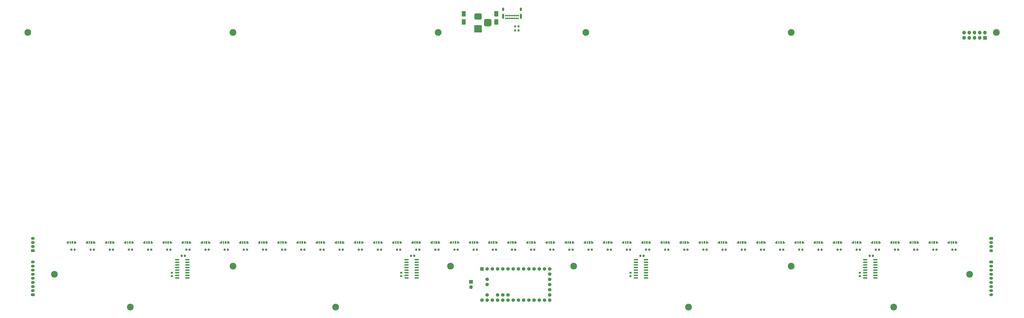
<source format=gbr>
G04 #@! TF.GenerationSoftware,KiCad,Pcbnew,(5.1.7)-1*
G04 #@! TF.CreationDate,2021-02-18T16:10:06-05:00*
G04 #@! TF.ProjectId,OpeNITHM-full,4f70654e-4954-4484-9d2d-66756c6c2e6b,rev?*
G04 #@! TF.SameCoordinates,Original*
G04 #@! TF.FileFunction,Soldermask,Top*
G04 #@! TF.FilePolarity,Negative*
%FSLAX46Y46*%
G04 Gerber Fmt 4.6, Leading zero omitted, Abs format (unit mm)*
G04 Created by KiCad (PCBNEW (5.1.7)-1) date 2021-02-18 16:10:06*
%MOMM*%
%LPD*%
G01*
G04 APERTURE LIST*
%ADD10C,0.100000*%
%ADD11O,1.802000X1.802000*%
%ADD12C,1.702000*%
%ADD13C,0.802000*%
%ADD14O,1.002000X2.502000*%
%ADD15O,1.002000X1.802000*%
%ADD16O,1.852000X1.302000*%
%ADD17C,3.302000*%
G04 APERTURE END LIST*
D10*
G36*
X360756717Y-121150020D02*
G01*
X360747150Y-121147118D01*
X360738333Y-121142405D01*
X360730605Y-121136062D01*
X360724262Y-121128334D01*
X360719549Y-121119517D01*
X360716647Y-121109950D01*
X360715667Y-121100000D01*
X360715667Y-120901000D01*
X360316667Y-120901000D01*
X360306717Y-120900020D01*
X360297150Y-120897118D01*
X360288333Y-120892405D01*
X360280605Y-120886062D01*
X360274262Y-120878334D01*
X360269549Y-120869517D01*
X360266647Y-120859950D01*
X360265667Y-120850000D01*
X360265667Y-120300000D01*
X360266647Y-120290050D01*
X360269549Y-120280483D01*
X360274262Y-120271666D01*
X360280605Y-120263938D01*
X360288333Y-120257595D01*
X360297150Y-120252882D01*
X360306717Y-120249980D01*
X360316667Y-120249000D01*
X360715667Y-120249000D01*
X360715667Y-119900000D01*
X360716647Y-119890050D01*
X360719549Y-119880483D01*
X360724262Y-119871666D01*
X360730605Y-119863938D01*
X360738333Y-119857595D01*
X360747150Y-119852882D01*
X360756717Y-119849980D01*
X360766667Y-119849000D01*
X361316667Y-119849000D01*
X361326617Y-119849980D01*
X361336184Y-119852882D01*
X361345001Y-119857595D01*
X361352729Y-119863938D01*
X361359072Y-119871666D01*
X361363785Y-119880483D01*
X361366687Y-119890050D01*
X361367667Y-119900000D01*
X361367667Y-121100000D01*
X361366687Y-121109950D01*
X361363785Y-121119517D01*
X361359072Y-121128334D01*
X361352729Y-121136062D01*
X361345001Y-121142405D01*
X361336184Y-121147118D01*
X361326617Y-121150020D01*
X361316667Y-121151000D01*
X360766667Y-121151000D01*
X360756717Y-121150020D01*
G37*
G36*
X363906717Y-121150020D02*
G01*
X363897150Y-121147118D01*
X363888333Y-121142405D01*
X363880605Y-121136062D01*
X363874262Y-121128334D01*
X363869549Y-121119517D01*
X363866647Y-121109950D01*
X363865667Y-121100000D01*
X363865667Y-119900000D01*
X363866647Y-119890050D01*
X363869549Y-119880483D01*
X363874262Y-119871666D01*
X363880605Y-119863938D01*
X363888333Y-119857595D01*
X363897150Y-119852882D01*
X363906717Y-119849980D01*
X363916667Y-119849000D01*
X364466667Y-119849000D01*
X364476617Y-119849980D01*
X364486184Y-119852882D01*
X364495001Y-119857595D01*
X364502729Y-119863938D01*
X364509072Y-119871666D01*
X364513785Y-119880483D01*
X364516687Y-119890050D01*
X364517667Y-119900000D01*
X364517667Y-120249000D01*
X364916667Y-120249000D01*
X364926617Y-120249980D01*
X364936184Y-120252882D01*
X364945001Y-120257595D01*
X364952729Y-120263938D01*
X364959072Y-120271666D01*
X364963785Y-120280483D01*
X364966687Y-120290050D01*
X364967667Y-120300000D01*
X364967667Y-120850000D01*
X364966687Y-120859950D01*
X364963785Y-120869517D01*
X364959072Y-120878334D01*
X364952729Y-120886062D01*
X364945001Y-120892405D01*
X364936184Y-120897118D01*
X364926617Y-120900020D01*
X364916667Y-120901000D01*
X364517667Y-120901000D01*
X364517667Y-121100000D01*
X364516687Y-121109950D01*
X364513785Y-121119517D01*
X364509072Y-121128334D01*
X364502729Y-121136062D01*
X364495001Y-121142405D01*
X364486184Y-121147118D01*
X364476617Y-121150020D01*
X364466667Y-121151000D01*
X363916667Y-121151000D01*
X363906717Y-121150020D01*
G37*
G36*
G01*
X362317667Y-119900000D02*
X362317667Y-121100000D01*
G75*
G02*
X362266667Y-121151000I-51000J0D01*
G01*
X361816667Y-121151000D01*
G75*
G02*
X361765667Y-121100000I0J51000D01*
G01*
X361765667Y-119900000D01*
G75*
G02*
X361816667Y-119849000I51000J0D01*
G01*
X362266667Y-119849000D01*
G75*
G02*
X362317667Y-119900000I0J-51000D01*
G01*
G37*
G36*
G01*
X363467667Y-119899999D02*
X363467667Y-121100001D01*
G75*
G02*
X363416668Y-121151000I-50999J0D01*
G01*
X362716666Y-121151000D01*
G75*
G02*
X362665667Y-121100001I0J50999D01*
G01*
X362665667Y-119899999D01*
G75*
G02*
X362716666Y-119849000I50999J0D01*
G01*
X363416668Y-119849000D01*
G75*
G02*
X363467667Y-119899999I0J-50999D01*
G01*
G37*
G36*
X351423368Y-121150020D02*
G01*
X351413801Y-121147118D01*
X351404984Y-121142405D01*
X351397256Y-121136062D01*
X351390913Y-121128334D01*
X351386200Y-121119517D01*
X351383298Y-121109950D01*
X351382318Y-121100000D01*
X351382318Y-120901000D01*
X350983318Y-120901000D01*
X350973368Y-120900020D01*
X350963801Y-120897118D01*
X350954984Y-120892405D01*
X350947256Y-120886062D01*
X350940913Y-120878334D01*
X350936200Y-120869517D01*
X350933298Y-120859950D01*
X350932318Y-120850000D01*
X350932318Y-120300000D01*
X350933298Y-120290050D01*
X350936200Y-120280483D01*
X350940913Y-120271666D01*
X350947256Y-120263938D01*
X350954984Y-120257595D01*
X350963801Y-120252882D01*
X350973368Y-120249980D01*
X350983318Y-120249000D01*
X351382318Y-120249000D01*
X351382318Y-119900000D01*
X351383298Y-119890050D01*
X351386200Y-119880483D01*
X351390913Y-119871666D01*
X351397256Y-119863938D01*
X351404984Y-119857595D01*
X351413801Y-119852882D01*
X351423368Y-119849980D01*
X351433318Y-119849000D01*
X351983318Y-119849000D01*
X351993268Y-119849980D01*
X352002835Y-119852882D01*
X352011652Y-119857595D01*
X352019380Y-119863938D01*
X352025723Y-119871666D01*
X352030436Y-119880483D01*
X352033338Y-119890050D01*
X352034318Y-119900000D01*
X352034318Y-121100000D01*
X352033338Y-121109950D01*
X352030436Y-121119517D01*
X352025723Y-121128334D01*
X352019380Y-121136062D01*
X352011652Y-121142405D01*
X352002835Y-121147118D01*
X351993268Y-121150020D01*
X351983318Y-121151000D01*
X351433318Y-121151000D01*
X351423368Y-121150020D01*
G37*
G36*
X354573368Y-121150020D02*
G01*
X354563801Y-121147118D01*
X354554984Y-121142405D01*
X354547256Y-121136062D01*
X354540913Y-121128334D01*
X354536200Y-121119517D01*
X354533298Y-121109950D01*
X354532318Y-121100000D01*
X354532318Y-119900000D01*
X354533298Y-119890050D01*
X354536200Y-119880483D01*
X354540913Y-119871666D01*
X354547256Y-119863938D01*
X354554984Y-119857595D01*
X354563801Y-119852882D01*
X354573368Y-119849980D01*
X354583318Y-119849000D01*
X355133318Y-119849000D01*
X355143268Y-119849980D01*
X355152835Y-119852882D01*
X355161652Y-119857595D01*
X355169380Y-119863938D01*
X355175723Y-119871666D01*
X355180436Y-119880483D01*
X355183338Y-119890050D01*
X355184318Y-119900000D01*
X355184318Y-120249000D01*
X355583318Y-120249000D01*
X355593268Y-120249980D01*
X355602835Y-120252882D01*
X355611652Y-120257595D01*
X355619380Y-120263938D01*
X355625723Y-120271666D01*
X355630436Y-120280483D01*
X355633338Y-120290050D01*
X355634318Y-120300000D01*
X355634318Y-120850000D01*
X355633338Y-120859950D01*
X355630436Y-120869517D01*
X355625723Y-120878334D01*
X355619380Y-120886062D01*
X355611652Y-120892405D01*
X355602835Y-120897118D01*
X355593268Y-120900020D01*
X355583318Y-120901000D01*
X355184318Y-120901000D01*
X355184318Y-121100000D01*
X355183338Y-121109950D01*
X355180436Y-121119517D01*
X355175723Y-121128334D01*
X355169380Y-121136062D01*
X355161652Y-121142405D01*
X355152835Y-121147118D01*
X355143268Y-121150020D01*
X355133318Y-121151000D01*
X354583318Y-121151000D01*
X354573368Y-121150020D01*
G37*
G36*
G01*
X352984318Y-119900000D02*
X352984318Y-121100000D01*
G75*
G02*
X352933318Y-121151000I-51000J0D01*
G01*
X352483318Y-121151000D01*
G75*
G02*
X352432318Y-121100000I0J51000D01*
G01*
X352432318Y-119900000D01*
G75*
G02*
X352483318Y-119849000I51000J0D01*
G01*
X352933318Y-119849000D01*
G75*
G02*
X352984318Y-119900000I0J-51000D01*
G01*
G37*
G36*
G01*
X354134318Y-119899999D02*
X354134318Y-121100001D01*
G75*
G02*
X354083319Y-121151000I-50999J0D01*
G01*
X353383317Y-121151000D01*
G75*
G02*
X353332318Y-121100001I0J50999D01*
G01*
X353332318Y-119899999D01*
G75*
G02*
X353383317Y-119849000I50999J0D01*
G01*
X354083319Y-119849000D01*
G75*
G02*
X354134318Y-119899999I0J-50999D01*
G01*
G37*
G36*
X342090035Y-121150020D02*
G01*
X342080468Y-121147118D01*
X342071651Y-121142405D01*
X342063923Y-121136062D01*
X342057580Y-121128334D01*
X342052867Y-121119517D01*
X342049965Y-121109950D01*
X342048985Y-121100000D01*
X342048985Y-120901000D01*
X341649985Y-120901000D01*
X341640035Y-120900020D01*
X341630468Y-120897118D01*
X341621651Y-120892405D01*
X341613923Y-120886062D01*
X341607580Y-120878334D01*
X341602867Y-120869517D01*
X341599965Y-120859950D01*
X341598985Y-120850000D01*
X341598985Y-120300000D01*
X341599965Y-120290050D01*
X341602867Y-120280483D01*
X341607580Y-120271666D01*
X341613923Y-120263938D01*
X341621651Y-120257595D01*
X341630468Y-120252882D01*
X341640035Y-120249980D01*
X341649985Y-120249000D01*
X342048985Y-120249000D01*
X342048985Y-119900000D01*
X342049965Y-119890050D01*
X342052867Y-119880483D01*
X342057580Y-119871666D01*
X342063923Y-119863938D01*
X342071651Y-119857595D01*
X342080468Y-119852882D01*
X342090035Y-119849980D01*
X342099985Y-119849000D01*
X342649985Y-119849000D01*
X342659935Y-119849980D01*
X342669502Y-119852882D01*
X342678319Y-119857595D01*
X342686047Y-119863938D01*
X342692390Y-119871666D01*
X342697103Y-119880483D01*
X342700005Y-119890050D01*
X342700985Y-119900000D01*
X342700985Y-121100000D01*
X342700005Y-121109950D01*
X342697103Y-121119517D01*
X342692390Y-121128334D01*
X342686047Y-121136062D01*
X342678319Y-121142405D01*
X342669502Y-121147118D01*
X342659935Y-121150020D01*
X342649985Y-121151000D01*
X342099985Y-121151000D01*
X342090035Y-121150020D01*
G37*
G36*
X345240035Y-121150020D02*
G01*
X345230468Y-121147118D01*
X345221651Y-121142405D01*
X345213923Y-121136062D01*
X345207580Y-121128334D01*
X345202867Y-121119517D01*
X345199965Y-121109950D01*
X345198985Y-121100000D01*
X345198985Y-119900000D01*
X345199965Y-119890050D01*
X345202867Y-119880483D01*
X345207580Y-119871666D01*
X345213923Y-119863938D01*
X345221651Y-119857595D01*
X345230468Y-119852882D01*
X345240035Y-119849980D01*
X345249985Y-119849000D01*
X345799985Y-119849000D01*
X345809935Y-119849980D01*
X345819502Y-119852882D01*
X345828319Y-119857595D01*
X345836047Y-119863938D01*
X345842390Y-119871666D01*
X345847103Y-119880483D01*
X345850005Y-119890050D01*
X345850985Y-119900000D01*
X345850985Y-120249000D01*
X346249985Y-120249000D01*
X346259935Y-120249980D01*
X346269502Y-120252882D01*
X346278319Y-120257595D01*
X346286047Y-120263938D01*
X346292390Y-120271666D01*
X346297103Y-120280483D01*
X346300005Y-120290050D01*
X346300985Y-120300000D01*
X346300985Y-120850000D01*
X346300005Y-120859950D01*
X346297103Y-120869517D01*
X346292390Y-120878334D01*
X346286047Y-120886062D01*
X346278319Y-120892405D01*
X346269502Y-120897118D01*
X346259935Y-120900020D01*
X346249985Y-120901000D01*
X345850985Y-120901000D01*
X345850985Y-121100000D01*
X345850005Y-121109950D01*
X345847103Y-121119517D01*
X345842390Y-121128334D01*
X345836047Y-121136062D01*
X345828319Y-121142405D01*
X345819502Y-121147118D01*
X345809935Y-121150020D01*
X345799985Y-121151000D01*
X345249985Y-121151000D01*
X345240035Y-121150020D01*
G37*
G36*
G01*
X343650985Y-119900000D02*
X343650985Y-121100000D01*
G75*
G02*
X343599985Y-121151000I-51000J0D01*
G01*
X343149985Y-121151000D01*
G75*
G02*
X343098985Y-121100000I0J51000D01*
G01*
X343098985Y-119900000D01*
G75*
G02*
X343149985Y-119849000I51000J0D01*
G01*
X343599985Y-119849000D01*
G75*
G02*
X343650985Y-119900000I0J-51000D01*
G01*
G37*
G36*
G01*
X344800985Y-119899999D02*
X344800985Y-121100001D01*
G75*
G02*
X344749986Y-121151000I-50999J0D01*
G01*
X344049984Y-121151000D01*
G75*
G02*
X343998985Y-121100001I0J50999D01*
G01*
X343998985Y-119899999D01*
G75*
G02*
X344049984Y-119849000I50999J0D01*
G01*
X344749986Y-119849000D01*
G75*
G02*
X344800985Y-119899999I0J-50999D01*
G01*
G37*
G36*
X332756702Y-121150020D02*
G01*
X332747135Y-121147118D01*
X332738318Y-121142405D01*
X332730590Y-121136062D01*
X332724247Y-121128334D01*
X332719534Y-121119517D01*
X332716632Y-121109950D01*
X332715652Y-121100000D01*
X332715652Y-120901000D01*
X332316652Y-120901000D01*
X332306702Y-120900020D01*
X332297135Y-120897118D01*
X332288318Y-120892405D01*
X332280590Y-120886062D01*
X332274247Y-120878334D01*
X332269534Y-120869517D01*
X332266632Y-120859950D01*
X332265652Y-120850000D01*
X332265652Y-120300000D01*
X332266632Y-120290050D01*
X332269534Y-120280483D01*
X332274247Y-120271666D01*
X332280590Y-120263938D01*
X332288318Y-120257595D01*
X332297135Y-120252882D01*
X332306702Y-120249980D01*
X332316652Y-120249000D01*
X332715652Y-120249000D01*
X332715652Y-119900000D01*
X332716632Y-119890050D01*
X332719534Y-119880483D01*
X332724247Y-119871666D01*
X332730590Y-119863938D01*
X332738318Y-119857595D01*
X332747135Y-119852882D01*
X332756702Y-119849980D01*
X332766652Y-119849000D01*
X333316652Y-119849000D01*
X333326602Y-119849980D01*
X333336169Y-119852882D01*
X333344986Y-119857595D01*
X333352714Y-119863938D01*
X333359057Y-119871666D01*
X333363770Y-119880483D01*
X333366672Y-119890050D01*
X333367652Y-119900000D01*
X333367652Y-121100000D01*
X333366672Y-121109950D01*
X333363770Y-121119517D01*
X333359057Y-121128334D01*
X333352714Y-121136062D01*
X333344986Y-121142405D01*
X333336169Y-121147118D01*
X333326602Y-121150020D01*
X333316652Y-121151000D01*
X332766652Y-121151000D01*
X332756702Y-121150020D01*
G37*
G36*
X335906702Y-121150020D02*
G01*
X335897135Y-121147118D01*
X335888318Y-121142405D01*
X335880590Y-121136062D01*
X335874247Y-121128334D01*
X335869534Y-121119517D01*
X335866632Y-121109950D01*
X335865652Y-121100000D01*
X335865652Y-119900000D01*
X335866632Y-119890050D01*
X335869534Y-119880483D01*
X335874247Y-119871666D01*
X335880590Y-119863938D01*
X335888318Y-119857595D01*
X335897135Y-119852882D01*
X335906702Y-119849980D01*
X335916652Y-119849000D01*
X336466652Y-119849000D01*
X336476602Y-119849980D01*
X336486169Y-119852882D01*
X336494986Y-119857595D01*
X336502714Y-119863938D01*
X336509057Y-119871666D01*
X336513770Y-119880483D01*
X336516672Y-119890050D01*
X336517652Y-119900000D01*
X336517652Y-120249000D01*
X336916652Y-120249000D01*
X336926602Y-120249980D01*
X336936169Y-120252882D01*
X336944986Y-120257595D01*
X336952714Y-120263938D01*
X336959057Y-120271666D01*
X336963770Y-120280483D01*
X336966672Y-120290050D01*
X336967652Y-120300000D01*
X336967652Y-120850000D01*
X336966672Y-120859950D01*
X336963770Y-120869517D01*
X336959057Y-120878334D01*
X336952714Y-120886062D01*
X336944986Y-120892405D01*
X336936169Y-120897118D01*
X336926602Y-120900020D01*
X336916652Y-120901000D01*
X336517652Y-120901000D01*
X336517652Y-121100000D01*
X336516672Y-121109950D01*
X336513770Y-121119517D01*
X336509057Y-121128334D01*
X336502714Y-121136062D01*
X336494986Y-121142405D01*
X336486169Y-121147118D01*
X336476602Y-121150020D01*
X336466652Y-121151000D01*
X335916652Y-121151000D01*
X335906702Y-121150020D01*
G37*
G36*
G01*
X334317652Y-119900000D02*
X334317652Y-121100000D01*
G75*
G02*
X334266652Y-121151000I-51000J0D01*
G01*
X333816652Y-121151000D01*
G75*
G02*
X333765652Y-121100000I0J51000D01*
G01*
X333765652Y-119900000D01*
G75*
G02*
X333816652Y-119849000I51000J0D01*
G01*
X334266652Y-119849000D01*
G75*
G02*
X334317652Y-119900000I0J-51000D01*
G01*
G37*
G36*
G01*
X335467652Y-119899999D02*
X335467652Y-121100001D01*
G75*
G02*
X335416653Y-121151000I-50999J0D01*
G01*
X334716651Y-121151000D01*
G75*
G02*
X334665652Y-121100001I0J50999D01*
G01*
X334665652Y-119899999D01*
G75*
G02*
X334716651Y-119849000I50999J0D01*
G01*
X335416653Y-119849000D01*
G75*
G02*
X335467652Y-119899999I0J-50999D01*
G01*
G37*
G36*
X323423369Y-121150020D02*
G01*
X323413802Y-121147118D01*
X323404985Y-121142405D01*
X323397257Y-121136062D01*
X323390914Y-121128334D01*
X323386201Y-121119517D01*
X323383299Y-121109950D01*
X323382319Y-121100000D01*
X323382319Y-120901000D01*
X322983319Y-120901000D01*
X322973369Y-120900020D01*
X322963802Y-120897118D01*
X322954985Y-120892405D01*
X322947257Y-120886062D01*
X322940914Y-120878334D01*
X322936201Y-120869517D01*
X322933299Y-120859950D01*
X322932319Y-120850000D01*
X322932319Y-120300000D01*
X322933299Y-120290050D01*
X322936201Y-120280483D01*
X322940914Y-120271666D01*
X322947257Y-120263938D01*
X322954985Y-120257595D01*
X322963802Y-120252882D01*
X322973369Y-120249980D01*
X322983319Y-120249000D01*
X323382319Y-120249000D01*
X323382319Y-119900000D01*
X323383299Y-119890050D01*
X323386201Y-119880483D01*
X323390914Y-119871666D01*
X323397257Y-119863938D01*
X323404985Y-119857595D01*
X323413802Y-119852882D01*
X323423369Y-119849980D01*
X323433319Y-119849000D01*
X323983319Y-119849000D01*
X323993269Y-119849980D01*
X324002836Y-119852882D01*
X324011653Y-119857595D01*
X324019381Y-119863938D01*
X324025724Y-119871666D01*
X324030437Y-119880483D01*
X324033339Y-119890050D01*
X324034319Y-119900000D01*
X324034319Y-121100000D01*
X324033339Y-121109950D01*
X324030437Y-121119517D01*
X324025724Y-121128334D01*
X324019381Y-121136062D01*
X324011653Y-121142405D01*
X324002836Y-121147118D01*
X323993269Y-121150020D01*
X323983319Y-121151000D01*
X323433319Y-121151000D01*
X323423369Y-121150020D01*
G37*
G36*
X326573369Y-121150020D02*
G01*
X326563802Y-121147118D01*
X326554985Y-121142405D01*
X326547257Y-121136062D01*
X326540914Y-121128334D01*
X326536201Y-121119517D01*
X326533299Y-121109950D01*
X326532319Y-121100000D01*
X326532319Y-119900000D01*
X326533299Y-119890050D01*
X326536201Y-119880483D01*
X326540914Y-119871666D01*
X326547257Y-119863938D01*
X326554985Y-119857595D01*
X326563802Y-119852882D01*
X326573369Y-119849980D01*
X326583319Y-119849000D01*
X327133319Y-119849000D01*
X327143269Y-119849980D01*
X327152836Y-119852882D01*
X327161653Y-119857595D01*
X327169381Y-119863938D01*
X327175724Y-119871666D01*
X327180437Y-119880483D01*
X327183339Y-119890050D01*
X327184319Y-119900000D01*
X327184319Y-120249000D01*
X327583319Y-120249000D01*
X327593269Y-120249980D01*
X327602836Y-120252882D01*
X327611653Y-120257595D01*
X327619381Y-120263938D01*
X327625724Y-120271666D01*
X327630437Y-120280483D01*
X327633339Y-120290050D01*
X327634319Y-120300000D01*
X327634319Y-120850000D01*
X327633339Y-120859950D01*
X327630437Y-120869517D01*
X327625724Y-120878334D01*
X327619381Y-120886062D01*
X327611653Y-120892405D01*
X327602836Y-120897118D01*
X327593269Y-120900020D01*
X327583319Y-120901000D01*
X327184319Y-120901000D01*
X327184319Y-121100000D01*
X327183339Y-121109950D01*
X327180437Y-121119517D01*
X327175724Y-121128334D01*
X327169381Y-121136062D01*
X327161653Y-121142405D01*
X327152836Y-121147118D01*
X327143269Y-121150020D01*
X327133319Y-121151000D01*
X326583319Y-121151000D01*
X326573369Y-121150020D01*
G37*
G36*
G01*
X324984319Y-119900000D02*
X324984319Y-121100000D01*
G75*
G02*
X324933319Y-121151000I-51000J0D01*
G01*
X324483319Y-121151000D01*
G75*
G02*
X324432319Y-121100000I0J51000D01*
G01*
X324432319Y-119900000D01*
G75*
G02*
X324483319Y-119849000I51000J0D01*
G01*
X324933319Y-119849000D01*
G75*
G02*
X324984319Y-119900000I0J-51000D01*
G01*
G37*
G36*
G01*
X326134319Y-119899999D02*
X326134319Y-121100001D01*
G75*
G02*
X326083320Y-121151000I-50999J0D01*
G01*
X325383318Y-121151000D01*
G75*
G02*
X325332319Y-121100001I0J50999D01*
G01*
X325332319Y-119899999D01*
G75*
G02*
X325383318Y-119849000I50999J0D01*
G01*
X326083320Y-119849000D01*
G75*
G02*
X326134319Y-119899999I0J-50999D01*
G01*
G37*
G36*
X314090036Y-121150020D02*
G01*
X314080469Y-121147118D01*
X314071652Y-121142405D01*
X314063924Y-121136062D01*
X314057581Y-121128334D01*
X314052868Y-121119517D01*
X314049966Y-121109950D01*
X314048986Y-121100000D01*
X314048986Y-120901000D01*
X313649986Y-120901000D01*
X313640036Y-120900020D01*
X313630469Y-120897118D01*
X313621652Y-120892405D01*
X313613924Y-120886062D01*
X313607581Y-120878334D01*
X313602868Y-120869517D01*
X313599966Y-120859950D01*
X313598986Y-120850000D01*
X313598986Y-120300000D01*
X313599966Y-120290050D01*
X313602868Y-120280483D01*
X313607581Y-120271666D01*
X313613924Y-120263938D01*
X313621652Y-120257595D01*
X313630469Y-120252882D01*
X313640036Y-120249980D01*
X313649986Y-120249000D01*
X314048986Y-120249000D01*
X314048986Y-119900000D01*
X314049966Y-119890050D01*
X314052868Y-119880483D01*
X314057581Y-119871666D01*
X314063924Y-119863938D01*
X314071652Y-119857595D01*
X314080469Y-119852882D01*
X314090036Y-119849980D01*
X314099986Y-119849000D01*
X314649986Y-119849000D01*
X314659936Y-119849980D01*
X314669503Y-119852882D01*
X314678320Y-119857595D01*
X314686048Y-119863938D01*
X314692391Y-119871666D01*
X314697104Y-119880483D01*
X314700006Y-119890050D01*
X314700986Y-119900000D01*
X314700986Y-121100000D01*
X314700006Y-121109950D01*
X314697104Y-121119517D01*
X314692391Y-121128334D01*
X314686048Y-121136062D01*
X314678320Y-121142405D01*
X314669503Y-121147118D01*
X314659936Y-121150020D01*
X314649986Y-121151000D01*
X314099986Y-121151000D01*
X314090036Y-121150020D01*
G37*
G36*
X317240036Y-121150020D02*
G01*
X317230469Y-121147118D01*
X317221652Y-121142405D01*
X317213924Y-121136062D01*
X317207581Y-121128334D01*
X317202868Y-121119517D01*
X317199966Y-121109950D01*
X317198986Y-121100000D01*
X317198986Y-119900000D01*
X317199966Y-119890050D01*
X317202868Y-119880483D01*
X317207581Y-119871666D01*
X317213924Y-119863938D01*
X317221652Y-119857595D01*
X317230469Y-119852882D01*
X317240036Y-119849980D01*
X317249986Y-119849000D01*
X317799986Y-119849000D01*
X317809936Y-119849980D01*
X317819503Y-119852882D01*
X317828320Y-119857595D01*
X317836048Y-119863938D01*
X317842391Y-119871666D01*
X317847104Y-119880483D01*
X317850006Y-119890050D01*
X317850986Y-119900000D01*
X317850986Y-120249000D01*
X318249986Y-120249000D01*
X318259936Y-120249980D01*
X318269503Y-120252882D01*
X318278320Y-120257595D01*
X318286048Y-120263938D01*
X318292391Y-120271666D01*
X318297104Y-120280483D01*
X318300006Y-120290050D01*
X318300986Y-120300000D01*
X318300986Y-120850000D01*
X318300006Y-120859950D01*
X318297104Y-120869517D01*
X318292391Y-120878334D01*
X318286048Y-120886062D01*
X318278320Y-120892405D01*
X318269503Y-120897118D01*
X318259936Y-120900020D01*
X318249986Y-120901000D01*
X317850986Y-120901000D01*
X317850986Y-121100000D01*
X317850006Y-121109950D01*
X317847104Y-121119517D01*
X317842391Y-121128334D01*
X317836048Y-121136062D01*
X317828320Y-121142405D01*
X317819503Y-121147118D01*
X317809936Y-121150020D01*
X317799986Y-121151000D01*
X317249986Y-121151000D01*
X317240036Y-121150020D01*
G37*
G36*
G01*
X315650986Y-119900000D02*
X315650986Y-121100000D01*
G75*
G02*
X315599986Y-121151000I-51000J0D01*
G01*
X315149986Y-121151000D01*
G75*
G02*
X315098986Y-121100000I0J51000D01*
G01*
X315098986Y-119900000D01*
G75*
G02*
X315149986Y-119849000I51000J0D01*
G01*
X315599986Y-119849000D01*
G75*
G02*
X315650986Y-119900000I0J-51000D01*
G01*
G37*
G36*
G01*
X316800986Y-119899999D02*
X316800986Y-121100001D01*
G75*
G02*
X316749987Y-121151000I-50999J0D01*
G01*
X316049985Y-121151000D01*
G75*
G02*
X315998986Y-121100001I0J50999D01*
G01*
X315998986Y-119899999D01*
G75*
G02*
X316049985Y-119849000I50999J0D01*
G01*
X316749987Y-119849000D01*
G75*
G02*
X316800986Y-119899999I0J-50999D01*
G01*
G37*
G36*
X304756703Y-121150020D02*
G01*
X304747136Y-121147118D01*
X304738319Y-121142405D01*
X304730591Y-121136062D01*
X304724248Y-121128334D01*
X304719535Y-121119517D01*
X304716633Y-121109950D01*
X304715653Y-121100000D01*
X304715653Y-120901000D01*
X304316653Y-120901000D01*
X304306703Y-120900020D01*
X304297136Y-120897118D01*
X304288319Y-120892405D01*
X304280591Y-120886062D01*
X304274248Y-120878334D01*
X304269535Y-120869517D01*
X304266633Y-120859950D01*
X304265653Y-120850000D01*
X304265653Y-120300000D01*
X304266633Y-120290050D01*
X304269535Y-120280483D01*
X304274248Y-120271666D01*
X304280591Y-120263938D01*
X304288319Y-120257595D01*
X304297136Y-120252882D01*
X304306703Y-120249980D01*
X304316653Y-120249000D01*
X304715653Y-120249000D01*
X304715653Y-119900000D01*
X304716633Y-119890050D01*
X304719535Y-119880483D01*
X304724248Y-119871666D01*
X304730591Y-119863938D01*
X304738319Y-119857595D01*
X304747136Y-119852882D01*
X304756703Y-119849980D01*
X304766653Y-119849000D01*
X305316653Y-119849000D01*
X305326603Y-119849980D01*
X305336170Y-119852882D01*
X305344987Y-119857595D01*
X305352715Y-119863938D01*
X305359058Y-119871666D01*
X305363771Y-119880483D01*
X305366673Y-119890050D01*
X305367653Y-119900000D01*
X305367653Y-121100000D01*
X305366673Y-121109950D01*
X305363771Y-121119517D01*
X305359058Y-121128334D01*
X305352715Y-121136062D01*
X305344987Y-121142405D01*
X305336170Y-121147118D01*
X305326603Y-121150020D01*
X305316653Y-121151000D01*
X304766653Y-121151000D01*
X304756703Y-121150020D01*
G37*
G36*
X307906703Y-121150020D02*
G01*
X307897136Y-121147118D01*
X307888319Y-121142405D01*
X307880591Y-121136062D01*
X307874248Y-121128334D01*
X307869535Y-121119517D01*
X307866633Y-121109950D01*
X307865653Y-121100000D01*
X307865653Y-119900000D01*
X307866633Y-119890050D01*
X307869535Y-119880483D01*
X307874248Y-119871666D01*
X307880591Y-119863938D01*
X307888319Y-119857595D01*
X307897136Y-119852882D01*
X307906703Y-119849980D01*
X307916653Y-119849000D01*
X308466653Y-119849000D01*
X308476603Y-119849980D01*
X308486170Y-119852882D01*
X308494987Y-119857595D01*
X308502715Y-119863938D01*
X308509058Y-119871666D01*
X308513771Y-119880483D01*
X308516673Y-119890050D01*
X308517653Y-119900000D01*
X308517653Y-120249000D01*
X308916653Y-120249000D01*
X308926603Y-120249980D01*
X308936170Y-120252882D01*
X308944987Y-120257595D01*
X308952715Y-120263938D01*
X308959058Y-120271666D01*
X308963771Y-120280483D01*
X308966673Y-120290050D01*
X308967653Y-120300000D01*
X308967653Y-120850000D01*
X308966673Y-120859950D01*
X308963771Y-120869517D01*
X308959058Y-120878334D01*
X308952715Y-120886062D01*
X308944987Y-120892405D01*
X308936170Y-120897118D01*
X308926603Y-120900020D01*
X308916653Y-120901000D01*
X308517653Y-120901000D01*
X308517653Y-121100000D01*
X308516673Y-121109950D01*
X308513771Y-121119517D01*
X308509058Y-121128334D01*
X308502715Y-121136062D01*
X308494987Y-121142405D01*
X308486170Y-121147118D01*
X308476603Y-121150020D01*
X308466653Y-121151000D01*
X307916653Y-121151000D01*
X307906703Y-121150020D01*
G37*
G36*
G01*
X306317653Y-119900000D02*
X306317653Y-121100000D01*
G75*
G02*
X306266653Y-121151000I-51000J0D01*
G01*
X305816653Y-121151000D01*
G75*
G02*
X305765653Y-121100000I0J51000D01*
G01*
X305765653Y-119900000D01*
G75*
G02*
X305816653Y-119849000I51000J0D01*
G01*
X306266653Y-119849000D01*
G75*
G02*
X306317653Y-119900000I0J-51000D01*
G01*
G37*
G36*
G01*
X307467653Y-119899999D02*
X307467653Y-121100001D01*
G75*
G02*
X307416654Y-121151000I-50999J0D01*
G01*
X306716652Y-121151000D01*
G75*
G02*
X306665653Y-121100001I0J50999D01*
G01*
X306665653Y-119899999D01*
G75*
G02*
X306716652Y-119849000I50999J0D01*
G01*
X307416654Y-119849000D01*
G75*
G02*
X307467653Y-119899999I0J-50999D01*
G01*
G37*
G36*
X295423370Y-121150020D02*
G01*
X295413803Y-121147118D01*
X295404986Y-121142405D01*
X295397258Y-121136062D01*
X295390915Y-121128334D01*
X295386202Y-121119517D01*
X295383300Y-121109950D01*
X295382320Y-121100000D01*
X295382320Y-120901000D01*
X294983320Y-120901000D01*
X294973370Y-120900020D01*
X294963803Y-120897118D01*
X294954986Y-120892405D01*
X294947258Y-120886062D01*
X294940915Y-120878334D01*
X294936202Y-120869517D01*
X294933300Y-120859950D01*
X294932320Y-120850000D01*
X294932320Y-120300000D01*
X294933300Y-120290050D01*
X294936202Y-120280483D01*
X294940915Y-120271666D01*
X294947258Y-120263938D01*
X294954986Y-120257595D01*
X294963803Y-120252882D01*
X294973370Y-120249980D01*
X294983320Y-120249000D01*
X295382320Y-120249000D01*
X295382320Y-119900000D01*
X295383300Y-119890050D01*
X295386202Y-119880483D01*
X295390915Y-119871666D01*
X295397258Y-119863938D01*
X295404986Y-119857595D01*
X295413803Y-119852882D01*
X295423370Y-119849980D01*
X295433320Y-119849000D01*
X295983320Y-119849000D01*
X295993270Y-119849980D01*
X296002837Y-119852882D01*
X296011654Y-119857595D01*
X296019382Y-119863938D01*
X296025725Y-119871666D01*
X296030438Y-119880483D01*
X296033340Y-119890050D01*
X296034320Y-119900000D01*
X296034320Y-121100000D01*
X296033340Y-121109950D01*
X296030438Y-121119517D01*
X296025725Y-121128334D01*
X296019382Y-121136062D01*
X296011654Y-121142405D01*
X296002837Y-121147118D01*
X295993270Y-121150020D01*
X295983320Y-121151000D01*
X295433320Y-121151000D01*
X295423370Y-121150020D01*
G37*
G36*
X298573370Y-121150020D02*
G01*
X298563803Y-121147118D01*
X298554986Y-121142405D01*
X298547258Y-121136062D01*
X298540915Y-121128334D01*
X298536202Y-121119517D01*
X298533300Y-121109950D01*
X298532320Y-121100000D01*
X298532320Y-119900000D01*
X298533300Y-119890050D01*
X298536202Y-119880483D01*
X298540915Y-119871666D01*
X298547258Y-119863938D01*
X298554986Y-119857595D01*
X298563803Y-119852882D01*
X298573370Y-119849980D01*
X298583320Y-119849000D01*
X299133320Y-119849000D01*
X299143270Y-119849980D01*
X299152837Y-119852882D01*
X299161654Y-119857595D01*
X299169382Y-119863938D01*
X299175725Y-119871666D01*
X299180438Y-119880483D01*
X299183340Y-119890050D01*
X299184320Y-119900000D01*
X299184320Y-120249000D01*
X299583320Y-120249000D01*
X299593270Y-120249980D01*
X299602837Y-120252882D01*
X299611654Y-120257595D01*
X299619382Y-120263938D01*
X299625725Y-120271666D01*
X299630438Y-120280483D01*
X299633340Y-120290050D01*
X299634320Y-120300000D01*
X299634320Y-120850000D01*
X299633340Y-120859950D01*
X299630438Y-120869517D01*
X299625725Y-120878334D01*
X299619382Y-120886062D01*
X299611654Y-120892405D01*
X299602837Y-120897118D01*
X299593270Y-120900020D01*
X299583320Y-120901000D01*
X299184320Y-120901000D01*
X299184320Y-121100000D01*
X299183340Y-121109950D01*
X299180438Y-121119517D01*
X299175725Y-121128334D01*
X299169382Y-121136062D01*
X299161654Y-121142405D01*
X299152837Y-121147118D01*
X299143270Y-121150020D01*
X299133320Y-121151000D01*
X298583320Y-121151000D01*
X298573370Y-121150020D01*
G37*
G36*
G01*
X296984320Y-119900000D02*
X296984320Y-121100000D01*
G75*
G02*
X296933320Y-121151000I-51000J0D01*
G01*
X296483320Y-121151000D01*
G75*
G02*
X296432320Y-121100000I0J51000D01*
G01*
X296432320Y-119900000D01*
G75*
G02*
X296483320Y-119849000I51000J0D01*
G01*
X296933320Y-119849000D01*
G75*
G02*
X296984320Y-119900000I0J-51000D01*
G01*
G37*
G36*
G01*
X298134320Y-119899999D02*
X298134320Y-121100001D01*
G75*
G02*
X298083321Y-121151000I-50999J0D01*
G01*
X297383319Y-121151000D01*
G75*
G02*
X297332320Y-121100001I0J50999D01*
G01*
X297332320Y-119899999D01*
G75*
G02*
X297383319Y-119849000I50999J0D01*
G01*
X298083321Y-119849000D01*
G75*
G02*
X298134320Y-119899999I0J-50999D01*
G01*
G37*
G36*
X286090037Y-121150020D02*
G01*
X286080470Y-121147118D01*
X286071653Y-121142405D01*
X286063925Y-121136062D01*
X286057582Y-121128334D01*
X286052869Y-121119517D01*
X286049967Y-121109950D01*
X286048987Y-121100000D01*
X286048987Y-120901000D01*
X285649987Y-120901000D01*
X285640037Y-120900020D01*
X285630470Y-120897118D01*
X285621653Y-120892405D01*
X285613925Y-120886062D01*
X285607582Y-120878334D01*
X285602869Y-120869517D01*
X285599967Y-120859950D01*
X285598987Y-120850000D01*
X285598987Y-120300000D01*
X285599967Y-120290050D01*
X285602869Y-120280483D01*
X285607582Y-120271666D01*
X285613925Y-120263938D01*
X285621653Y-120257595D01*
X285630470Y-120252882D01*
X285640037Y-120249980D01*
X285649987Y-120249000D01*
X286048987Y-120249000D01*
X286048987Y-119900000D01*
X286049967Y-119890050D01*
X286052869Y-119880483D01*
X286057582Y-119871666D01*
X286063925Y-119863938D01*
X286071653Y-119857595D01*
X286080470Y-119852882D01*
X286090037Y-119849980D01*
X286099987Y-119849000D01*
X286649987Y-119849000D01*
X286659937Y-119849980D01*
X286669504Y-119852882D01*
X286678321Y-119857595D01*
X286686049Y-119863938D01*
X286692392Y-119871666D01*
X286697105Y-119880483D01*
X286700007Y-119890050D01*
X286700987Y-119900000D01*
X286700987Y-121100000D01*
X286700007Y-121109950D01*
X286697105Y-121119517D01*
X286692392Y-121128334D01*
X286686049Y-121136062D01*
X286678321Y-121142405D01*
X286669504Y-121147118D01*
X286659937Y-121150020D01*
X286649987Y-121151000D01*
X286099987Y-121151000D01*
X286090037Y-121150020D01*
G37*
G36*
X289240037Y-121150020D02*
G01*
X289230470Y-121147118D01*
X289221653Y-121142405D01*
X289213925Y-121136062D01*
X289207582Y-121128334D01*
X289202869Y-121119517D01*
X289199967Y-121109950D01*
X289198987Y-121100000D01*
X289198987Y-119900000D01*
X289199967Y-119890050D01*
X289202869Y-119880483D01*
X289207582Y-119871666D01*
X289213925Y-119863938D01*
X289221653Y-119857595D01*
X289230470Y-119852882D01*
X289240037Y-119849980D01*
X289249987Y-119849000D01*
X289799987Y-119849000D01*
X289809937Y-119849980D01*
X289819504Y-119852882D01*
X289828321Y-119857595D01*
X289836049Y-119863938D01*
X289842392Y-119871666D01*
X289847105Y-119880483D01*
X289850007Y-119890050D01*
X289850987Y-119900000D01*
X289850987Y-120249000D01*
X290249987Y-120249000D01*
X290259937Y-120249980D01*
X290269504Y-120252882D01*
X290278321Y-120257595D01*
X290286049Y-120263938D01*
X290292392Y-120271666D01*
X290297105Y-120280483D01*
X290300007Y-120290050D01*
X290300987Y-120300000D01*
X290300987Y-120850000D01*
X290300007Y-120859950D01*
X290297105Y-120869517D01*
X290292392Y-120878334D01*
X290286049Y-120886062D01*
X290278321Y-120892405D01*
X290269504Y-120897118D01*
X290259937Y-120900020D01*
X290249987Y-120901000D01*
X289850987Y-120901000D01*
X289850987Y-121100000D01*
X289850007Y-121109950D01*
X289847105Y-121119517D01*
X289842392Y-121128334D01*
X289836049Y-121136062D01*
X289828321Y-121142405D01*
X289819504Y-121147118D01*
X289809937Y-121150020D01*
X289799987Y-121151000D01*
X289249987Y-121151000D01*
X289240037Y-121150020D01*
G37*
G36*
G01*
X287650987Y-119900000D02*
X287650987Y-121100000D01*
G75*
G02*
X287599987Y-121151000I-51000J0D01*
G01*
X287149987Y-121151000D01*
G75*
G02*
X287098987Y-121100000I0J51000D01*
G01*
X287098987Y-119900000D01*
G75*
G02*
X287149987Y-119849000I51000J0D01*
G01*
X287599987Y-119849000D01*
G75*
G02*
X287650987Y-119900000I0J-51000D01*
G01*
G37*
G36*
G01*
X288800987Y-119899999D02*
X288800987Y-121100001D01*
G75*
G02*
X288749988Y-121151000I-50999J0D01*
G01*
X288049986Y-121151000D01*
G75*
G02*
X287998987Y-121100001I0J50999D01*
G01*
X287998987Y-119899999D01*
G75*
G02*
X288049986Y-119849000I50999J0D01*
G01*
X288749988Y-119849000D01*
G75*
G02*
X288800987Y-119899999I0J-50999D01*
G01*
G37*
G36*
X276756704Y-121150020D02*
G01*
X276747137Y-121147118D01*
X276738320Y-121142405D01*
X276730592Y-121136062D01*
X276724249Y-121128334D01*
X276719536Y-121119517D01*
X276716634Y-121109950D01*
X276715654Y-121100000D01*
X276715654Y-120901000D01*
X276316654Y-120901000D01*
X276306704Y-120900020D01*
X276297137Y-120897118D01*
X276288320Y-120892405D01*
X276280592Y-120886062D01*
X276274249Y-120878334D01*
X276269536Y-120869517D01*
X276266634Y-120859950D01*
X276265654Y-120850000D01*
X276265654Y-120300000D01*
X276266634Y-120290050D01*
X276269536Y-120280483D01*
X276274249Y-120271666D01*
X276280592Y-120263938D01*
X276288320Y-120257595D01*
X276297137Y-120252882D01*
X276306704Y-120249980D01*
X276316654Y-120249000D01*
X276715654Y-120249000D01*
X276715654Y-119900000D01*
X276716634Y-119890050D01*
X276719536Y-119880483D01*
X276724249Y-119871666D01*
X276730592Y-119863938D01*
X276738320Y-119857595D01*
X276747137Y-119852882D01*
X276756704Y-119849980D01*
X276766654Y-119849000D01*
X277316654Y-119849000D01*
X277326604Y-119849980D01*
X277336171Y-119852882D01*
X277344988Y-119857595D01*
X277352716Y-119863938D01*
X277359059Y-119871666D01*
X277363772Y-119880483D01*
X277366674Y-119890050D01*
X277367654Y-119900000D01*
X277367654Y-121100000D01*
X277366674Y-121109950D01*
X277363772Y-121119517D01*
X277359059Y-121128334D01*
X277352716Y-121136062D01*
X277344988Y-121142405D01*
X277336171Y-121147118D01*
X277326604Y-121150020D01*
X277316654Y-121151000D01*
X276766654Y-121151000D01*
X276756704Y-121150020D01*
G37*
G36*
X279906704Y-121150020D02*
G01*
X279897137Y-121147118D01*
X279888320Y-121142405D01*
X279880592Y-121136062D01*
X279874249Y-121128334D01*
X279869536Y-121119517D01*
X279866634Y-121109950D01*
X279865654Y-121100000D01*
X279865654Y-119900000D01*
X279866634Y-119890050D01*
X279869536Y-119880483D01*
X279874249Y-119871666D01*
X279880592Y-119863938D01*
X279888320Y-119857595D01*
X279897137Y-119852882D01*
X279906704Y-119849980D01*
X279916654Y-119849000D01*
X280466654Y-119849000D01*
X280476604Y-119849980D01*
X280486171Y-119852882D01*
X280494988Y-119857595D01*
X280502716Y-119863938D01*
X280509059Y-119871666D01*
X280513772Y-119880483D01*
X280516674Y-119890050D01*
X280517654Y-119900000D01*
X280517654Y-120249000D01*
X280916654Y-120249000D01*
X280926604Y-120249980D01*
X280936171Y-120252882D01*
X280944988Y-120257595D01*
X280952716Y-120263938D01*
X280959059Y-120271666D01*
X280963772Y-120280483D01*
X280966674Y-120290050D01*
X280967654Y-120300000D01*
X280967654Y-120850000D01*
X280966674Y-120859950D01*
X280963772Y-120869517D01*
X280959059Y-120878334D01*
X280952716Y-120886062D01*
X280944988Y-120892405D01*
X280936171Y-120897118D01*
X280926604Y-120900020D01*
X280916654Y-120901000D01*
X280517654Y-120901000D01*
X280517654Y-121100000D01*
X280516674Y-121109950D01*
X280513772Y-121119517D01*
X280509059Y-121128334D01*
X280502716Y-121136062D01*
X280494988Y-121142405D01*
X280486171Y-121147118D01*
X280476604Y-121150020D01*
X280466654Y-121151000D01*
X279916654Y-121151000D01*
X279906704Y-121150020D01*
G37*
G36*
G01*
X278317654Y-119900000D02*
X278317654Y-121100000D01*
G75*
G02*
X278266654Y-121151000I-51000J0D01*
G01*
X277816654Y-121151000D01*
G75*
G02*
X277765654Y-121100000I0J51000D01*
G01*
X277765654Y-119900000D01*
G75*
G02*
X277816654Y-119849000I51000J0D01*
G01*
X278266654Y-119849000D01*
G75*
G02*
X278317654Y-119900000I0J-51000D01*
G01*
G37*
G36*
G01*
X279467654Y-119899999D02*
X279467654Y-121100001D01*
G75*
G02*
X279416655Y-121151000I-50999J0D01*
G01*
X278716653Y-121151000D01*
G75*
G02*
X278665654Y-121100001I0J50999D01*
G01*
X278665654Y-119899999D01*
G75*
G02*
X278716653Y-119849000I50999J0D01*
G01*
X279416655Y-119849000D01*
G75*
G02*
X279467654Y-119899999I0J-50999D01*
G01*
G37*
G36*
X267423371Y-121150020D02*
G01*
X267413804Y-121147118D01*
X267404987Y-121142405D01*
X267397259Y-121136062D01*
X267390916Y-121128334D01*
X267386203Y-121119517D01*
X267383301Y-121109950D01*
X267382321Y-121100000D01*
X267382321Y-120901000D01*
X266983321Y-120901000D01*
X266973371Y-120900020D01*
X266963804Y-120897118D01*
X266954987Y-120892405D01*
X266947259Y-120886062D01*
X266940916Y-120878334D01*
X266936203Y-120869517D01*
X266933301Y-120859950D01*
X266932321Y-120850000D01*
X266932321Y-120300000D01*
X266933301Y-120290050D01*
X266936203Y-120280483D01*
X266940916Y-120271666D01*
X266947259Y-120263938D01*
X266954987Y-120257595D01*
X266963804Y-120252882D01*
X266973371Y-120249980D01*
X266983321Y-120249000D01*
X267382321Y-120249000D01*
X267382321Y-119900000D01*
X267383301Y-119890050D01*
X267386203Y-119880483D01*
X267390916Y-119871666D01*
X267397259Y-119863938D01*
X267404987Y-119857595D01*
X267413804Y-119852882D01*
X267423371Y-119849980D01*
X267433321Y-119849000D01*
X267983321Y-119849000D01*
X267993271Y-119849980D01*
X268002838Y-119852882D01*
X268011655Y-119857595D01*
X268019383Y-119863938D01*
X268025726Y-119871666D01*
X268030439Y-119880483D01*
X268033341Y-119890050D01*
X268034321Y-119900000D01*
X268034321Y-121100000D01*
X268033341Y-121109950D01*
X268030439Y-121119517D01*
X268025726Y-121128334D01*
X268019383Y-121136062D01*
X268011655Y-121142405D01*
X268002838Y-121147118D01*
X267993271Y-121150020D01*
X267983321Y-121151000D01*
X267433321Y-121151000D01*
X267423371Y-121150020D01*
G37*
G36*
X270573371Y-121150020D02*
G01*
X270563804Y-121147118D01*
X270554987Y-121142405D01*
X270547259Y-121136062D01*
X270540916Y-121128334D01*
X270536203Y-121119517D01*
X270533301Y-121109950D01*
X270532321Y-121100000D01*
X270532321Y-119900000D01*
X270533301Y-119890050D01*
X270536203Y-119880483D01*
X270540916Y-119871666D01*
X270547259Y-119863938D01*
X270554987Y-119857595D01*
X270563804Y-119852882D01*
X270573371Y-119849980D01*
X270583321Y-119849000D01*
X271133321Y-119849000D01*
X271143271Y-119849980D01*
X271152838Y-119852882D01*
X271161655Y-119857595D01*
X271169383Y-119863938D01*
X271175726Y-119871666D01*
X271180439Y-119880483D01*
X271183341Y-119890050D01*
X271184321Y-119900000D01*
X271184321Y-120249000D01*
X271583321Y-120249000D01*
X271593271Y-120249980D01*
X271602838Y-120252882D01*
X271611655Y-120257595D01*
X271619383Y-120263938D01*
X271625726Y-120271666D01*
X271630439Y-120280483D01*
X271633341Y-120290050D01*
X271634321Y-120300000D01*
X271634321Y-120850000D01*
X271633341Y-120859950D01*
X271630439Y-120869517D01*
X271625726Y-120878334D01*
X271619383Y-120886062D01*
X271611655Y-120892405D01*
X271602838Y-120897118D01*
X271593271Y-120900020D01*
X271583321Y-120901000D01*
X271184321Y-120901000D01*
X271184321Y-121100000D01*
X271183341Y-121109950D01*
X271180439Y-121119517D01*
X271175726Y-121128334D01*
X271169383Y-121136062D01*
X271161655Y-121142405D01*
X271152838Y-121147118D01*
X271143271Y-121150020D01*
X271133321Y-121151000D01*
X270583321Y-121151000D01*
X270573371Y-121150020D01*
G37*
G36*
G01*
X268984321Y-119900000D02*
X268984321Y-121100000D01*
G75*
G02*
X268933321Y-121151000I-51000J0D01*
G01*
X268483321Y-121151000D01*
G75*
G02*
X268432321Y-121100000I0J51000D01*
G01*
X268432321Y-119900000D01*
G75*
G02*
X268483321Y-119849000I51000J0D01*
G01*
X268933321Y-119849000D01*
G75*
G02*
X268984321Y-119900000I0J-51000D01*
G01*
G37*
G36*
G01*
X270134321Y-119899999D02*
X270134321Y-121100001D01*
G75*
G02*
X270083322Y-121151000I-50999J0D01*
G01*
X269383320Y-121151000D01*
G75*
G02*
X269332321Y-121100001I0J50999D01*
G01*
X269332321Y-119899999D01*
G75*
G02*
X269383320Y-119849000I50999J0D01*
G01*
X270083322Y-119849000D01*
G75*
G02*
X270134321Y-119899999I0J-50999D01*
G01*
G37*
G36*
X258090038Y-121150020D02*
G01*
X258080471Y-121147118D01*
X258071654Y-121142405D01*
X258063926Y-121136062D01*
X258057583Y-121128334D01*
X258052870Y-121119517D01*
X258049968Y-121109950D01*
X258048988Y-121100000D01*
X258048988Y-120901000D01*
X257649988Y-120901000D01*
X257640038Y-120900020D01*
X257630471Y-120897118D01*
X257621654Y-120892405D01*
X257613926Y-120886062D01*
X257607583Y-120878334D01*
X257602870Y-120869517D01*
X257599968Y-120859950D01*
X257598988Y-120850000D01*
X257598988Y-120300000D01*
X257599968Y-120290050D01*
X257602870Y-120280483D01*
X257607583Y-120271666D01*
X257613926Y-120263938D01*
X257621654Y-120257595D01*
X257630471Y-120252882D01*
X257640038Y-120249980D01*
X257649988Y-120249000D01*
X258048988Y-120249000D01*
X258048988Y-119900000D01*
X258049968Y-119890050D01*
X258052870Y-119880483D01*
X258057583Y-119871666D01*
X258063926Y-119863938D01*
X258071654Y-119857595D01*
X258080471Y-119852882D01*
X258090038Y-119849980D01*
X258099988Y-119849000D01*
X258649988Y-119849000D01*
X258659938Y-119849980D01*
X258669505Y-119852882D01*
X258678322Y-119857595D01*
X258686050Y-119863938D01*
X258692393Y-119871666D01*
X258697106Y-119880483D01*
X258700008Y-119890050D01*
X258700988Y-119900000D01*
X258700988Y-121100000D01*
X258700008Y-121109950D01*
X258697106Y-121119517D01*
X258692393Y-121128334D01*
X258686050Y-121136062D01*
X258678322Y-121142405D01*
X258669505Y-121147118D01*
X258659938Y-121150020D01*
X258649988Y-121151000D01*
X258099988Y-121151000D01*
X258090038Y-121150020D01*
G37*
G36*
X261240038Y-121150020D02*
G01*
X261230471Y-121147118D01*
X261221654Y-121142405D01*
X261213926Y-121136062D01*
X261207583Y-121128334D01*
X261202870Y-121119517D01*
X261199968Y-121109950D01*
X261198988Y-121100000D01*
X261198988Y-119900000D01*
X261199968Y-119890050D01*
X261202870Y-119880483D01*
X261207583Y-119871666D01*
X261213926Y-119863938D01*
X261221654Y-119857595D01*
X261230471Y-119852882D01*
X261240038Y-119849980D01*
X261249988Y-119849000D01*
X261799988Y-119849000D01*
X261809938Y-119849980D01*
X261819505Y-119852882D01*
X261828322Y-119857595D01*
X261836050Y-119863938D01*
X261842393Y-119871666D01*
X261847106Y-119880483D01*
X261850008Y-119890050D01*
X261850988Y-119900000D01*
X261850988Y-120249000D01*
X262249988Y-120249000D01*
X262259938Y-120249980D01*
X262269505Y-120252882D01*
X262278322Y-120257595D01*
X262286050Y-120263938D01*
X262292393Y-120271666D01*
X262297106Y-120280483D01*
X262300008Y-120290050D01*
X262300988Y-120300000D01*
X262300988Y-120850000D01*
X262300008Y-120859950D01*
X262297106Y-120869517D01*
X262292393Y-120878334D01*
X262286050Y-120886062D01*
X262278322Y-120892405D01*
X262269505Y-120897118D01*
X262259938Y-120900020D01*
X262249988Y-120901000D01*
X261850988Y-120901000D01*
X261850988Y-121100000D01*
X261850008Y-121109950D01*
X261847106Y-121119517D01*
X261842393Y-121128334D01*
X261836050Y-121136062D01*
X261828322Y-121142405D01*
X261819505Y-121147118D01*
X261809938Y-121150020D01*
X261799988Y-121151000D01*
X261249988Y-121151000D01*
X261240038Y-121150020D01*
G37*
G36*
G01*
X259650988Y-119900000D02*
X259650988Y-121100000D01*
G75*
G02*
X259599988Y-121151000I-51000J0D01*
G01*
X259149988Y-121151000D01*
G75*
G02*
X259098988Y-121100000I0J51000D01*
G01*
X259098988Y-119900000D01*
G75*
G02*
X259149988Y-119849000I51000J0D01*
G01*
X259599988Y-119849000D01*
G75*
G02*
X259650988Y-119900000I0J-51000D01*
G01*
G37*
G36*
G01*
X260800988Y-119899999D02*
X260800988Y-121100001D01*
G75*
G02*
X260749989Y-121151000I-50999J0D01*
G01*
X260049987Y-121151000D01*
G75*
G02*
X259998988Y-121100001I0J50999D01*
G01*
X259998988Y-119899999D01*
G75*
G02*
X260049987Y-119849000I50999J0D01*
G01*
X260749989Y-119849000D01*
G75*
G02*
X260800988Y-119899999I0J-50999D01*
G01*
G37*
G36*
X248756705Y-121150020D02*
G01*
X248747138Y-121147118D01*
X248738321Y-121142405D01*
X248730593Y-121136062D01*
X248724250Y-121128334D01*
X248719537Y-121119517D01*
X248716635Y-121109950D01*
X248715655Y-121100000D01*
X248715655Y-120901000D01*
X248316655Y-120901000D01*
X248306705Y-120900020D01*
X248297138Y-120897118D01*
X248288321Y-120892405D01*
X248280593Y-120886062D01*
X248274250Y-120878334D01*
X248269537Y-120869517D01*
X248266635Y-120859950D01*
X248265655Y-120850000D01*
X248265655Y-120300000D01*
X248266635Y-120290050D01*
X248269537Y-120280483D01*
X248274250Y-120271666D01*
X248280593Y-120263938D01*
X248288321Y-120257595D01*
X248297138Y-120252882D01*
X248306705Y-120249980D01*
X248316655Y-120249000D01*
X248715655Y-120249000D01*
X248715655Y-119900000D01*
X248716635Y-119890050D01*
X248719537Y-119880483D01*
X248724250Y-119871666D01*
X248730593Y-119863938D01*
X248738321Y-119857595D01*
X248747138Y-119852882D01*
X248756705Y-119849980D01*
X248766655Y-119849000D01*
X249316655Y-119849000D01*
X249326605Y-119849980D01*
X249336172Y-119852882D01*
X249344989Y-119857595D01*
X249352717Y-119863938D01*
X249359060Y-119871666D01*
X249363773Y-119880483D01*
X249366675Y-119890050D01*
X249367655Y-119900000D01*
X249367655Y-121100000D01*
X249366675Y-121109950D01*
X249363773Y-121119517D01*
X249359060Y-121128334D01*
X249352717Y-121136062D01*
X249344989Y-121142405D01*
X249336172Y-121147118D01*
X249326605Y-121150020D01*
X249316655Y-121151000D01*
X248766655Y-121151000D01*
X248756705Y-121150020D01*
G37*
G36*
X251906705Y-121150020D02*
G01*
X251897138Y-121147118D01*
X251888321Y-121142405D01*
X251880593Y-121136062D01*
X251874250Y-121128334D01*
X251869537Y-121119517D01*
X251866635Y-121109950D01*
X251865655Y-121100000D01*
X251865655Y-119900000D01*
X251866635Y-119890050D01*
X251869537Y-119880483D01*
X251874250Y-119871666D01*
X251880593Y-119863938D01*
X251888321Y-119857595D01*
X251897138Y-119852882D01*
X251906705Y-119849980D01*
X251916655Y-119849000D01*
X252466655Y-119849000D01*
X252476605Y-119849980D01*
X252486172Y-119852882D01*
X252494989Y-119857595D01*
X252502717Y-119863938D01*
X252509060Y-119871666D01*
X252513773Y-119880483D01*
X252516675Y-119890050D01*
X252517655Y-119900000D01*
X252517655Y-120249000D01*
X252916655Y-120249000D01*
X252926605Y-120249980D01*
X252936172Y-120252882D01*
X252944989Y-120257595D01*
X252952717Y-120263938D01*
X252959060Y-120271666D01*
X252963773Y-120280483D01*
X252966675Y-120290050D01*
X252967655Y-120300000D01*
X252967655Y-120850000D01*
X252966675Y-120859950D01*
X252963773Y-120869517D01*
X252959060Y-120878334D01*
X252952717Y-120886062D01*
X252944989Y-120892405D01*
X252936172Y-120897118D01*
X252926605Y-120900020D01*
X252916655Y-120901000D01*
X252517655Y-120901000D01*
X252517655Y-121100000D01*
X252516675Y-121109950D01*
X252513773Y-121119517D01*
X252509060Y-121128334D01*
X252502717Y-121136062D01*
X252494989Y-121142405D01*
X252486172Y-121147118D01*
X252476605Y-121150020D01*
X252466655Y-121151000D01*
X251916655Y-121151000D01*
X251906705Y-121150020D01*
G37*
G36*
G01*
X250317655Y-119900000D02*
X250317655Y-121100000D01*
G75*
G02*
X250266655Y-121151000I-51000J0D01*
G01*
X249816655Y-121151000D01*
G75*
G02*
X249765655Y-121100000I0J51000D01*
G01*
X249765655Y-119900000D01*
G75*
G02*
X249816655Y-119849000I51000J0D01*
G01*
X250266655Y-119849000D01*
G75*
G02*
X250317655Y-119900000I0J-51000D01*
G01*
G37*
G36*
G01*
X251467655Y-119899999D02*
X251467655Y-121100001D01*
G75*
G02*
X251416656Y-121151000I-50999J0D01*
G01*
X250716654Y-121151000D01*
G75*
G02*
X250665655Y-121100001I0J50999D01*
G01*
X250665655Y-119899999D01*
G75*
G02*
X250716654Y-119849000I50999J0D01*
G01*
X251416656Y-119849000D01*
G75*
G02*
X251467655Y-119899999I0J-50999D01*
G01*
G37*
G36*
X239423372Y-121150020D02*
G01*
X239413805Y-121147118D01*
X239404988Y-121142405D01*
X239397260Y-121136062D01*
X239390917Y-121128334D01*
X239386204Y-121119517D01*
X239383302Y-121109950D01*
X239382322Y-121100000D01*
X239382322Y-120901000D01*
X238983322Y-120901000D01*
X238973372Y-120900020D01*
X238963805Y-120897118D01*
X238954988Y-120892405D01*
X238947260Y-120886062D01*
X238940917Y-120878334D01*
X238936204Y-120869517D01*
X238933302Y-120859950D01*
X238932322Y-120850000D01*
X238932322Y-120300000D01*
X238933302Y-120290050D01*
X238936204Y-120280483D01*
X238940917Y-120271666D01*
X238947260Y-120263938D01*
X238954988Y-120257595D01*
X238963805Y-120252882D01*
X238973372Y-120249980D01*
X238983322Y-120249000D01*
X239382322Y-120249000D01*
X239382322Y-119900000D01*
X239383302Y-119890050D01*
X239386204Y-119880483D01*
X239390917Y-119871666D01*
X239397260Y-119863938D01*
X239404988Y-119857595D01*
X239413805Y-119852882D01*
X239423372Y-119849980D01*
X239433322Y-119849000D01*
X239983322Y-119849000D01*
X239993272Y-119849980D01*
X240002839Y-119852882D01*
X240011656Y-119857595D01*
X240019384Y-119863938D01*
X240025727Y-119871666D01*
X240030440Y-119880483D01*
X240033342Y-119890050D01*
X240034322Y-119900000D01*
X240034322Y-121100000D01*
X240033342Y-121109950D01*
X240030440Y-121119517D01*
X240025727Y-121128334D01*
X240019384Y-121136062D01*
X240011656Y-121142405D01*
X240002839Y-121147118D01*
X239993272Y-121150020D01*
X239983322Y-121151000D01*
X239433322Y-121151000D01*
X239423372Y-121150020D01*
G37*
G36*
X242573372Y-121150020D02*
G01*
X242563805Y-121147118D01*
X242554988Y-121142405D01*
X242547260Y-121136062D01*
X242540917Y-121128334D01*
X242536204Y-121119517D01*
X242533302Y-121109950D01*
X242532322Y-121100000D01*
X242532322Y-119900000D01*
X242533302Y-119890050D01*
X242536204Y-119880483D01*
X242540917Y-119871666D01*
X242547260Y-119863938D01*
X242554988Y-119857595D01*
X242563805Y-119852882D01*
X242573372Y-119849980D01*
X242583322Y-119849000D01*
X243133322Y-119849000D01*
X243143272Y-119849980D01*
X243152839Y-119852882D01*
X243161656Y-119857595D01*
X243169384Y-119863938D01*
X243175727Y-119871666D01*
X243180440Y-119880483D01*
X243183342Y-119890050D01*
X243184322Y-119900000D01*
X243184322Y-120249000D01*
X243583322Y-120249000D01*
X243593272Y-120249980D01*
X243602839Y-120252882D01*
X243611656Y-120257595D01*
X243619384Y-120263938D01*
X243625727Y-120271666D01*
X243630440Y-120280483D01*
X243633342Y-120290050D01*
X243634322Y-120300000D01*
X243634322Y-120850000D01*
X243633342Y-120859950D01*
X243630440Y-120869517D01*
X243625727Y-120878334D01*
X243619384Y-120886062D01*
X243611656Y-120892405D01*
X243602839Y-120897118D01*
X243593272Y-120900020D01*
X243583322Y-120901000D01*
X243184322Y-120901000D01*
X243184322Y-121100000D01*
X243183342Y-121109950D01*
X243180440Y-121119517D01*
X243175727Y-121128334D01*
X243169384Y-121136062D01*
X243161656Y-121142405D01*
X243152839Y-121147118D01*
X243143272Y-121150020D01*
X243133322Y-121151000D01*
X242583322Y-121151000D01*
X242573372Y-121150020D01*
G37*
G36*
G01*
X240984322Y-119900000D02*
X240984322Y-121100000D01*
G75*
G02*
X240933322Y-121151000I-51000J0D01*
G01*
X240483322Y-121151000D01*
G75*
G02*
X240432322Y-121100000I0J51000D01*
G01*
X240432322Y-119900000D01*
G75*
G02*
X240483322Y-119849000I51000J0D01*
G01*
X240933322Y-119849000D01*
G75*
G02*
X240984322Y-119900000I0J-51000D01*
G01*
G37*
G36*
G01*
X242134322Y-119899999D02*
X242134322Y-121100001D01*
G75*
G02*
X242083323Y-121151000I-50999J0D01*
G01*
X241383321Y-121151000D01*
G75*
G02*
X241332322Y-121100001I0J50999D01*
G01*
X241332322Y-119899999D01*
G75*
G02*
X241383321Y-119849000I50999J0D01*
G01*
X242083323Y-119849000D01*
G75*
G02*
X242134322Y-119899999I0J-50999D01*
G01*
G37*
G36*
X230090039Y-121150020D02*
G01*
X230080472Y-121147118D01*
X230071655Y-121142405D01*
X230063927Y-121136062D01*
X230057584Y-121128334D01*
X230052871Y-121119517D01*
X230049969Y-121109950D01*
X230048989Y-121100000D01*
X230048989Y-120901000D01*
X229649989Y-120901000D01*
X229640039Y-120900020D01*
X229630472Y-120897118D01*
X229621655Y-120892405D01*
X229613927Y-120886062D01*
X229607584Y-120878334D01*
X229602871Y-120869517D01*
X229599969Y-120859950D01*
X229598989Y-120850000D01*
X229598989Y-120300000D01*
X229599969Y-120290050D01*
X229602871Y-120280483D01*
X229607584Y-120271666D01*
X229613927Y-120263938D01*
X229621655Y-120257595D01*
X229630472Y-120252882D01*
X229640039Y-120249980D01*
X229649989Y-120249000D01*
X230048989Y-120249000D01*
X230048989Y-119900000D01*
X230049969Y-119890050D01*
X230052871Y-119880483D01*
X230057584Y-119871666D01*
X230063927Y-119863938D01*
X230071655Y-119857595D01*
X230080472Y-119852882D01*
X230090039Y-119849980D01*
X230099989Y-119849000D01*
X230649989Y-119849000D01*
X230659939Y-119849980D01*
X230669506Y-119852882D01*
X230678323Y-119857595D01*
X230686051Y-119863938D01*
X230692394Y-119871666D01*
X230697107Y-119880483D01*
X230700009Y-119890050D01*
X230700989Y-119900000D01*
X230700989Y-121100000D01*
X230700009Y-121109950D01*
X230697107Y-121119517D01*
X230692394Y-121128334D01*
X230686051Y-121136062D01*
X230678323Y-121142405D01*
X230669506Y-121147118D01*
X230659939Y-121150020D01*
X230649989Y-121151000D01*
X230099989Y-121151000D01*
X230090039Y-121150020D01*
G37*
G36*
X233240039Y-121150020D02*
G01*
X233230472Y-121147118D01*
X233221655Y-121142405D01*
X233213927Y-121136062D01*
X233207584Y-121128334D01*
X233202871Y-121119517D01*
X233199969Y-121109950D01*
X233198989Y-121100000D01*
X233198989Y-119900000D01*
X233199969Y-119890050D01*
X233202871Y-119880483D01*
X233207584Y-119871666D01*
X233213927Y-119863938D01*
X233221655Y-119857595D01*
X233230472Y-119852882D01*
X233240039Y-119849980D01*
X233249989Y-119849000D01*
X233799989Y-119849000D01*
X233809939Y-119849980D01*
X233819506Y-119852882D01*
X233828323Y-119857595D01*
X233836051Y-119863938D01*
X233842394Y-119871666D01*
X233847107Y-119880483D01*
X233850009Y-119890050D01*
X233850989Y-119900000D01*
X233850989Y-120249000D01*
X234249989Y-120249000D01*
X234259939Y-120249980D01*
X234269506Y-120252882D01*
X234278323Y-120257595D01*
X234286051Y-120263938D01*
X234292394Y-120271666D01*
X234297107Y-120280483D01*
X234300009Y-120290050D01*
X234300989Y-120300000D01*
X234300989Y-120850000D01*
X234300009Y-120859950D01*
X234297107Y-120869517D01*
X234292394Y-120878334D01*
X234286051Y-120886062D01*
X234278323Y-120892405D01*
X234269506Y-120897118D01*
X234259939Y-120900020D01*
X234249989Y-120901000D01*
X233850989Y-120901000D01*
X233850989Y-121100000D01*
X233850009Y-121109950D01*
X233847107Y-121119517D01*
X233842394Y-121128334D01*
X233836051Y-121136062D01*
X233828323Y-121142405D01*
X233819506Y-121147118D01*
X233809939Y-121150020D01*
X233799989Y-121151000D01*
X233249989Y-121151000D01*
X233240039Y-121150020D01*
G37*
G36*
G01*
X231650989Y-119900000D02*
X231650989Y-121100000D01*
G75*
G02*
X231599989Y-121151000I-51000J0D01*
G01*
X231149989Y-121151000D01*
G75*
G02*
X231098989Y-121100000I0J51000D01*
G01*
X231098989Y-119900000D01*
G75*
G02*
X231149989Y-119849000I51000J0D01*
G01*
X231599989Y-119849000D01*
G75*
G02*
X231650989Y-119900000I0J-51000D01*
G01*
G37*
G36*
G01*
X232800989Y-119899999D02*
X232800989Y-121100001D01*
G75*
G02*
X232749990Y-121151000I-50999J0D01*
G01*
X232049988Y-121151000D01*
G75*
G02*
X231998989Y-121100001I0J50999D01*
G01*
X231998989Y-119899999D01*
G75*
G02*
X232049988Y-119849000I50999J0D01*
G01*
X232749990Y-119849000D01*
G75*
G02*
X232800989Y-119899999I0J-50999D01*
G01*
G37*
G36*
X220756706Y-121150020D02*
G01*
X220747139Y-121147118D01*
X220738322Y-121142405D01*
X220730594Y-121136062D01*
X220724251Y-121128334D01*
X220719538Y-121119517D01*
X220716636Y-121109950D01*
X220715656Y-121100000D01*
X220715656Y-120901000D01*
X220316656Y-120901000D01*
X220306706Y-120900020D01*
X220297139Y-120897118D01*
X220288322Y-120892405D01*
X220280594Y-120886062D01*
X220274251Y-120878334D01*
X220269538Y-120869517D01*
X220266636Y-120859950D01*
X220265656Y-120850000D01*
X220265656Y-120300000D01*
X220266636Y-120290050D01*
X220269538Y-120280483D01*
X220274251Y-120271666D01*
X220280594Y-120263938D01*
X220288322Y-120257595D01*
X220297139Y-120252882D01*
X220306706Y-120249980D01*
X220316656Y-120249000D01*
X220715656Y-120249000D01*
X220715656Y-119900000D01*
X220716636Y-119890050D01*
X220719538Y-119880483D01*
X220724251Y-119871666D01*
X220730594Y-119863938D01*
X220738322Y-119857595D01*
X220747139Y-119852882D01*
X220756706Y-119849980D01*
X220766656Y-119849000D01*
X221316656Y-119849000D01*
X221326606Y-119849980D01*
X221336173Y-119852882D01*
X221344990Y-119857595D01*
X221352718Y-119863938D01*
X221359061Y-119871666D01*
X221363774Y-119880483D01*
X221366676Y-119890050D01*
X221367656Y-119900000D01*
X221367656Y-121100000D01*
X221366676Y-121109950D01*
X221363774Y-121119517D01*
X221359061Y-121128334D01*
X221352718Y-121136062D01*
X221344990Y-121142405D01*
X221336173Y-121147118D01*
X221326606Y-121150020D01*
X221316656Y-121151000D01*
X220766656Y-121151000D01*
X220756706Y-121150020D01*
G37*
G36*
X223906706Y-121150020D02*
G01*
X223897139Y-121147118D01*
X223888322Y-121142405D01*
X223880594Y-121136062D01*
X223874251Y-121128334D01*
X223869538Y-121119517D01*
X223866636Y-121109950D01*
X223865656Y-121100000D01*
X223865656Y-119900000D01*
X223866636Y-119890050D01*
X223869538Y-119880483D01*
X223874251Y-119871666D01*
X223880594Y-119863938D01*
X223888322Y-119857595D01*
X223897139Y-119852882D01*
X223906706Y-119849980D01*
X223916656Y-119849000D01*
X224466656Y-119849000D01*
X224476606Y-119849980D01*
X224486173Y-119852882D01*
X224494990Y-119857595D01*
X224502718Y-119863938D01*
X224509061Y-119871666D01*
X224513774Y-119880483D01*
X224516676Y-119890050D01*
X224517656Y-119900000D01*
X224517656Y-120249000D01*
X224916656Y-120249000D01*
X224926606Y-120249980D01*
X224936173Y-120252882D01*
X224944990Y-120257595D01*
X224952718Y-120263938D01*
X224959061Y-120271666D01*
X224963774Y-120280483D01*
X224966676Y-120290050D01*
X224967656Y-120300000D01*
X224967656Y-120850000D01*
X224966676Y-120859950D01*
X224963774Y-120869517D01*
X224959061Y-120878334D01*
X224952718Y-120886062D01*
X224944990Y-120892405D01*
X224936173Y-120897118D01*
X224926606Y-120900020D01*
X224916656Y-120901000D01*
X224517656Y-120901000D01*
X224517656Y-121100000D01*
X224516676Y-121109950D01*
X224513774Y-121119517D01*
X224509061Y-121128334D01*
X224502718Y-121136062D01*
X224494990Y-121142405D01*
X224486173Y-121147118D01*
X224476606Y-121150020D01*
X224466656Y-121151000D01*
X223916656Y-121151000D01*
X223906706Y-121150020D01*
G37*
G36*
G01*
X222317656Y-119900000D02*
X222317656Y-121100000D01*
G75*
G02*
X222266656Y-121151000I-51000J0D01*
G01*
X221816656Y-121151000D01*
G75*
G02*
X221765656Y-121100000I0J51000D01*
G01*
X221765656Y-119900000D01*
G75*
G02*
X221816656Y-119849000I51000J0D01*
G01*
X222266656Y-119849000D01*
G75*
G02*
X222317656Y-119900000I0J-51000D01*
G01*
G37*
G36*
G01*
X223467656Y-119899999D02*
X223467656Y-121100001D01*
G75*
G02*
X223416657Y-121151000I-50999J0D01*
G01*
X222716655Y-121151000D01*
G75*
G02*
X222665656Y-121100001I0J50999D01*
G01*
X222665656Y-119899999D01*
G75*
G02*
X222716655Y-119849000I50999J0D01*
G01*
X223416657Y-119849000D01*
G75*
G02*
X223467656Y-119899999I0J-50999D01*
G01*
G37*
G36*
X211423373Y-121150020D02*
G01*
X211413806Y-121147118D01*
X211404989Y-121142405D01*
X211397261Y-121136062D01*
X211390918Y-121128334D01*
X211386205Y-121119517D01*
X211383303Y-121109950D01*
X211382323Y-121100000D01*
X211382323Y-120901000D01*
X210983323Y-120901000D01*
X210973373Y-120900020D01*
X210963806Y-120897118D01*
X210954989Y-120892405D01*
X210947261Y-120886062D01*
X210940918Y-120878334D01*
X210936205Y-120869517D01*
X210933303Y-120859950D01*
X210932323Y-120850000D01*
X210932323Y-120300000D01*
X210933303Y-120290050D01*
X210936205Y-120280483D01*
X210940918Y-120271666D01*
X210947261Y-120263938D01*
X210954989Y-120257595D01*
X210963806Y-120252882D01*
X210973373Y-120249980D01*
X210983323Y-120249000D01*
X211382323Y-120249000D01*
X211382323Y-119900000D01*
X211383303Y-119890050D01*
X211386205Y-119880483D01*
X211390918Y-119871666D01*
X211397261Y-119863938D01*
X211404989Y-119857595D01*
X211413806Y-119852882D01*
X211423373Y-119849980D01*
X211433323Y-119849000D01*
X211983323Y-119849000D01*
X211993273Y-119849980D01*
X212002840Y-119852882D01*
X212011657Y-119857595D01*
X212019385Y-119863938D01*
X212025728Y-119871666D01*
X212030441Y-119880483D01*
X212033343Y-119890050D01*
X212034323Y-119900000D01*
X212034323Y-121100000D01*
X212033343Y-121109950D01*
X212030441Y-121119517D01*
X212025728Y-121128334D01*
X212019385Y-121136062D01*
X212011657Y-121142405D01*
X212002840Y-121147118D01*
X211993273Y-121150020D01*
X211983323Y-121151000D01*
X211433323Y-121151000D01*
X211423373Y-121150020D01*
G37*
G36*
X214573373Y-121150020D02*
G01*
X214563806Y-121147118D01*
X214554989Y-121142405D01*
X214547261Y-121136062D01*
X214540918Y-121128334D01*
X214536205Y-121119517D01*
X214533303Y-121109950D01*
X214532323Y-121100000D01*
X214532323Y-119900000D01*
X214533303Y-119890050D01*
X214536205Y-119880483D01*
X214540918Y-119871666D01*
X214547261Y-119863938D01*
X214554989Y-119857595D01*
X214563806Y-119852882D01*
X214573373Y-119849980D01*
X214583323Y-119849000D01*
X215133323Y-119849000D01*
X215143273Y-119849980D01*
X215152840Y-119852882D01*
X215161657Y-119857595D01*
X215169385Y-119863938D01*
X215175728Y-119871666D01*
X215180441Y-119880483D01*
X215183343Y-119890050D01*
X215184323Y-119900000D01*
X215184323Y-120249000D01*
X215583323Y-120249000D01*
X215593273Y-120249980D01*
X215602840Y-120252882D01*
X215611657Y-120257595D01*
X215619385Y-120263938D01*
X215625728Y-120271666D01*
X215630441Y-120280483D01*
X215633343Y-120290050D01*
X215634323Y-120300000D01*
X215634323Y-120850000D01*
X215633343Y-120859950D01*
X215630441Y-120869517D01*
X215625728Y-120878334D01*
X215619385Y-120886062D01*
X215611657Y-120892405D01*
X215602840Y-120897118D01*
X215593273Y-120900020D01*
X215583323Y-120901000D01*
X215184323Y-120901000D01*
X215184323Y-121100000D01*
X215183343Y-121109950D01*
X215180441Y-121119517D01*
X215175728Y-121128334D01*
X215169385Y-121136062D01*
X215161657Y-121142405D01*
X215152840Y-121147118D01*
X215143273Y-121150020D01*
X215133323Y-121151000D01*
X214583323Y-121151000D01*
X214573373Y-121150020D01*
G37*
G36*
G01*
X212984323Y-119900000D02*
X212984323Y-121100000D01*
G75*
G02*
X212933323Y-121151000I-51000J0D01*
G01*
X212483323Y-121151000D01*
G75*
G02*
X212432323Y-121100000I0J51000D01*
G01*
X212432323Y-119900000D01*
G75*
G02*
X212483323Y-119849000I51000J0D01*
G01*
X212933323Y-119849000D01*
G75*
G02*
X212984323Y-119900000I0J-51000D01*
G01*
G37*
G36*
G01*
X214134323Y-119899999D02*
X214134323Y-121100001D01*
G75*
G02*
X214083324Y-121151000I-50999J0D01*
G01*
X213383322Y-121151000D01*
G75*
G02*
X213332323Y-121100001I0J50999D01*
G01*
X213332323Y-119899999D01*
G75*
G02*
X213383322Y-119849000I50999J0D01*
G01*
X214083324Y-119849000D01*
G75*
G02*
X214134323Y-119899999I0J-50999D01*
G01*
G37*
G36*
X202090040Y-121150020D02*
G01*
X202080473Y-121147118D01*
X202071656Y-121142405D01*
X202063928Y-121136062D01*
X202057585Y-121128334D01*
X202052872Y-121119517D01*
X202049970Y-121109950D01*
X202048990Y-121100000D01*
X202048990Y-120901000D01*
X201649990Y-120901000D01*
X201640040Y-120900020D01*
X201630473Y-120897118D01*
X201621656Y-120892405D01*
X201613928Y-120886062D01*
X201607585Y-120878334D01*
X201602872Y-120869517D01*
X201599970Y-120859950D01*
X201598990Y-120850000D01*
X201598990Y-120300000D01*
X201599970Y-120290050D01*
X201602872Y-120280483D01*
X201607585Y-120271666D01*
X201613928Y-120263938D01*
X201621656Y-120257595D01*
X201630473Y-120252882D01*
X201640040Y-120249980D01*
X201649990Y-120249000D01*
X202048990Y-120249000D01*
X202048990Y-119900000D01*
X202049970Y-119890050D01*
X202052872Y-119880483D01*
X202057585Y-119871666D01*
X202063928Y-119863938D01*
X202071656Y-119857595D01*
X202080473Y-119852882D01*
X202090040Y-119849980D01*
X202099990Y-119849000D01*
X202649990Y-119849000D01*
X202659940Y-119849980D01*
X202669507Y-119852882D01*
X202678324Y-119857595D01*
X202686052Y-119863938D01*
X202692395Y-119871666D01*
X202697108Y-119880483D01*
X202700010Y-119890050D01*
X202700990Y-119900000D01*
X202700990Y-121100000D01*
X202700010Y-121109950D01*
X202697108Y-121119517D01*
X202692395Y-121128334D01*
X202686052Y-121136062D01*
X202678324Y-121142405D01*
X202669507Y-121147118D01*
X202659940Y-121150020D01*
X202649990Y-121151000D01*
X202099990Y-121151000D01*
X202090040Y-121150020D01*
G37*
G36*
X205240040Y-121150020D02*
G01*
X205230473Y-121147118D01*
X205221656Y-121142405D01*
X205213928Y-121136062D01*
X205207585Y-121128334D01*
X205202872Y-121119517D01*
X205199970Y-121109950D01*
X205198990Y-121100000D01*
X205198990Y-119900000D01*
X205199970Y-119890050D01*
X205202872Y-119880483D01*
X205207585Y-119871666D01*
X205213928Y-119863938D01*
X205221656Y-119857595D01*
X205230473Y-119852882D01*
X205240040Y-119849980D01*
X205249990Y-119849000D01*
X205799990Y-119849000D01*
X205809940Y-119849980D01*
X205819507Y-119852882D01*
X205828324Y-119857595D01*
X205836052Y-119863938D01*
X205842395Y-119871666D01*
X205847108Y-119880483D01*
X205850010Y-119890050D01*
X205850990Y-119900000D01*
X205850990Y-120249000D01*
X206249990Y-120249000D01*
X206259940Y-120249980D01*
X206269507Y-120252882D01*
X206278324Y-120257595D01*
X206286052Y-120263938D01*
X206292395Y-120271666D01*
X206297108Y-120280483D01*
X206300010Y-120290050D01*
X206300990Y-120300000D01*
X206300990Y-120850000D01*
X206300010Y-120859950D01*
X206297108Y-120869517D01*
X206292395Y-120878334D01*
X206286052Y-120886062D01*
X206278324Y-120892405D01*
X206269507Y-120897118D01*
X206259940Y-120900020D01*
X206249990Y-120901000D01*
X205850990Y-120901000D01*
X205850990Y-121100000D01*
X205850010Y-121109950D01*
X205847108Y-121119517D01*
X205842395Y-121128334D01*
X205836052Y-121136062D01*
X205828324Y-121142405D01*
X205819507Y-121147118D01*
X205809940Y-121150020D01*
X205799990Y-121151000D01*
X205249990Y-121151000D01*
X205240040Y-121150020D01*
G37*
G36*
G01*
X203650990Y-119900000D02*
X203650990Y-121100000D01*
G75*
G02*
X203599990Y-121151000I-51000J0D01*
G01*
X203149990Y-121151000D01*
G75*
G02*
X203098990Y-121100000I0J51000D01*
G01*
X203098990Y-119900000D01*
G75*
G02*
X203149990Y-119849000I51000J0D01*
G01*
X203599990Y-119849000D01*
G75*
G02*
X203650990Y-119900000I0J-51000D01*
G01*
G37*
G36*
G01*
X204800990Y-119899999D02*
X204800990Y-121100001D01*
G75*
G02*
X204749991Y-121151000I-50999J0D01*
G01*
X204049989Y-121151000D01*
G75*
G02*
X203998990Y-121100001I0J50999D01*
G01*
X203998990Y-119899999D01*
G75*
G02*
X204049989Y-119849000I50999J0D01*
G01*
X204749991Y-119849000D01*
G75*
G02*
X204800990Y-119899999I0J-50999D01*
G01*
G37*
G36*
X192756707Y-121150020D02*
G01*
X192747140Y-121147118D01*
X192738323Y-121142405D01*
X192730595Y-121136062D01*
X192724252Y-121128334D01*
X192719539Y-121119517D01*
X192716637Y-121109950D01*
X192715657Y-121100000D01*
X192715657Y-120901000D01*
X192316657Y-120901000D01*
X192306707Y-120900020D01*
X192297140Y-120897118D01*
X192288323Y-120892405D01*
X192280595Y-120886062D01*
X192274252Y-120878334D01*
X192269539Y-120869517D01*
X192266637Y-120859950D01*
X192265657Y-120850000D01*
X192265657Y-120300000D01*
X192266637Y-120290050D01*
X192269539Y-120280483D01*
X192274252Y-120271666D01*
X192280595Y-120263938D01*
X192288323Y-120257595D01*
X192297140Y-120252882D01*
X192306707Y-120249980D01*
X192316657Y-120249000D01*
X192715657Y-120249000D01*
X192715657Y-119900000D01*
X192716637Y-119890050D01*
X192719539Y-119880483D01*
X192724252Y-119871666D01*
X192730595Y-119863938D01*
X192738323Y-119857595D01*
X192747140Y-119852882D01*
X192756707Y-119849980D01*
X192766657Y-119849000D01*
X193316657Y-119849000D01*
X193326607Y-119849980D01*
X193336174Y-119852882D01*
X193344991Y-119857595D01*
X193352719Y-119863938D01*
X193359062Y-119871666D01*
X193363775Y-119880483D01*
X193366677Y-119890050D01*
X193367657Y-119900000D01*
X193367657Y-121100000D01*
X193366677Y-121109950D01*
X193363775Y-121119517D01*
X193359062Y-121128334D01*
X193352719Y-121136062D01*
X193344991Y-121142405D01*
X193336174Y-121147118D01*
X193326607Y-121150020D01*
X193316657Y-121151000D01*
X192766657Y-121151000D01*
X192756707Y-121150020D01*
G37*
G36*
X195906707Y-121150020D02*
G01*
X195897140Y-121147118D01*
X195888323Y-121142405D01*
X195880595Y-121136062D01*
X195874252Y-121128334D01*
X195869539Y-121119517D01*
X195866637Y-121109950D01*
X195865657Y-121100000D01*
X195865657Y-119900000D01*
X195866637Y-119890050D01*
X195869539Y-119880483D01*
X195874252Y-119871666D01*
X195880595Y-119863938D01*
X195888323Y-119857595D01*
X195897140Y-119852882D01*
X195906707Y-119849980D01*
X195916657Y-119849000D01*
X196466657Y-119849000D01*
X196476607Y-119849980D01*
X196486174Y-119852882D01*
X196494991Y-119857595D01*
X196502719Y-119863938D01*
X196509062Y-119871666D01*
X196513775Y-119880483D01*
X196516677Y-119890050D01*
X196517657Y-119900000D01*
X196517657Y-120249000D01*
X196916657Y-120249000D01*
X196926607Y-120249980D01*
X196936174Y-120252882D01*
X196944991Y-120257595D01*
X196952719Y-120263938D01*
X196959062Y-120271666D01*
X196963775Y-120280483D01*
X196966677Y-120290050D01*
X196967657Y-120300000D01*
X196967657Y-120850000D01*
X196966677Y-120859950D01*
X196963775Y-120869517D01*
X196959062Y-120878334D01*
X196952719Y-120886062D01*
X196944991Y-120892405D01*
X196936174Y-120897118D01*
X196926607Y-120900020D01*
X196916657Y-120901000D01*
X196517657Y-120901000D01*
X196517657Y-121100000D01*
X196516677Y-121109950D01*
X196513775Y-121119517D01*
X196509062Y-121128334D01*
X196502719Y-121136062D01*
X196494991Y-121142405D01*
X196486174Y-121147118D01*
X196476607Y-121150020D01*
X196466657Y-121151000D01*
X195916657Y-121151000D01*
X195906707Y-121150020D01*
G37*
G36*
G01*
X194317657Y-119900000D02*
X194317657Y-121100000D01*
G75*
G02*
X194266657Y-121151000I-51000J0D01*
G01*
X193816657Y-121151000D01*
G75*
G02*
X193765657Y-121100000I0J51000D01*
G01*
X193765657Y-119900000D01*
G75*
G02*
X193816657Y-119849000I51000J0D01*
G01*
X194266657Y-119849000D01*
G75*
G02*
X194317657Y-119900000I0J-51000D01*
G01*
G37*
G36*
G01*
X195467657Y-119899999D02*
X195467657Y-121100001D01*
G75*
G02*
X195416658Y-121151000I-50999J0D01*
G01*
X194716656Y-121151000D01*
G75*
G02*
X194665657Y-121100001I0J50999D01*
G01*
X194665657Y-119899999D01*
G75*
G02*
X194716656Y-119849000I50999J0D01*
G01*
X195416658Y-119849000D01*
G75*
G02*
X195467657Y-119899999I0J-50999D01*
G01*
G37*
G36*
X183423374Y-121150020D02*
G01*
X183413807Y-121147118D01*
X183404990Y-121142405D01*
X183397262Y-121136062D01*
X183390919Y-121128334D01*
X183386206Y-121119517D01*
X183383304Y-121109950D01*
X183382324Y-121100000D01*
X183382324Y-120901000D01*
X182983324Y-120901000D01*
X182973374Y-120900020D01*
X182963807Y-120897118D01*
X182954990Y-120892405D01*
X182947262Y-120886062D01*
X182940919Y-120878334D01*
X182936206Y-120869517D01*
X182933304Y-120859950D01*
X182932324Y-120850000D01*
X182932324Y-120300000D01*
X182933304Y-120290050D01*
X182936206Y-120280483D01*
X182940919Y-120271666D01*
X182947262Y-120263938D01*
X182954990Y-120257595D01*
X182963807Y-120252882D01*
X182973374Y-120249980D01*
X182983324Y-120249000D01*
X183382324Y-120249000D01*
X183382324Y-119900000D01*
X183383304Y-119890050D01*
X183386206Y-119880483D01*
X183390919Y-119871666D01*
X183397262Y-119863938D01*
X183404990Y-119857595D01*
X183413807Y-119852882D01*
X183423374Y-119849980D01*
X183433324Y-119849000D01*
X183983324Y-119849000D01*
X183993274Y-119849980D01*
X184002841Y-119852882D01*
X184011658Y-119857595D01*
X184019386Y-119863938D01*
X184025729Y-119871666D01*
X184030442Y-119880483D01*
X184033344Y-119890050D01*
X184034324Y-119900000D01*
X184034324Y-121100000D01*
X184033344Y-121109950D01*
X184030442Y-121119517D01*
X184025729Y-121128334D01*
X184019386Y-121136062D01*
X184011658Y-121142405D01*
X184002841Y-121147118D01*
X183993274Y-121150020D01*
X183983324Y-121151000D01*
X183433324Y-121151000D01*
X183423374Y-121150020D01*
G37*
G36*
X186573374Y-121150020D02*
G01*
X186563807Y-121147118D01*
X186554990Y-121142405D01*
X186547262Y-121136062D01*
X186540919Y-121128334D01*
X186536206Y-121119517D01*
X186533304Y-121109950D01*
X186532324Y-121100000D01*
X186532324Y-119900000D01*
X186533304Y-119890050D01*
X186536206Y-119880483D01*
X186540919Y-119871666D01*
X186547262Y-119863938D01*
X186554990Y-119857595D01*
X186563807Y-119852882D01*
X186573374Y-119849980D01*
X186583324Y-119849000D01*
X187133324Y-119849000D01*
X187143274Y-119849980D01*
X187152841Y-119852882D01*
X187161658Y-119857595D01*
X187169386Y-119863938D01*
X187175729Y-119871666D01*
X187180442Y-119880483D01*
X187183344Y-119890050D01*
X187184324Y-119900000D01*
X187184324Y-120249000D01*
X187583324Y-120249000D01*
X187593274Y-120249980D01*
X187602841Y-120252882D01*
X187611658Y-120257595D01*
X187619386Y-120263938D01*
X187625729Y-120271666D01*
X187630442Y-120280483D01*
X187633344Y-120290050D01*
X187634324Y-120300000D01*
X187634324Y-120850000D01*
X187633344Y-120859950D01*
X187630442Y-120869517D01*
X187625729Y-120878334D01*
X187619386Y-120886062D01*
X187611658Y-120892405D01*
X187602841Y-120897118D01*
X187593274Y-120900020D01*
X187583324Y-120901000D01*
X187184324Y-120901000D01*
X187184324Y-121100000D01*
X187183344Y-121109950D01*
X187180442Y-121119517D01*
X187175729Y-121128334D01*
X187169386Y-121136062D01*
X187161658Y-121142405D01*
X187152841Y-121147118D01*
X187143274Y-121150020D01*
X187133324Y-121151000D01*
X186583324Y-121151000D01*
X186573374Y-121150020D01*
G37*
G36*
G01*
X184984324Y-119900000D02*
X184984324Y-121100000D01*
G75*
G02*
X184933324Y-121151000I-51000J0D01*
G01*
X184483324Y-121151000D01*
G75*
G02*
X184432324Y-121100000I0J51000D01*
G01*
X184432324Y-119900000D01*
G75*
G02*
X184483324Y-119849000I51000J0D01*
G01*
X184933324Y-119849000D01*
G75*
G02*
X184984324Y-119900000I0J-51000D01*
G01*
G37*
G36*
G01*
X186134324Y-119899999D02*
X186134324Y-121100001D01*
G75*
G02*
X186083325Y-121151000I-50999J0D01*
G01*
X185383323Y-121151000D01*
G75*
G02*
X185332324Y-121100001I0J50999D01*
G01*
X185332324Y-119899999D01*
G75*
G02*
X185383323Y-119849000I50999J0D01*
G01*
X186083325Y-119849000D01*
G75*
G02*
X186134324Y-119899999I0J-50999D01*
G01*
G37*
G36*
X174090041Y-121150020D02*
G01*
X174080474Y-121147118D01*
X174071657Y-121142405D01*
X174063929Y-121136062D01*
X174057586Y-121128334D01*
X174052873Y-121119517D01*
X174049971Y-121109950D01*
X174048991Y-121100000D01*
X174048991Y-120901000D01*
X173649991Y-120901000D01*
X173640041Y-120900020D01*
X173630474Y-120897118D01*
X173621657Y-120892405D01*
X173613929Y-120886062D01*
X173607586Y-120878334D01*
X173602873Y-120869517D01*
X173599971Y-120859950D01*
X173598991Y-120850000D01*
X173598991Y-120300000D01*
X173599971Y-120290050D01*
X173602873Y-120280483D01*
X173607586Y-120271666D01*
X173613929Y-120263938D01*
X173621657Y-120257595D01*
X173630474Y-120252882D01*
X173640041Y-120249980D01*
X173649991Y-120249000D01*
X174048991Y-120249000D01*
X174048991Y-119900000D01*
X174049971Y-119890050D01*
X174052873Y-119880483D01*
X174057586Y-119871666D01*
X174063929Y-119863938D01*
X174071657Y-119857595D01*
X174080474Y-119852882D01*
X174090041Y-119849980D01*
X174099991Y-119849000D01*
X174649991Y-119849000D01*
X174659941Y-119849980D01*
X174669508Y-119852882D01*
X174678325Y-119857595D01*
X174686053Y-119863938D01*
X174692396Y-119871666D01*
X174697109Y-119880483D01*
X174700011Y-119890050D01*
X174700991Y-119900000D01*
X174700991Y-121100000D01*
X174700011Y-121109950D01*
X174697109Y-121119517D01*
X174692396Y-121128334D01*
X174686053Y-121136062D01*
X174678325Y-121142405D01*
X174669508Y-121147118D01*
X174659941Y-121150020D01*
X174649991Y-121151000D01*
X174099991Y-121151000D01*
X174090041Y-121150020D01*
G37*
G36*
X177240041Y-121150020D02*
G01*
X177230474Y-121147118D01*
X177221657Y-121142405D01*
X177213929Y-121136062D01*
X177207586Y-121128334D01*
X177202873Y-121119517D01*
X177199971Y-121109950D01*
X177198991Y-121100000D01*
X177198991Y-119900000D01*
X177199971Y-119890050D01*
X177202873Y-119880483D01*
X177207586Y-119871666D01*
X177213929Y-119863938D01*
X177221657Y-119857595D01*
X177230474Y-119852882D01*
X177240041Y-119849980D01*
X177249991Y-119849000D01*
X177799991Y-119849000D01*
X177809941Y-119849980D01*
X177819508Y-119852882D01*
X177828325Y-119857595D01*
X177836053Y-119863938D01*
X177842396Y-119871666D01*
X177847109Y-119880483D01*
X177850011Y-119890050D01*
X177850991Y-119900000D01*
X177850991Y-120249000D01*
X178249991Y-120249000D01*
X178259941Y-120249980D01*
X178269508Y-120252882D01*
X178278325Y-120257595D01*
X178286053Y-120263938D01*
X178292396Y-120271666D01*
X178297109Y-120280483D01*
X178300011Y-120290050D01*
X178300991Y-120300000D01*
X178300991Y-120850000D01*
X178300011Y-120859950D01*
X178297109Y-120869517D01*
X178292396Y-120878334D01*
X178286053Y-120886062D01*
X178278325Y-120892405D01*
X178269508Y-120897118D01*
X178259941Y-120900020D01*
X178249991Y-120901000D01*
X177850991Y-120901000D01*
X177850991Y-121100000D01*
X177850011Y-121109950D01*
X177847109Y-121119517D01*
X177842396Y-121128334D01*
X177836053Y-121136062D01*
X177828325Y-121142405D01*
X177819508Y-121147118D01*
X177809941Y-121150020D01*
X177799991Y-121151000D01*
X177249991Y-121151000D01*
X177240041Y-121150020D01*
G37*
G36*
G01*
X175650991Y-119900000D02*
X175650991Y-121100000D01*
G75*
G02*
X175599991Y-121151000I-51000J0D01*
G01*
X175149991Y-121151000D01*
G75*
G02*
X175098991Y-121100000I0J51000D01*
G01*
X175098991Y-119900000D01*
G75*
G02*
X175149991Y-119849000I51000J0D01*
G01*
X175599991Y-119849000D01*
G75*
G02*
X175650991Y-119900000I0J-51000D01*
G01*
G37*
G36*
G01*
X176800991Y-119899999D02*
X176800991Y-121100001D01*
G75*
G02*
X176749992Y-121151000I-50999J0D01*
G01*
X176049990Y-121151000D01*
G75*
G02*
X175998991Y-121100001I0J50999D01*
G01*
X175998991Y-119899999D01*
G75*
G02*
X176049990Y-119849000I50999J0D01*
G01*
X176749992Y-119849000D01*
G75*
G02*
X176800991Y-119899999I0J-50999D01*
G01*
G37*
G36*
X164756708Y-121150020D02*
G01*
X164747141Y-121147118D01*
X164738324Y-121142405D01*
X164730596Y-121136062D01*
X164724253Y-121128334D01*
X164719540Y-121119517D01*
X164716638Y-121109950D01*
X164715658Y-121100000D01*
X164715658Y-120901000D01*
X164316658Y-120901000D01*
X164306708Y-120900020D01*
X164297141Y-120897118D01*
X164288324Y-120892405D01*
X164280596Y-120886062D01*
X164274253Y-120878334D01*
X164269540Y-120869517D01*
X164266638Y-120859950D01*
X164265658Y-120850000D01*
X164265658Y-120300000D01*
X164266638Y-120290050D01*
X164269540Y-120280483D01*
X164274253Y-120271666D01*
X164280596Y-120263938D01*
X164288324Y-120257595D01*
X164297141Y-120252882D01*
X164306708Y-120249980D01*
X164316658Y-120249000D01*
X164715658Y-120249000D01*
X164715658Y-119900000D01*
X164716638Y-119890050D01*
X164719540Y-119880483D01*
X164724253Y-119871666D01*
X164730596Y-119863938D01*
X164738324Y-119857595D01*
X164747141Y-119852882D01*
X164756708Y-119849980D01*
X164766658Y-119849000D01*
X165316658Y-119849000D01*
X165326608Y-119849980D01*
X165336175Y-119852882D01*
X165344992Y-119857595D01*
X165352720Y-119863938D01*
X165359063Y-119871666D01*
X165363776Y-119880483D01*
X165366678Y-119890050D01*
X165367658Y-119900000D01*
X165367658Y-121100000D01*
X165366678Y-121109950D01*
X165363776Y-121119517D01*
X165359063Y-121128334D01*
X165352720Y-121136062D01*
X165344992Y-121142405D01*
X165336175Y-121147118D01*
X165326608Y-121150020D01*
X165316658Y-121151000D01*
X164766658Y-121151000D01*
X164756708Y-121150020D01*
G37*
G36*
X167906708Y-121150020D02*
G01*
X167897141Y-121147118D01*
X167888324Y-121142405D01*
X167880596Y-121136062D01*
X167874253Y-121128334D01*
X167869540Y-121119517D01*
X167866638Y-121109950D01*
X167865658Y-121100000D01*
X167865658Y-119900000D01*
X167866638Y-119890050D01*
X167869540Y-119880483D01*
X167874253Y-119871666D01*
X167880596Y-119863938D01*
X167888324Y-119857595D01*
X167897141Y-119852882D01*
X167906708Y-119849980D01*
X167916658Y-119849000D01*
X168466658Y-119849000D01*
X168476608Y-119849980D01*
X168486175Y-119852882D01*
X168494992Y-119857595D01*
X168502720Y-119863938D01*
X168509063Y-119871666D01*
X168513776Y-119880483D01*
X168516678Y-119890050D01*
X168517658Y-119900000D01*
X168517658Y-120249000D01*
X168916658Y-120249000D01*
X168926608Y-120249980D01*
X168936175Y-120252882D01*
X168944992Y-120257595D01*
X168952720Y-120263938D01*
X168959063Y-120271666D01*
X168963776Y-120280483D01*
X168966678Y-120290050D01*
X168967658Y-120300000D01*
X168967658Y-120850000D01*
X168966678Y-120859950D01*
X168963776Y-120869517D01*
X168959063Y-120878334D01*
X168952720Y-120886062D01*
X168944992Y-120892405D01*
X168936175Y-120897118D01*
X168926608Y-120900020D01*
X168916658Y-120901000D01*
X168517658Y-120901000D01*
X168517658Y-121100000D01*
X168516678Y-121109950D01*
X168513776Y-121119517D01*
X168509063Y-121128334D01*
X168502720Y-121136062D01*
X168494992Y-121142405D01*
X168486175Y-121147118D01*
X168476608Y-121150020D01*
X168466658Y-121151000D01*
X167916658Y-121151000D01*
X167906708Y-121150020D01*
G37*
G36*
G01*
X166317658Y-119900000D02*
X166317658Y-121100000D01*
G75*
G02*
X166266658Y-121151000I-51000J0D01*
G01*
X165816658Y-121151000D01*
G75*
G02*
X165765658Y-121100000I0J51000D01*
G01*
X165765658Y-119900000D01*
G75*
G02*
X165816658Y-119849000I51000J0D01*
G01*
X166266658Y-119849000D01*
G75*
G02*
X166317658Y-119900000I0J-51000D01*
G01*
G37*
G36*
G01*
X167467658Y-119899999D02*
X167467658Y-121100001D01*
G75*
G02*
X167416659Y-121151000I-50999J0D01*
G01*
X166716657Y-121151000D01*
G75*
G02*
X166665658Y-121100001I0J50999D01*
G01*
X166665658Y-119899999D01*
G75*
G02*
X166716657Y-119849000I50999J0D01*
G01*
X167416659Y-119849000D01*
G75*
G02*
X167467658Y-119899999I0J-50999D01*
G01*
G37*
G36*
X155423375Y-121150020D02*
G01*
X155413808Y-121147118D01*
X155404991Y-121142405D01*
X155397263Y-121136062D01*
X155390920Y-121128334D01*
X155386207Y-121119517D01*
X155383305Y-121109950D01*
X155382325Y-121100000D01*
X155382325Y-120901000D01*
X154983325Y-120901000D01*
X154973375Y-120900020D01*
X154963808Y-120897118D01*
X154954991Y-120892405D01*
X154947263Y-120886062D01*
X154940920Y-120878334D01*
X154936207Y-120869517D01*
X154933305Y-120859950D01*
X154932325Y-120850000D01*
X154932325Y-120300000D01*
X154933305Y-120290050D01*
X154936207Y-120280483D01*
X154940920Y-120271666D01*
X154947263Y-120263938D01*
X154954991Y-120257595D01*
X154963808Y-120252882D01*
X154973375Y-120249980D01*
X154983325Y-120249000D01*
X155382325Y-120249000D01*
X155382325Y-119900000D01*
X155383305Y-119890050D01*
X155386207Y-119880483D01*
X155390920Y-119871666D01*
X155397263Y-119863938D01*
X155404991Y-119857595D01*
X155413808Y-119852882D01*
X155423375Y-119849980D01*
X155433325Y-119849000D01*
X155983325Y-119849000D01*
X155993275Y-119849980D01*
X156002842Y-119852882D01*
X156011659Y-119857595D01*
X156019387Y-119863938D01*
X156025730Y-119871666D01*
X156030443Y-119880483D01*
X156033345Y-119890050D01*
X156034325Y-119900000D01*
X156034325Y-121100000D01*
X156033345Y-121109950D01*
X156030443Y-121119517D01*
X156025730Y-121128334D01*
X156019387Y-121136062D01*
X156011659Y-121142405D01*
X156002842Y-121147118D01*
X155993275Y-121150020D01*
X155983325Y-121151000D01*
X155433325Y-121151000D01*
X155423375Y-121150020D01*
G37*
G36*
X158573375Y-121150020D02*
G01*
X158563808Y-121147118D01*
X158554991Y-121142405D01*
X158547263Y-121136062D01*
X158540920Y-121128334D01*
X158536207Y-121119517D01*
X158533305Y-121109950D01*
X158532325Y-121100000D01*
X158532325Y-119900000D01*
X158533305Y-119890050D01*
X158536207Y-119880483D01*
X158540920Y-119871666D01*
X158547263Y-119863938D01*
X158554991Y-119857595D01*
X158563808Y-119852882D01*
X158573375Y-119849980D01*
X158583325Y-119849000D01*
X159133325Y-119849000D01*
X159143275Y-119849980D01*
X159152842Y-119852882D01*
X159161659Y-119857595D01*
X159169387Y-119863938D01*
X159175730Y-119871666D01*
X159180443Y-119880483D01*
X159183345Y-119890050D01*
X159184325Y-119900000D01*
X159184325Y-120249000D01*
X159583325Y-120249000D01*
X159593275Y-120249980D01*
X159602842Y-120252882D01*
X159611659Y-120257595D01*
X159619387Y-120263938D01*
X159625730Y-120271666D01*
X159630443Y-120280483D01*
X159633345Y-120290050D01*
X159634325Y-120300000D01*
X159634325Y-120850000D01*
X159633345Y-120859950D01*
X159630443Y-120869517D01*
X159625730Y-120878334D01*
X159619387Y-120886062D01*
X159611659Y-120892405D01*
X159602842Y-120897118D01*
X159593275Y-120900020D01*
X159583325Y-120901000D01*
X159184325Y-120901000D01*
X159184325Y-121100000D01*
X159183345Y-121109950D01*
X159180443Y-121119517D01*
X159175730Y-121128334D01*
X159169387Y-121136062D01*
X159161659Y-121142405D01*
X159152842Y-121147118D01*
X159143275Y-121150020D01*
X159133325Y-121151000D01*
X158583325Y-121151000D01*
X158573375Y-121150020D01*
G37*
G36*
G01*
X156984325Y-119900000D02*
X156984325Y-121100000D01*
G75*
G02*
X156933325Y-121151000I-51000J0D01*
G01*
X156483325Y-121151000D01*
G75*
G02*
X156432325Y-121100000I0J51000D01*
G01*
X156432325Y-119900000D01*
G75*
G02*
X156483325Y-119849000I51000J0D01*
G01*
X156933325Y-119849000D01*
G75*
G02*
X156984325Y-119900000I0J-51000D01*
G01*
G37*
G36*
G01*
X158134325Y-119899999D02*
X158134325Y-121100001D01*
G75*
G02*
X158083326Y-121151000I-50999J0D01*
G01*
X157383324Y-121151000D01*
G75*
G02*
X157332325Y-121100001I0J50999D01*
G01*
X157332325Y-119899999D01*
G75*
G02*
X157383324Y-119849000I50999J0D01*
G01*
X158083326Y-119849000D01*
G75*
G02*
X158134325Y-119899999I0J-50999D01*
G01*
G37*
G36*
X146090042Y-121150020D02*
G01*
X146080475Y-121147118D01*
X146071658Y-121142405D01*
X146063930Y-121136062D01*
X146057587Y-121128334D01*
X146052874Y-121119517D01*
X146049972Y-121109950D01*
X146048992Y-121100000D01*
X146048992Y-120901000D01*
X145649992Y-120901000D01*
X145640042Y-120900020D01*
X145630475Y-120897118D01*
X145621658Y-120892405D01*
X145613930Y-120886062D01*
X145607587Y-120878334D01*
X145602874Y-120869517D01*
X145599972Y-120859950D01*
X145598992Y-120850000D01*
X145598992Y-120300000D01*
X145599972Y-120290050D01*
X145602874Y-120280483D01*
X145607587Y-120271666D01*
X145613930Y-120263938D01*
X145621658Y-120257595D01*
X145630475Y-120252882D01*
X145640042Y-120249980D01*
X145649992Y-120249000D01*
X146048992Y-120249000D01*
X146048992Y-119900000D01*
X146049972Y-119890050D01*
X146052874Y-119880483D01*
X146057587Y-119871666D01*
X146063930Y-119863938D01*
X146071658Y-119857595D01*
X146080475Y-119852882D01*
X146090042Y-119849980D01*
X146099992Y-119849000D01*
X146649992Y-119849000D01*
X146659942Y-119849980D01*
X146669509Y-119852882D01*
X146678326Y-119857595D01*
X146686054Y-119863938D01*
X146692397Y-119871666D01*
X146697110Y-119880483D01*
X146700012Y-119890050D01*
X146700992Y-119900000D01*
X146700992Y-121100000D01*
X146700012Y-121109950D01*
X146697110Y-121119517D01*
X146692397Y-121128334D01*
X146686054Y-121136062D01*
X146678326Y-121142405D01*
X146669509Y-121147118D01*
X146659942Y-121150020D01*
X146649992Y-121151000D01*
X146099992Y-121151000D01*
X146090042Y-121150020D01*
G37*
G36*
X149240042Y-121150020D02*
G01*
X149230475Y-121147118D01*
X149221658Y-121142405D01*
X149213930Y-121136062D01*
X149207587Y-121128334D01*
X149202874Y-121119517D01*
X149199972Y-121109950D01*
X149198992Y-121100000D01*
X149198992Y-119900000D01*
X149199972Y-119890050D01*
X149202874Y-119880483D01*
X149207587Y-119871666D01*
X149213930Y-119863938D01*
X149221658Y-119857595D01*
X149230475Y-119852882D01*
X149240042Y-119849980D01*
X149249992Y-119849000D01*
X149799992Y-119849000D01*
X149809942Y-119849980D01*
X149819509Y-119852882D01*
X149828326Y-119857595D01*
X149836054Y-119863938D01*
X149842397Y-119871666D01*
X149847110Y-119880483D01*
X149850012Y-119890050D01*
X149850992Y-119900000D01*
X149850992Y-120249000D01*
X150249992Y-120249000D01*
X150259942Y-120249980D01*
X150269509Y-120252882D01*
X150278326Y-120257595D01*
X150286054Y-120263938D01*
X150292397Y-120271666D01*
X150297110Y-120280483D01*
X150300012Y-120290050D01*
X150300992Y-120300000D01*
X150300992Y-120850000D01*
X150300012Y-120859950D01*
X150297110Y-120869517D01*
X150292397Y-120878334D01*
X150286054Y-120886062D01*
X150278326Y-120892405D01*
X150269509Y-120897118D01*
X150259942Y-120900020D01*
X150249992Y-120901000D01*
X149850992Y-120901000D01*
X149850992Y-121100000D01*
X149850012Y-121109950D01*
X149847110Y-121119517D01*
X149842397Y-121128334D01*
X149836054Y-121136062D01*
X149828326Y-121142405D01*
X149819509Y-121147118D01*
X149809942Y-121150020D01*
X149799992Y-121151000D01*
X149249992Y-121151000D01*
X149240042Y-121150020D01*
G37*
G36*
G01*
X147650992Y-119900000D02*
X147650992Y-121100000D01*
G75*
G02*
X147599992Y-121151000I-51000J0D01*
G01*
X147149992Y-121151000D01*
G75*
G02*
X147098992Y-121100000I0J51000D01*
G01*
X147098992Y-119900000D01*
G75*
G02*
X147149992Y-119849000I51000J0D01*
G01*
X147599992Y-119849000D01*
G75*
G02*
X147650992Y-119900000I0J-51000D01*
G01*
G37*
G36*
G01*
X148800992Y-119899999D02*
X148800992Y-121100001D01*
G75*
G02*
X148749993Y-121151000I-50999J0D01*
G01*
X148049991Y-121151000D01*
G75*
G02*
X147998992Y-121100001I0J50999D01*
G01*
X147998992Y-119899999D01*
G75*
G02*
X148049991Y-119849000I50999J0D01*
G01*
X148749993Y-119849000D01*
G75*
G02*
X148800992Y-119899999I0J-50999D01*
G01*
G37*
G36*
X136756709Y-121150020D02*
G01*
X136747142Y-121147118D01*
X136738325Y-121142405D01*
X136730597Y-121136062D01*
X136724254Y-121128334D01*
X136719541Y-121119517D01*
X136716639Y-121109950D01*
X136715659Y-121100000D01*
X136715659Y-120901000D01*
X136316659Y-120901000D01*
X136306709Y-120900020D01*
X136297142Y-120897118D01*
X136288325Y-120892405D01*
X136280597Y-120886062D01*
X136274254Y-120878334D01*
X136269541Y-120869517D01*
X136266639Y-120859950D01*
X136265659Y-120850000D01*
X136265659Y-120300000D01*
X136266639Y-120290050D01*
X136269541Y-120280483D01*
X136274254Y-120271666D01*
X136280597Y-120263938D01*
X136288325Y-120257595D01*
X136297142Y-120252882D01*
X136306709Y-120249980D01*
X136316659Y-120249000D01*
X136715659Y-120249000D01*
X136715659Y-119900000D01*
X136716639Y-119890050D01*
X136719541Y-119880483D01*
X136724254Y-119871666D01*
X136730597Y-119863938D01*
X136738325Y-119857595D01*
X136747142Y-119852882D01*
X136756709Y-119849980D01*
X136766659Y-119849000D01*
X137316659Y-119849000D01*
X137326609Y-119849980D01*
X137336176Y-119852882D01*
X137344993Y-119857595D01*
X137352721Y-119863938D01*
X137359064Y-119871666D01*
X137363777Y-119880483D01*
X137366679Y-119890050D01*
X137367659Y-119900000D01*
X137367659Y-121100000D01*
X137366679Y-121109950D01*
X137363777Y-121119517D01*
X137359064Y-121128334D01*
X137352721Y-121136062D01*
X137344993Y-121142405D01*
X137336176Y-121147118D01*
X137326609Y-121150020D01*
X137316659Y-121151000D01*
X136766659Y-121151000D01*
X136756709Y-121150020D01*
G37*
G36*
X139906709Y-121150020D02*
G01*
X139897142Y-121147118D01*
X139888325Y-121142405D01*
X139880597Y-121136062D01*
X139874254Y-121128334D01*
X139869541Y-121119517D01*
X139866639Y-121109950D01*
X139865659Y-121100000D01*
X139865659Y-119900000D01*
X139866639Y-119890050D01*
X139869541Y-119880483D01*
X139874254Y-119871666D01*
X139880597Y-119863938D01*
X139888325Y-119857595D01*
X139897142Y-119852882D01*
X139906709Y-119849980D01*
X139916659Y-119849000D01*
X140466659Y-119849000D01*
X140476609Y-119849980D01*
X140486176Y-119852882D01*
X140494993Y-119857595D01*
X140502721Y-119863938D01*
X140509064Y-119871666D01*
X140513777Y-119880483D01*
X140516679Y-119890050D01*
X140517659Y-119900000D01*
X140517659Y-120249000D01*
X140916659Y-120249000D01*
X140926609Y-120249980D01*
X140936176Y-120252882D01*
X140944993Y-120257595D01*
X140952721Y-120263938D01*
X140959064Y-120271666D01*
X140963777Y-120280483D01*
X140966679Y-120290050D01*
X140967659Y-120300000D01*
X140967659Y-120850000D01*
X140966679Y-120859950D01*
X140963777Y-120869517D01*
X140959064Y-120878334D01*
X140952721Y-120886062D01*
X140944993Y-120892405D01*
X140936176Y-120897118D01*
X140926609Y-120900020D01*
X140916659Y-120901000D01*
X140517659Y-120901000D01*
X140517659Y-121100000D01*
X140516679Y-121109950D01*
X140513777Y-121119517D01*
X140509064Y-121128334D01*
X140502721Y-121136062D01*
X140494993Y-121142405D01*
X140486176Y-121147118D01*
X140476609Y-121150020D01*
X140466659Y-121151000D01*
X139916659Y-121151000D01*
X139906709Y-121150020D01*
G37*
G36*
G01*
X138317659Y-119900000D02*
X138317659Y-121100000D01*
G75*
G02*
X138266659Y-121151000I-51000J0D01*
G01*
X137816659Y-121151000D01*
G75*
G02*
X137765659Y-121100000I0J51000D01*
G01*
X137765659Y-119900000D01*
G75*
G02*
X137816659Y-119849000I51000J0D01*
G01*
X138266659Y-119849000D01*
G75*
G02*
X138317659Y-119900000I0J-51000D01*
G01*
G37*
G36*
G01*
X139467659Y-119899999D02*
X139467659Y-121100001D01*
G75*
G02*
X139416660Y-121151000I-50999J0D01*
G01*
X138716658Y-121151000D01*
G75*
G02*
X138665659Y-121100001I0J50999D01*
G01*
X138665659Y-119899999D01*
G75*
G02*
X138716658Y-119849000I50999J0D01*
G01*
X139416660Y-119849000D01*
G75*
G02*
X139467659Y-119899999I0J-50999D01*
G01*
G37*
G36*
X127423376Y-121150020D02*
G01*
X127413809Y-121147118D01*
X127404992Y-121142405D01*
X127397264Y-121136062D01*
X127390921Y-121128334D01*
X127386208Y-121119517D01*
X127383306Y-121109950D01*
X127382326Y-121100000D01*
X127382326Y-120901000D01*
X126983326Y-120901000D01*
X126973376Y-120900020D01*
X126963809Y-120897118D01*
X126954992Y-120892405D01*
X126947264Y-120886062D01*
X126940921Y-120878334D01*
X126936208Y-120869517D01*
X126933306Y-120859950D01*
X126932326Y-120850000D01*
X126932326Y-120300000D01*
X126933306Y-120290050D01*
X126936208Y-120280483D01*
X126940921Y-120271666D01*
X126947264Y-120263938D01*
X126954992Y-120257595D01*
X126963809Y-120252882D01*
X126973376Y-120249980D01*
X126983326Y-120249000D01*
X127382326Y-120249000D01*
X127382326Y-119900000D01*
X127383306Y-119890050D01*
X127386208Y-119880483D01*
X127390921Y-119871666D01*
X127397264Y-119863938D01*
X127404992Y-119857595D01*
X127413809Y-119852882D01*
X127423376Y-119849980D01*
X127433326Y-119849000D01*
X127983326Y-119849000D01*
X127993276Y-119849980D01*
X128002843Y-119852882D01*
X128011660Y-119857595D01*
X128019388Y-119863938D01*
X128025731Y-119871666D01*
X128030444Y-119880483D01*
X128033346Y-119890050D01*
X128034326Y-119900000D01*
X128034326Y-121100000D01*
X128033346Y-121109950D01*
X128030444Y-121119517D01*
X128025731Y-121128334D01*
X128019388Y-121136062D01*
X128011660Y-121142405D01*
X128002843Y-121147118D01*
X127993276Y-121150020D01*
X127983326Y-121151000D01*
X127433326Y-121151000D01*
X127423376Y-121150020D01*
G37*
G36*
X130573376Y-121150020D02*
G01*
X130563809Y-121147118D01*
X130554992Y-121142405D01*
X130547264Y-121136062D01*
X130540921Y-121128334D01*
X130536208Y-121119517D01*
X130533306Y-121109950D01*
X130532326Y-121100000D01*
X130532326Y-119900000D01*
X130533306Y-119890050D01*
X130536208Y-119880483D01*
X130540921Y-119871666D01*
X130547264Y-119863938D01*
X130554992Y-119857595D01*
X130563809Y-119852882D01*
X130573376Y-119849980D01*
X130583326Y-119849000D01*
X131133326Y-119849000D01*
X131143276Y-119849980D01*
X131152843Y-119852882D01*
X131161660Y-119857595D01*
X131169388Y-119863938D01*
X131175731Y-119871666D01*
X131180444Y-119880483D01*
X131183346Y-119890050D01*
X131184326Y-119900000D01*
X131184326Y-120249000D01*
X131583326Y-120249000D01*
X131593276Y-120249980D01*
X131602843Y-120252882D01*
X131611660Y-120257595D01*
X131619388Y-120263938D01*
X131625731Y-120271666D01*
X131630444Y-120280483D01*
X131633346Y-120290050D01*
X131634326Y-120300000D01*
X131634326Y-120850000D01*
X131633346Y-120859950D01*
X131630444Y-120869517D01*
X131625731Y-120878334D01*
X131619388Y-120886062D01*
X131611660Y-120892405D01*
X131602843Y-120897118D01*
X131593276Y-120900020D01*
X131583326Y-120901000D01*
X131184326Y-120901000D01*
X131184326Y-121100000D01*
X131183346Y-121109950D01*
X131180444Y-121119517D01*
X131175731Y-121128334D01*
X131169388Y-121136062D01*
X131161660Y-121142405D01*
X131152843Y-121147118D01*
X131143276Y-121150020D01*
X131133326Y-121151000D01*
X130583326Y-121151000D01*
X130573376Y-121150020D01*
G37*
G36*
G01*
X128984326Y-119900000D02*
X128984326Y-121100000D01*
G75*
G02*
X128933326Y-121151000I-51000J0D01*
G01*
X128483326Y-121151000D01*
G75*
G02*
X128432326Y-121100000I0J51000D01*
G01*
X128432326Y-119900000D01*
G75*
G02*
X128483326Y-119849000I51000J0D01*
G01*
X128933326Y-119849000D01*
G75*
G02*
X128984326Y-119900000I0J-51000D01*
G01*
G37*
G36*
G01*
X130134326Y-119899999D02*
X130134326Y-121100001D01*
G75*
G02*
X130083327Y-121151000I-50999J0D01*
G01*
X129383325Y-121151000D01*
G75*
G02*
X129332326Y-121100001I0J50999D01*
G01*
X129332326Y-119899999D01*
G75*
G02*
X129383325Y-119849000I50999J0D01*
G01*
X130083327Y-119849000D01*
G75*
G02*
X130134326Y-119899999I0J-50999D01*
G01*
G37*
G36*
X118090043Y-121150020D02*
G01*
X118080476Y-121147118D01*
X118071659Y-121142405D01*
X118063931Y-121136062D01*
X118057588Y-121128334D01*
X118052875Y-121119517D01*
X118049973Y-121109950D01*
X118048993Y-121100000D01*
X118048993Y-120901000D01*
X117649993Y-120901000D01*
X117640043Y-120900020D01*
X117630476Y-120897118D01*
X117621659Y-120892405D01*
X117613931Y-120886062D01*
X117607588Y-120878334D01*
X117602875Y-120869517D01*
X117599973Y-120859950D01*
X117598993Y-120850000D01*
X117598993Y-120300000D01*
X117599973Y-120290050D01*
X117602875Y-120280483D01*
X117607588Y-120271666D01*
X117613931Y-120263938D01*
X117621659Y-120257595D01*
X117630476Y-120252882D01*
X117640043Y-120249980D01*
X117649993Y-120249000D01*
X118048993Y-120249000D01*
X118048993Y-119900000D01*
X118049973Y-119890050D01*
X118052875Y-119880483D01*
X118057588Y-119871666D01*
X118063931Y-119863938D01*
X118071659Y-119857595D01*
X118080476Y-119852882D01*
X118090043Y-119849980D01*
X118099993Y-119849000D01*
X118649993Y-119849000D01*
X118659943Y-119849980D01*
X118669510Y-119852882D01*
X118678327Y-119857595D01*
X118686055Y-119863938D01*
X118692398Y-119871666D01*
X118697111Y-119880483D01*
X118700013Y-119890050D01*
X118700993Y-119900000D01*
X118700993Y-121100000D01*
X118700013Y-121109950D01*
X118697111Y-121119517D01*
X118692398Y-121128334D01*
X118686055Y-121136062D01*
X118678327Y-121142405D01*
X118669510Y-121147118D01*
X118659943Y-121150020D01*
X118649993Y-121151000D01*
X118099993Y-121151000D01*
X118090043Y-121150020D01*
G37*
G36*
X121240043Y-121150020D02*
G01*
X121230476Y-121147118D01*
X121221659Y-121142405D01*
X121213931Y-121136062D01*
X121207588Y-121128334D01*
X121202875Y-121119517D01*
X121199973Y-121109950D01*
X121198993Y-121100000D01*
X121198993Y-119900000D01*
X121199973Y-119890050D01*
X121202875Y-119880483D01*
X121207588Y-119871666D01*
X121213931Y-119863938D01*
X121221659Y-119857595D01*
X121230476Y-119852882D01*
X121240043Y-119849980D01*
X121249993Y-119849000D01*
X121799993Y-119849000D01*
X121809943Y-119849980D01*
X121819510Y-119852882D01*
X121828327Y-119857595D01*
X121836055Y-119863938D01*
X121842398Y-119871666D01*
X121847111Y-119880483D01*
X121850013Y-119890050D01*
X121850993Y-119900000D01*
X121850993Y-120249000D01*
X122249993Y-120249000D01*
X122259943Y-120249980D01*
X122269510Y-120252882D01*
X122278327Y-120257595D01*
X122286055Y-120263938D01*
X122292398Y-120271666D01*
X122297111Y-120280483D01*
X122300013Y-120290050D01*
X122300993Y-120300000D01*
X122300993Y-120850000D01*
X122300013Y-120859950D01*
X122297111Y-120869517D01*
X122292398Y-120878334D01*
X122286055Y-120886062D01*
X122278327Y-120892405D01*
X122269510Y-120897118D01*
X122259943Y-120900020D01*
X122249993Y-120901000D01*
X121850993Y-120901000D01*
X121850993Y-121100000D01*
X121850013Y-121109950D01*
X121847111Y-121119517D01*
X121842398Y-121128334D01*
X121836055Y-121136062D01*
X121828327Y-121142405D01*
X121819510Y-121147118D01*
X121809943Y-121150020D01*
X121799993Y-121151000D01*
X121249993Y-121151000D01*
X121240043Y-121150020D01*
G37*
G36*
G01*
X119650993Y-119900000D02*
X119650993Y-121100000D01*
G75*
G02*
X119599993Y-121151000I-51000J0D01*
G01*
X119149993Y-121151000D01*
G75*
G02*
X119098993Y-121100000I0J51000D01*
G01*
X119098993Y-119900000D01*
G75*
G02*
X119149993Y-119849000I51000J0D01*
G01*
X119599993Y-119849000D01*
G75*
G02*
X119650993Y-119900000I0J-51000D01*
G01*
G37*
G36*
G01*
X120800993Y-119899999D02*
X120800993Y-121100001D01*
G75*
G02*
X120749994Y-121151000I-50999J0D01*
G01*
X120049992Y-121151000D01*
G75*
G02*
X119998993Y-121100001I0J50999D01*
G01*
X119998993Y-119899999D01*
G75*
G02*
X120049992Y-119849000I50999J0D01*
G01*
X120749994Y-119849000D01*
G75*
G02*
X120800993Y-119899999I0J-50999D01*
G01*
G37*
G36*
X108756710Y-121150020D02*
G01*
X108747143Y-121147118D01*
X108738326Y-121142405D01*
X108730598Y-121136062D01*
X108724255Y-121128334D01*
X108719542Y-121119517D01*
X108716640Y-121109950D01*
X108715660Y-121100000D01*
X108715660Y-120901000D01*
X108316660Y-120901000D01*
X108306710Y-120900020D01*
X108297143Y-120897118D01*
X108288326Y-120892405D01*
X108280598Y-120886062D01*
X108274255Y-120878334D01*
X108269542Y-120869517D01*
X108266640Y-120859950D01*
X108265660Y-120850000D01*
X108265660Y-120300000D01*
X108266640Y-120290050D01*
X108269542Y-120280483D01*
X108274255Y-120271666D01*
X108280598Y-120263938D01*
X108288326Y-120257595D01*
X108297143Y-120252882D01*
X108306710Y-120249980D01*
X108316660Y-120249000D01*
X108715660Y-120249000D01*
X108715660Y-119900000D01*
X108716640Y-119890050D01*
X108719542Y-119880483D01*
X108724255Y-119871666D01*
X108730598Y-119863938D01*
X108738326Y-119857595D01*
X108747143Y-119852882D01*
X108756710Y-119849980D01*
X108766660Y-119849000D01*
X109316660Y-119849000D01*
X109326610Y-119849980D01*
X109336177Y-119852882D01*
X109344994Y-119857595D01*
X109352722Y-119863938D01*
X109359065Y-119871666D01*
X109363778Y-119880483D01*
X109366680Y-119890050D01*
X109367660Y-119900000D01*
X109367660Y-121100000D01*
X109366680Y-121109950D01*
X109363778Y-121119517D01*
X109359065Y-121128334D01*
X109352722Y-121136062D01*
X109344994Y-121142405D01*
X109336177Y-121147118D01*
X109326610Y-121150020D01*
X109316660Y-121151000D01*
X108766660Y-121151000D01*
X108756710Y-121150020D01*
G37*
G36*
X111906710Y-121150020D02*
G01*
X111897143Y-121147118D01*
X111888326Y-121142405D01*
X111880598Y-121136062D01*
X111874255Y-121128334D01*
X111869542Y-121119517D01*
X111866640Y-121109950D01*
X111865660Y-121100000D01*
X111865660Y-119900000D01*
X111866640Y-119890050D01*
X111869542Y-119880483D01*
X111874255Y-119871666D01*
X111880598Y-119863938D01*
X111888326Y-119857595D01*
X111897143Y-119852882D01*
X111906710Y-119849980D01*
X111916660Y-119849000D01*
X112466660Y-119849000D01*
X112476610Y-119849980D01*
X112486177Y-119852882D01*
X112494994Y-119857595D01*
X112502722Y-119863938D01*
X112509065Y-119871666D01*
X112513778Y-119880483D01*
X112516680Y-119890050D01*
X112517660Y-119900000D01*
X112517660Y-120249000D01*
X112916660Y-120249000D01*
X112926610Y-120249980D01*
X112936177Y-120252882D01*
X112944994Y-120257595D01*
X112952722Y-120263938D01*
X112959065Y-120271666D01*
X112963778Y-120280483D01*
X112966680Y-120290050D01*
X112967660Y-120300000D01*
X112967660Y-120850000D01*
X112966680Y-120859950D01*
X112963778Y-120869517D01*
X112959065Y-120878334D01*
X112952722Y-120886062D01*
X112944994Y-120892405D01*
X112936177Y-120897118D01*
X112926610Y-120900020D01*
X112916660Y-120901000D01*
X112517660Y-120901000D01*
X112517660Y-121100000D01*
X112516680Y-121109950D01*
X112513778Y-121119517D01*
X112509065Y-121128334D01*
X112502722Y-121136062D01*
X112494994Y-121142405D01*
X112486177Y-121147118D01*
X112476610Y-121150020D01*
X112466660Y-121151000D01*
X111916660Y-121151000D01*
X111906710Y-121150020D01*
G37*
G36*
G01*
X110317660Y-119900000D02*
X110317660Y-121100000D01*
G75*
G02*
X110266660Y-121151000I-51000J0D01*
G01*
X109816660Y-121151000D01*
G75*
G02*
X109765660Y-121100000I0J51000D01*
G01*
X109765660Y-119900000D01*
G75*
G02*
X109816660Y-119849000I51000J0D01*
G01*
X110266660Y-119849000D01*
G75*
G02*
X110317660Y-119900000I0J-51000D01*
G01*
G37*
G36*
G01*
X111467660Y-119899999D02*
X111467660Y-121100001D01*
G75*
G02*
X111416661Y-121151000I-50999J0D01*
G01*
X110716659Y-121151000D01*
G75*
G02*
X110665660Y-121100001I0J50999D01*
G01*
X110665660Y-119899999D01*
G75*
G02*
X110716659Y-119849000I50999J0D01*
G01*
X111416661Y-119849000D01*
G75*
G02*
X111467660Y-119899999I0J-50999D01*
G01*
G37*
G36*
X99423377Y-121150020D02*
G01*
X99413810Y-121147118D01*
X99404993Y-121142405D01*
X99397265Y-121136062D01*
X99390922Y-121128334D01*
X99386209Y-121119517D01*
X99383307Y-121109950D01*
X99382327Y-121100000D01*
X99382327Y-120901000D01*
X98983327Y-120901000D01*
X98973377Y-120900020D01*
X98963810Y-120897118D01*
X98954993Y-120892405D01*
X98947265Y-120886062D01*
X98940922Y-120878334D01*
X98936209Y-120869517D01*
X98933307Y-120859950D01*
X98932327Y-120850000D01*
X98932327Y-120300000D01*
X98933307Y-120290050D01*
X98936209Y-120280483D01*
X98940922Y-120271666D01*
X98947265Y-120263938D01*
X98954993Y-120257595D01*
X98963810Y-120252882D01*
X98973377Y-120249980D01*
X98983327Y-120249000D01*
X99382327Y-120249000D01*
X99382327Y-119900000D01*
X99383307Y-119890050D01*
X99386209Y-119880483D01*
X99390922Y-119871666D01*
X99397265Y-119863938D01*
X99404993Y-119857595D01*
X99413810Y-119852882D01*
X99423377Y-119849980D01*
X99433327Y-119849000D01*
X99983327Y-119849000D01*
X99993277Y-119849980D01*
X100002844Y-119852882D01*
X100011661Y-119857595D01*
X100019389Y-119863938D01*
X100025732Y-119871666D01*
X100030445Y-119880483D01*
X100033347Y-119890050D01*
X100034327Y-119900000D01*
X100034327Y-121100000D01*
X100033347Y-121109950D01*
X100030445Y-121119517D01*
X100025732Y-121128334D01*
X100019389Y-121136062D01*
X100011661Y-121142405D01*
X100002844Y-121147118D01*
X99993277Y-121150020D01*
X99983327Y-121151000D01*
X99433327Y-121151000D01*
X99423377Y-121150020D01*
G37*
G36*
X102573377Y-121150020D02*
G01*
X102563810Y-121147118D01*
X102554993Y-121142405D01*
X102547265Y-121136062D01*
X102540922Y-121128334D01*
X102536209Y-121119517D01*
X102533307Y-121109950D01*
X102532327Y-121100000D01*
X102532327Y-119900000D01*
X102533307Y-119890050D01*
X102536209Y-119880483D01*
X102540922Y-119871666D01*
X102547265Y-119863938D01*
X102554993Y-119857595D01*
X102563810Y-119852882D01*
X102573377Y-119849980D01*
X102583327Y-119849000D01*
X103133327Y-119849000D01*
X103143277Y-119849980D01*
X103152844Y-119852882D01*
X103161661Y-119857595D01*
X103169389Y-119863938D01*
X103175732Y-119871666D01*
X103180445Y-119880483D01*
X103183347Y-119890050D01*
X103184327Y-119900000D01*
X103184327Y-120249000D01*
X103583327Y-120249000D01*
X103593277Y-120249980D01*
X103602844Y-120252882D01*
X103611661Y-120257595D01*
X103619389Y-120263938D01*
X103625732Y-120271666D01*
X103630445Y-120280483D01*
X103633347Y-120290050D01*
X103634327Y-120300000D01*
X103634327Y-120850000D01*
X103633347Y-120859950D01*
X103630445Y-120869517D01*
X103625732Y-120878334D01*
X103619389Y-120886062D01*
X103611661Y-120892405D01*
X103602844Y-120897118D01*
X103593277Y-120900020D01*
X103583327Y-120901000D01*
X103184327Y-120901000D01*
X103184327Y-121100000D01*
X103183347Y-121109950D01*
X103180445Y-121119517D01*
X103175732Y-121128334D01*
X103169389Y-121136062D01*
X103161661Y-121142405D01*
X103152844Y-121147118D01*
X103143277Y-121150020D01*
X103133327Y-121151000D01*
X102583327Y-121151000D01*
X102573377Y-121150020D01*
G37*
G36*
G01*
X100984327Y-119900000D02*
X100984327Y-121100000D01*
G75*
G02*
X100933327Y-121151000I-51000J0D01*
G01*
X100483327Y-121151000D01*
G75*
G02*
X100432327Y-121100000I0J51000D01*
G01*
X100432327Y-119900000D01*
G75*
G02*
X100483327Y-119849000I51000J0D01*
G01*
X100933327Y-119849000D01*
G75*
G02*
X100984327Y-119900000I0J-51000D01*
G01*
G37*
G36*
G01*
X102134327Y-119899999D02*
X102134327Y-121100001D01*
G75*
G02*
X102083328Y-121151000I-50999J0D01*
G01*
X101383326Y-121151000D01*
G75*
G02*
X101332327Y-121100001I0J50999D01*
G01*
X101332327Y-119899999D01*
G75*
G02*
X101383326Y-119849000I50999J0D01*
G01*
X102083328Y-119849000D01*
G75*
G02*
X102134327Y-119899999I0J-50999D01*
G01*
G37*
G36*
X90090044Y-121150020D02*
G01*
X90080477Y-121147118D01*
X90071660Y-121142405D01*
X90063932Y-121136062D01*
X90057589Y-121128334D01*
X90052876Y-121119517D01*
X90049974Y-121109950D01*
X90048994Y-121100000D01*
X90048994Y-120901000D01*
X89649994Y-120901000D01*
X89640044Y-120900020D01*
X89630477Y-120897118D01*
X89621660Y-120892405D01*
X89613932Y-120886062D01*
X89607589Y-120878334D01*
X89602876Y-120869517D01*
X89599974Y-120859950D01*
X89598994Y-120850000D01*
X89598994Y-120300000D01*
X89599974Y-120290050D01*
X89602876Y-120280483D01*
X89607589Y-120271666D01*
X89613932Y-120263938D01*
X89621660Y-120257595D01*
X89630477Y-120252882D01*
X89640044Y-120249980D01*
X89649994Y-120249000D01*
X90048994Y-120249000D01*
X90048994Y-119900000D01*
X90049974Y-119890050D01*
X90052876Y-119880483D01*
X90057589Y-119871666D01*
X90063932Y-119863938D01*
X90071660Y-119857595D01*
X90080477Y-119852882D01*
X90090044Y-119849980D01*
X90099994Y-119849000D01*
X90649994Y-119849000D01*
X90659944Y-119849980D01*
X90669511Y-119852882D01*
X90678328Y-119857595D01*
X90686056Y-119863938D01*
X90692399Y-119871666D01*
X90697112Y-119880483D01*
X90700014Y-119890050D01*
X90700994Y-119900000D01*
X90700994Y-121100000D01*
X90700014Y-121109950D01*
X90697112Y-121119517D01*
X90692399Y-121128334D01*
X90686056Y-121136062D01*
X90678328Y-121142405D01*
X90669511Y-121147118D01*
X90659944Y-121150020D01*
X90649994Y-121151000D01*
X90099994Y-121151000D01*
X90090044Y-121150020D01*
G37*
G36*
X93240044Y-121150020D02*
G01*
X93230477Y-121147118D01*
X93221660Y-121142405D01*
X93213932Y-121136062D01*
X93207589Y-121128334D01*
X93202876Y-121119517D01*
X93199974Y-121109950D01*
X93198994Y-121100000D01*
X93198994Y-119900000D01*
X93199974Y-119890050D01*
X93202876Y-119880483D01*
X93207589Y-119871666D01*
X93213932Y-119863938D01*
X93221660Y-119857595D01*
X93230477Y-119852882D01*
X93240044Y-119849980D01*
X93249994Y-119849000D01*
X93799994Y-119849000D01*
X93809944Y-119849980D01*
X93819511Y-119852882D01*
X93828328Y-119857595D01*
X93836056Y-119863938D01*
X93842399Y-119871666D01*
X93847112Y-119880483D01*
X93850014Y-119890050D01*
X93850994Y-119900000D01*
X93850994Y-120249000D01*
X94249994Y-120249000D01*
X94259944Y-120249980D01*
X94269511Y-120252882D01*
X94278328Y-120257595D01*
X94286056Y-120263938D01*
X94292399Y-120271666D01*
X94297112Y-120280483D01*
X94300014Y-120290050D01*
X94300994Y-120300000D01*
X94300994Y-120850000D01*
X94300014Y-120859950D01*
X94297112Y-120869517D01*
X94292399Y-120878334D01*
X94286056Y-120886062D01*
X94278328Y-120892405D01*
X94269511Y-120897118D01*
X94259944Y-120900020D01*
X94249994Y-120901000D01*
X93850994Y-120901000D01*
X93850994Y-121100000D01*
X93850014Y-121109950D01*
X93847112Y-121119517D01*
X93842399Y-121128334D01*
X93836056Y-121136062D01*
X93828328Y-121142405D01*
X93819511Y-121147118D01*
X93809944Y-121150020D01*
X93799994Y-121151000D01*
X93249994Y-121151000D01*
X93240044Y-121150020D01*
G37*
G36*
G01*
X91650994Y-119900000D02*
X91650994Y-121100000D01*
G75*
G02*
X91599994Y-121151000I-51000J0D01*
G01*
X91149994Y-121151000D01*
G75*
G02*
X91098994Y-121100000I0J51000D01*
G01*
X91098994Y-119900000D01*
G75*
G02*
X91149994Y-119849000I51000J0D01*
G01*
X91599994Y-119849000D01*
G75*
G02*
X91650994Y-119900000I0J-51000D01*
G01*
G37*
G36*
G01*
X92800994Y-119899999D02*
X92800994Y-121100001D01*
G75*
G02*
X92749995Y-121151000I-50999J0D01*
G01*
X92049993Y-121151000D01*
G75*
G02*
X91998994Y-121100001I0J50999D01*
G01*
X91998994Y-119899999D01*
G75*
G02*
X92049993Y-119849000I50999J0D01*
G01*
X92749995Y-119849000D01*
G75*
G02*
X92800994Y-119899999I0J-50999D01*
G01*
G37*
G36*
X80756711Y-121150020D02*
G01*
X80747144Y-121147118D01*
X80738327Y-121142405D01*
X80730599Y-121136062D01*
X80724256Y-121128334D01*
X80719543Y-121119517D01*
X80716641Y-121109950D01*
X80715661Y-121100000D01*
X80715661Y-120901000D01*
X80316661Y-120901000D01*
X80306711Y-120900020D01*
X80297144Y-120897118D01*
X80288327Y-120892405D01*
X80280599Y-120886062D01*
X80274256Y-120878334D01*
X80269543Y-120869517D01*
X80266641Y-120859950D01*
X80265661Y-120850000D01*
X80265661Y-120300000D01*
X80266641Y-120290050D01*
X80269543Y-120280483D01*
X80274256Y-120271666D01*
X80280599Y-120263938D01*
X80288327Y-120257595D01*
X80297144Y-120252882D01*
X80306711Y-120249980D01*
X80316661Y-120249000D01*
X80715661Y-120249000D01*
X80715661Y-119900000D01*
X80716641Y-119890050D01*
X80719543Y-119880483D01*
X80724256Y-119871666D01*
X80730599Y-119863938D01*
X80738327Y-119857595D01*
X80747144Y-119852882D01*
X80756711Y-119849980D01*
X80766661Y-119849000D01*
X81316661Y-119849000D01*
X81326611Y-119849980D01*
X81336178Y-119852882D01*
X81344995Y-119857595D01*
X81352723Y-119863938D01*
X81359066Y-119871666D01*
X81363779Y-119880483D01*
X81366681Y-119890050D01*
X81367661Y-119900000D01*
X81367661Y-121100000D01*
X81366681Y-121109950D01*
X81363779Y-121119517D01*
X81359066Y-121128334D01*
X81352723Y-121136062D01*
X81344995Y-121142405D01*
X81336178Y-121147118D01*
X81326611Y-121150020D01*
X81316661Y-121151000D01*
X80766661Y-121151000D01*
X80756711Y-121150020D01*
G37*
G36*
X83906711Y-121150020D02*
G01*
X83897144Y-121147118D01*
X83888327Y-121142405D01*
X83880599Y-121136062D01*
X83874256Y-121128334D01*
X83869543Y-121119517D01*
X83866641Y-121109950D01*
X83865661Y-121100000D01*
X83865661Y-119900000D01*
X83866641Y-119890050D01*
X83869543Y-119880483D01*
X83874256Y-119871666D01*
X83880599Y-119863938D01*
X83888327Y-119857595D01*
X83897144Y-119852882D01*
X83906711Y-119849980D01*
X83916661Y-119849000D01*
X84466661Y-119849000D01*
X84476611Y-119849980D01*
X84486178Y-119852882D01*
X84494995Y-119857595D01*
X84502723Y-119863938D01*
X84509066Y-119871666D01*
X84513779Y-119880483D01*
X84516681Y-119890050D01*
X84517661Y-119900000D01*
X84517661Y-120249000D01*
X84916661Y-120249000D01*
X84926611Y-120249980D01*
X84936178Y-120252882D01*
X84944995Y-120257595D01*
X84952723Y-120263938D01*
X84959066Y-120271666D01*
X84963779Y-120280483D01*
X84966681Y-120290050D01*
X84967661Y-120300000D01*
X84967661Y-120850000D01*
X84966681Y-120859950D01*
X84963779Y-120869517D01*
X84959066Y-120878334D01*
X84952723Y-120886062D01*
X84944995Y-120892405D01*
X84936178Y-120897118D01*
X84926611Y-120900020D01*
X84916661Y-120901000D01*
X84517661Y-120901000D01*
X84517661Y-121100000D01*
X84516681Y-121109950D01*
X84513779Y-121119517D01*
X84509066Y-121128334D01*
X84502723Y-121136062D01*
X84494995Y-121142405D01*
X84486178Y-121147118D01*
X84476611Y-121150020D01*
X84466661Y-121151000D01*
X83916661Y-121151000D01*
X83906711Y-121150020D01*
G37*
G36*
G01*
X82317661Y-119900000D02*
X82317661Y-121100000D01*
G75*
G02*
X82266661Y-121151000I-51000J0D01*
G01*
X81816661Y-121151000D01*
G75*
G02*
X81765661Y-121100000I0J51000D01*
G01*
X81765661Y-119900000D01*
G75*
G02*
X81816661Y-119849000I51000J0D01*
G01*
X82266661Y-119849000D01*
G75*
G02*
X82317661Y-119900000I0J-51000D01*
G01*
G37*
G36*
G01*
X83467661Y-119899999D02*
X83467661Y-121100001D01*
G75*
G02*
X83416662Y-121151000I-50999J0D01*
G01*
X82716660Y-121151000D01*
G75*
G02*
X82665661Y-121100001I0J50999D01*
G01*
X82665661Y-119899999D01*
G75*
G02*
X82716660Y-119849000I50999J0D01*
G01*
X83416662Y-119849000D01*
G75*
G02*
X83467661Y-119899999I0J-50999D01*
G01*
G37*
G36*
X71423378Y-121150020D02*
G01*
X71413811Y-121147118D01*
X71404994Y-121142405D01*
X71397266Y-121136062D01*
X71390923Y-121128334D01*
X71386210Y-121119517D01*
X71383308Y-121109950D01*
X71382328Y-121100000D01*
X71382328Y-120901000D01*
X70983328Y-120901000D01*
X70973378Y-120900020D01*
X70963811Y-120897118D01*
X70954994Y-120892405D01*
X70947266Y-120886062D01*
X70940923Y-120878334D01*
X70936210Y-120869517D01*
X70933308Y-120859950D01*
X70932328Y-120850000D01*
X70932328Y-120300000D01*
X70933308Y-120290050D01*
X70936210Y-120280483D01*
X70940923Y-120271666D01*
X70947266Y-120263938D01*
X70954994Y-120257595D01*
X70963811Y-120252882D01*
X70973378Y-120249980D01*
X70983328Y-120249000D01*
X71382328Y-120249000D01*
X71382328Y-119900000D01*
X71383308Y-119890050D01*
X71386210Y-119880483D01*
X71390923Y-119871666D01*
X71397266Y-119863938D01*
X71404994Y-119857595D01*
X71413811Y-119852882D01*
X71423378Y-119849980D01*
X71433328Y-119849000D01*
X71983328Y-119849000D01*
X71993278Y-119849980D01*
X72002845Y-119852882D01*
X72011662Y-119857595D01*
X72019390Y-119863938D01*
X72025733Y-119871666D01*
X72030446Y-119880483D01*
X72033348Y-119890050D01*
X72034328Y-119900000D01*
X72034328Y-121100000D01*
X72033348Y-121109950D01*
X72030446Y-121119517D01*
X72025733Y-121128334D01*
X72019390Y-121136062D01*
X72011662Y-121142405D01*
X72002845Y-121147118D01*
X71993278Y-121150020D01*
X71983328Y-121151000D01*
X71433328Y-121151000D01*
X71423378Y-121150020D01*
G37*
G36*
X74573378Y-121150020D02*
G01*
X74563811Y-121147118D01*
X74554994Y-121142405D01*
X74547266Y-121136062D01*
X74540923Y-121128334D01*
X74536210Y-121119517D01*
X74533308Y-121109950D01*
X74532328Y-121100000D01*
X74532328Y-119900000D01*
X74533308Y-119890050D01*
X74536210Y-119880483D01*
X74540923Y-119871666D01*
X74547266Y-119863938D01*
X74554994Y-119857595D01*
X74563811Y-119852882D01*
X74573378Y-119849980D01*
X74583328Y-119849000D01*
X75133328Y-119849000D01*
X75143278Y-119849980D01*
X75152845Y-119852882D01*
X75161662Y-119857595D01*
X75169390Y-119863938D01*
X75175733Y-119871666D01*
X75180446Y-119880483D01*
X75183348Y-119890050D01*
X75184328Y-119900000D01*
X75184328Y-120249000D01*
X75583328Y-120249000D01*
X75593278Y-120249980D01*
X75602845Y-120252882D01*
X75611662Y-120257595D01*
X75619390Y-120263938D01*
X75625733Y-120271666D01*
X75630446Y-120280483D01*
X75633348Y-120290050D01*
X75634328Y-120300000D01*
X75634328Y-120850000D01*
X75633348Y-120859950D01*
X75630446Y-120869517D01*
X75625733Y-120878334D01*
X75619390Y-120886062D01*
X75611662Y-120892405D01*
X75602845Y-120897118D01*
X75593278Y-120900020D01*
X75583328Y-120901000D01*
X75184328Y-120901000D01*
X75184328Y-121100000D01*
X75183348Y-121109950D01*
X75180446Y-121119517D01*
X75175733Y-121128334D01*
X75169390Y-121136062D01*
X75161662Y-121142405D01*
X75152845Y-121147118D01*
X75143278Y-121150020D01*
X75133328Y-121151000D01*
X74583328Y-121151000D01*
X74573378Y-121150020D01*
G37*
G36*
G01*
X72984328Y-119900000D02*
X72984328Y-121100000D01*
G75*
G02*
X72933328Y-121151000I-51000J0D01*
G01*
X72483328Y-121151000D01*
G75*
G02*
X72432328Y-121100000I0J51000D01*
G01*
X72432328Y-119900000D01*
G75*
G02*
X72483328Y-119849000I51000J0D01*
G01*
X72933328Y-119849000D01*
G75*
G02*
X72984328Y-119900000I0J-51000D01*
G01*
G37*
G36*
G01*
X74134328Y-119899999D02*
X74134328Y-121100001D01*
G75*
G02*
X74083329Y-121151000I-50999J0D01*
G01*
X73383327Y-121151000D01*
G75*
G02*
X73332328Y-121100001I0J50999D01*
G01*
X73332328Y-119899999D01*
G75*
G02*
X73383327Y-119849000I50999J0D01*
G01*
X74083329Y-119849000D01*
G75*
G02*
X74134328Y-119899999I0J-50999D01*
G01*
G37*
G36*
X62090045Y-121150020D02*
G01*
X62080478Y-121147118D01*
X62071661Y-121142405D01*
X62063933Y-121136062D01*
X62057590Y-121128334D01*
X62052877Y-121119517D01*
X62049975Y-121109950D01*
X62048995Y-121100000D01*
X62048995Y-120901000D01*
X61649995Y-120901000D01*
X61640045Y-120900020D01*
X61630478Y-120897118D01*
X61621661Y-120892405D01*
X61613933Y-120886062D01*
X61607590Y-120878334D01*
X61602877Y-120869517D01*
X61599975Y-120859950D01*
X61598995Y-120850000D01*
X61598995Y-120300000D01*
X61599975Y-120290050D01*
X61602877Y-120280483D01*
X61607590Y-120271666D01*
X61613933Y-120263938D01*
X61621661Y-120257595D01*
X61630478Y-120252882D01*
X61640045Y-120249980D01*
X61649995Y-120249000D01*
X62048995Y-120249000D01*
X62048995Y-119900000D01*
X62049975Y-119890050D01*
X62052877Y-119880483D01*
X62057590Y-119871666D01*
X62063933Y-119863938D01*
X62071661Y-119857595D01*
X62080478Y-119852882D01*
X62090045Y-119849980D01*
X62099995Y-119849000D01*
X62649995Y-119849000D01*
X62659945Y-119849980D01*
X62669512Y-119852882D01*
X62678329Y-119857595D01*
X62686057Y-119863938D01*
X62692400Y-119871666D01*
X62697113Y-119880483D01*
X62700015Y-119890050D01*
X62700995Y-119900000D01*
X62700995Y-121100000D01*
X62700015Y-121109950D01*
X62697113Y-121119517D01*
X62692400Y-121128334D01*
X62686057Y-121136062D01*
X62678329Y-121142405D01*
X62669512Y-121147118D01*
X62659945Y-121150020D01*
X62649995Y-121151000D01*
X62099995Y-121151000D01*
X62090045Y-121150020D01*
G37*
G36*
X65240045Y-121150020D02*
G01*
X65230478Y-121147118D01*
X65221661Y-121142405D01*
X65213933Y-121136062D01*
X65207590Y-121128334D01*
X65202877Y-121119517D01*
X65199975Y-121109950D01*
X65198995Y-121100000D01*
X65198995Y-119900000D01*
X65199975Y-119890050D01*
X65202877Y-119880483D01*
X65207590Y-119871666D01*
X65213933Y-119863938D01*
X65221661Y-119857595D01*
X65230478Y-119852882D01*
X65240045Y-119849980D01*
X65249995Y-119849000D01*
X65799995Y-119849000D01*
X65809945Y-119849980D01*
X65819512Y-119852882D01*
X65828329Y-119857595D01*
X65836057Y-119863938D01*
X65842400Y-119871666D01*
X65847113Y-119880483D01*
X65850015Y-119890050D01*
X65850995Y-119900000D01*
X65850995Y-120249000D01*
X66249995Y-120249000D01*
X66259945Y-120249980D01*
X66269512Y-120252882D01*
X66278329Y-120257595D01*
X66286057Y-120263938D01*
X66292400Y-120271666D01*
X66297113Y-120280483D01*
X66300015Y-120290050D01*
X66300995Y-120300000D01*
X66300995Y-120850000D01*
X66300015Y-120859950D01*
X66297113Y-120869517D01*
X66292400Y-120878334D01*
X66286057Y-120886062D01*
X66278329Y-120892405D01*
X66269512Y-120897118D01*
X66259945Y-120900020D01*
X66249995Y-120901000D01*
X65850995Y-120901000D01*
X65850995Y-121100000D01*
X65850015Y-121109950D01*
X65847113Y-121119517D01*
X65842400Y-121128334D01*
X65836057Y-121136062D01*
X65828329Y-121142405D01*
X65819512Y-121147118D01*
X65809945Y-121150020D01*
X65799995Y-121151000D01*
X65249995Y-121151000D01*
X65240045Y-121150020D01*
G37*
G36*
G01*
X63650995Y-119900000D02*
X63650995Y-121100000D01*
G75*
G02*
X63599995Y-121151000I-51000J0D01*
G01*
X63149995Y-121151000D01*
G75*
G02*
X63098995Y-121100000I0J51000D01*
G01*
X63098995Y-119900000D01*
G75*
G02*
X63149995Y-119849000I51000J0D01*
G01*
X63599995Y-119849000D01*
G75*
G02*
X63650995Y-119900000I0J-51000D01*
G01*
G37*
G36*
G01*
X64800995Y-119899999D02*
X64800995Y-121100001D01*
G75*
G02*
X64749996Y-121151000I-50999J0D01*
G01*
X64049994Y-121151000D01*
G75*
G02*
X63998995Y-121100001I0J50999D01*
G01*
X63998995Y-119899999D01*
G75*
G02*
X64049994Y-119849000I50999J0D01*
G01*
X64749996Y-119849000D01*
G75*
G02*
X64800995Y-119899999I0J-50999D01*
G01*
G37*
G36*
X52756712Y-121150020D02*
G01*
X52747145Y-121147118D01*
X52738328Y-121142405D01*
X52730600Y-121136062D01*
X52724257Y-121128334D01*
X52719544Y-121119517D01*
X52716642Y-121109950D01*
X52715662Y-121100000D01*
X52715662Y-120901000D01*
X52316662Y-120901000D01*
X52306712Y-120900020D01*
X52297145Y-120897118D01*
X52288328Y-120892405D01*
X52280600Y-120886062D01*
X52274257Y-120878334D01*
X52269544Y-120869517D01*
X52266642Y-120859950D01*
X52265662Y-120850000D01*
X52265662Y-120300000D01*
X52266642Y-120290050D01*
X52269544Y-120280483D01*
X52274257Y-120271666D01*
X52280600Y-120263938D01*
X52288328Y-120257595D01*
X52297145Y-120252882D01*
X52306712Y-120249980D01*
X52316662Y-120249000D01*
X52715662Y-120249000D01*
X52715662Y-119900000D01*
X52716642Y-119890050D01*
X52719544Y-119880483D01*
X52724257Y-119871666D01*
X52730600Y-119863938D01*
X52738328Y-119857595D01*
X52747145Y-119852882D01*
X52756712Y-119849980D01*
X52766662Y-119849000D01*
X53316662Y-119849000D01*
X53326612Y-119849980D01*
X53336179Y-119852882D01*
X53344996Y-119857595D01*
X53352724Y-119863938D01*
X53359067Y-119871666D01*
X53363780Y-119880483D01*
X53366682Y-119890050D01*
X53367662Y-119900000D01*
X53367662Y-121100000D01*
X53366682Y-121109950D01*
X53363780Y-121119517D01*
X53359067Y-121128334D01*
X53352724Y-121136062D01*
X53344996Y-121142405D01*
X53336179Y-121147118D01*
X53326612Y-121150020D01*
X53316662Y-121151000D01*
X52766662Y-121151000D01*
X52756712Y-121150020D01*
G37*
G36*
X55906712Y-121150020D02*
G01*
X55897145Y-121147118D01*
X55888328Y-121142405D01*
X55880600Y-121136062D01*
X55874257Y-121128334D01*
X55869544Y-121119517D01*
X55866642Y-121109950D01*
X55865662Y-121100000D01*
X55865662Y-119900000D01*
X55866642Y-119890050D01*
X55869544Y-119880483D01*
X55874257Y-119871666D01*
X55880600Y-119863938D01*
X55888328Y-119857595D01*
X55897145Y-119852882D01*
X55906712Y-119849980D01*
X55916662Y-119849000D01*
X56466662Y-119849000D01*
X56476612Y-119849980D01*
X56486179Y-119852882D01*
X56494996Y-119857595D01*
X56502724Y-119863938D01*
X56509067Y-119871666D01*
X56513780Y-119880483D01*
X56516682Y-119890050D01*
X56517662Y-119900000D01*
X56517662Y-120249000D01*
X56916662Y-120249000D01*
X56926612Y-120249980D01*
X56936179Y-120252882D01*
X56944996Y-120257595D01*
X56952724Y-120263938D01*
X56959067Y-120271666D01*
X56963780Y-120280483D01*
X56966682Y-120290050D01*
X56967662Y-120300000D01*
X56967662Y-120850000D01*
X56966682Y-120859950D01*
X56963780Y-120869517D01*
X56959067Y-120878334D01*
X56952724Y-120886062D01*
X56944996Y-120892405D01*
X56936179Y-120897118D01*
X56926612Y-120900020D01*
X56916662Y-120901000D01*
X56517662Y-120901000D01*
X56517662Y-121100000D01*
X56516682Y-121109950D01*
X56513780Y-121119517D01*
X56509067Y-121128334D01*
X56502724Y-121136062D01*
X56494996Y-121142405D01*
X56486179Y-121147118D01*
X56476612Y-121150020D01*
X56466662Y-121151000D01*
X55916662Y-121151000D01*
X55906712Y-121150020D01*
G37*
G36*
G01*
X54317662Y-119900000D02*
X54317662Y-121100000D01*
G75*
G02*
X54266662Y-121151000I-51000J0D01*
G01*
X53816662Y-121151000D01*
G75*
G02*
X53765662Y-121100000I0J51000D01*
G01*
X53765662Y-119900000D01*
G75*
G02*
X53816662Y-119849000I51000J0D01*
G01*
X54266662Y-119849000D01*
G75*
G02*
X54317662Y-119900000I0J-51000D01*
G01*
G37*
G36*
G01*
X55467662Y-119899999D02*
X55467662Y-121100001D01*
G75*
G02*
X55416663Y-121151000I-50999J0D01*
G01*
X54716661Y-121151000D01*
G75*
G02*
X54665662Y-121100001I0J50999D01*
G01*
X54665662Y-119899999D01*
G75*
G02*
X54716661Y-119849000I50999J0D01*
G01*
X55416663Y-119849000D01*
G75*
G02*
X55467662Y-119899999I0J-50999D01*
G01*
G37*
G36*
X43423379Y-121150020D02*
G01*
X43413812Y-121147118D01*
X43404995Y-121142405D01*
X43397267Y-121136062D01*
X43390924Y-121128334D01*
X43386211Y-121119517D01*
X43383309Y-121109950D01*
X43382329Y-121100000D01*
X43382329Y-120901000D01*
X42983329Y-120901000D01*
X42973379Y-120900020D01*
X42963812Y-120897118D01*
X42954995Y-120892405D01*
X42947267Y-120886062D01*
X42940924Y-120878334D01*
X42936211Y-120869517D01*
X42933309Y-120859950D01*
X42932329Y-120850000D01*
X42932329Y-120300000D01*
X42933309Y-120290050D01*
X42936211Y-120280483D01*
X42940924Y-120271666D01*
X42947267Y-120263938D01*
X42954995Y-120257595D01*
X42963812Y-120252882D01*
X42973379Y-120249980D01*
X42983329Y-120249000D01*
X43382329Y-120249000D01*
X43382329Y-119900000D01*
X43383309Y-119890050D01*
X43386211Y-119880483D01*
X43390924Y-119871666D01*
X43397267Y-119863938D01*
X43404995Y-119857595D01*
X43413812Y-119852882D01*
X43423379Y-119849980D01*
X43433329Y-119849000D01*
X43983329Y-119849000D01*
X43993279Y-119849980D01*
X44002846Y-119852882D01*
X44011663Y-119857595D01*
X44019391Y-119863938D01*
X44025734Y-119871666D01*
X44030447Y-119880483D01*
X44033349Y-119890050D01*
X44034329Y-119900000D01*
X44034329Y-121100000D01*
X44033349Y-121109950D01*
X44030447Y-121119517D01*
X44025734Y-121128334D01*
X44019391Y-121136062D01*
X44011663Y-121142405D01*
X44002846Y-121147118D01*
X43993279Y-121150020D01*
X43983329Y-121151000D01*
X43433329Y-121151000D01*
X43423379Y-121150020D01*
G37*
G36*
X46573379Y-121150020D02*
G01*
X46563812Y-121147118D01*
X46554995Y-121142405D01*
X46547267Y-121136062D01*
X46540924Y-121128334D01*
X46536211Y-121119517D01*
X46533309Y-121109950D01*
X46532329Y-121100000D01*
X46532329Y-119900000D01*
X46533309Y-119890050D01*
X46536211Y-119880483D01*
X46540924Y-119871666D01*
X46547267Y-119863938D01*
X46554995Y-119857595D01*
X46563812Y-119852882D01*
X46573379Y-119849980D01*
X46583329Y-119849000D01*
X47133329Y-119849000D01*
X47143279Y-119849980D01*
X47152846Y-119852882D01*
X47161663Y-119857595D01*
X47169391Y-119863938D01*
X47175734Y-119871666D01*
X47180447Y-119880483D01*
X47183349Y-119890050D01*
X47184329Y-119900000D01*
X47184329Y-120249000D01*
X47583329Y-120249000D01*
X47593279Y-120249980D01*
X47602846Y-120252882D01*
X47611663Y-120257595D01*
X47619391Y-120263938D01*
X47625734Y-120271666D01*
X47630447Y-120280483D01*
X47633349Y-120290050D01*
X47634329Y-120300000D01*
X47634329Y-120850000D01*
X47633349Y-120859950D01*
X47630447Y-120869517D01*
X47625734Y-120878334D01*
X47619391Y-120886062D01*
X47611663Y-120892405D01*
X47602846Y-120897118D01*
X47593279Y-120900020D01*
X47583329Y-120901000D01*
X47184329Y-120901000D01*
X47184329Y-121100000D01*
X47183349Y-121109950D01*
X47180447Y-121119517D01*
X47175734Y-121128334D01*
X47169391Y-121136062D01*
X47161663Y-121142405D01*
X47152846Y-121147118D01*
X47143279Y-121150020D01*
X47133329Y-121151000D01*
X46583329Y-121151000D01*
X46573379Y-121150020D01*
G37*
G36*
G01*
X44984329Y-119900000D02*
X44984329Y-121100000D01*
G75*
G02*
X44933329Y-121151000I-51000J0D01*
G01*
X44483329Y-121151000D01*
G75*
G02*
X44432329Y-121100000I0J51000D01*
G01*
X44432329Y-119900000D01*
G75*
G02*
X44483329Y-119849000I51000J0D01*
G01*
X44933329Y-119849000D01*
G75*
G02*
X44984329Y-119900000I0J-51000D01*
G01*
G37*
G36*
G01*
X46134329Y-119899999D02*
X46134329Y-121100001D01*
G75*
G02*
X46083330Y-121151000I-50999J0D01*
G01*
X45383328Y-121151000D01*
G75*
G02*
X45332329Y-121100001I0J50999D01*
G01*
X45332329Y-119899999D01*
G75*
G02*
X45383328Y-119849000I50999J0D01*
G01*
X46083330Y-119849000D01*
G75*
G02*
X46134329Y-119899999I0J-50999D01*
G01*
G37*
G36*
X34090046Y-121150020D02*
G01*
X34080479Y-121147118D01*
X34071662Y-121142405D01*
X34063934Y-121136062D01*
X34057591Y-121128334D01*
X34052878Y-121119517D01*
X34049976Y-121109950D01*
X34048996Y-121100000D01*
X34048996Y-120901000D01*
X33649996Y-120901000D01*
X33640046Y-120900020D01*
X33630479Y-120897118D01*
X33621662Y-120892405D01*
X33613934Y-120886062D01*
X33607591Y-120878334D01*
X33602878Y-120869517D01*
X33599976Y-120859950D01*
X33598996Y-120850000D01*
X33598996Y-120300000D01*
X33599976Y-120290050D01*
X33602878Y-120280483D01*
X33607591Y-120271666D01*
X33613934Y-120263938D01*
X33621662Y-120257595D01*
X33630479Y-120252882D01*
X33640046Y-120249980D01*
X33649996Y-120249000D01*
X34048996Y-120249000D01*
X34048996Y-119900000D01*
X34049976Y-119890050D01*
X34052878Y-119880483D01*
X34057591Y-119871666D01*
X34063934Y-119863938D01*
X34071662Y-119857595D01*
X34080479Y-119852882D01*
X34090046Y-119849980D01*
X34099996Y-119849000D01*
X34649996Y-119849000D01*
X34659946Y-119849980D01*
X34669513Y-119852882D01*
X34678330Y-119857595D01*
X34686058Y-119863938D01*
X34692401Y-119871666D01*
X34697114Y-119880483D01*
X34700016Y-119890050D01*
X34700996Y-119900000D01*
X34700996Y-121100000D01*
X34700016Y-121109950D01*
X34697114Y-121119517D01*
X34692401Y-121128334D01*
X34686058Y-121136062D01*
X34678330Y-121142405D01*
X34669513Y-121147118D01*
X34659946Y-121150020D01*
X34649996Y-121151000D01*
X34099996Y-121151000D01*
X34090046Y-121150020D01*
G37*
G36*
X37240046Y-121150020D02*
G01*
X37230479Y-121147118D01*
X37221662Y-121142405D01*
X37213934Y-121136062D01*
X37207591Y-121128334D01*
X37202878Y-121119517D01*
X37199976Y-121109950D01*
X37198996Y-121100000D01*
X37198996Y-119900000D01*
X37199976Y-119890050D01*
X37202878Y-119880483D01*
X37207591Y-119871666D01*
X37213934Y-119863938D01*
X37221662Y-119857595D01*
X37230479Y-119852882D01*
X37240046Y-119849980D01*
X37249996Y-119849000D01*
X37799996Y-119849000D01*
X37809946Y-119849980D01*
X37819513Y-119852882D01*
X37828330Y-119857595D01*
X37836058Y-119863938D01*
X37842401Y-119871666D01*
X37847114Y-119880483D01*
X37850016Y-119890050D01*
X37850996Y-119900000D01*
X37850996Y-120249000D01*
X38249996Y-120249000D01*
X38259946Y-120249980D01*
X38269513Y-120252882D01*
X38278330Y-120257595D01*
X38286058Y-120263938D01*
X38292401Y-120271666D01*
X38297114Y-120280483D01*
X38300016Y-120290050D01*
X38300996Y-120300000D01*
X38300996Y-120850000D01*
X38300016Y-120859950D01*
X38297114Y-120869517D01*
X38292401Y-120878334D01*
X38286058Y-120886062D01*
X38278330Y-120892405D01*
X38269513Y-120897118D01*
X38259946Y-120900020D01*
X38249996Y-120901000D01*
X37850996Y-120901000D01*
X37850996Y-121100000D01*
X37850016Y-121109950D01*
X37847114Y-121119517D01*
X37842401Y-121128334D01*
X37836058Y-121136062D01*
X37828330Y-121142405D01*
X37819513Y-121147118D01*
X37809946Y-121150020D01*
X37799996Y-121151000D01*
X37249996Y-121151000D01*
X37240046Y-121150020D01*
G37*
G36*
G01*
X35650996Y-119900000D02*
X35650996Y-121100000D01*
G75*
G02*
X35599996Y-121151000I-51000J0D01*
G01*
X35149996Y-121151000D01*
G75*
G02*
X35098996Y-121100000I0J51000D01*
G01*
X35098996Y-119900000D01*
G75*
G02*
X35149996Y-119849000I51000J0D01*
G01*
X35599996Y-119849000D01*
G75*
G02*
X35650996Y-119900000I0J-51000D01*
G01*
G37*
G36*
G01*
X36800996Y-119899999D02*
X36800996Y-121100001D01*
G75*
G02*
X36749997Y-121151000I-50999J0D01*
G01*
X36049995Y-121151000D01*
G75*
G02*
X35998996Y-121100001I0J50999D01*
G01*
X35998996Y-119899999D01*
G75*
G02*
X36049995Y-119849000I50999J0D01*
G01*
X36749997Y-119849000D01*
G75*
G02*
X36800996Y-119899999I0J-50999D01*
G01*
G37*
G36*
X24756713Y-121150020D02*
G01*
X24747146Y-121147118D01*
X24738329Y-121142405D01*
X24730601Y-121136062D01*
X24724258Y-121128334D01*
X24719545Y-121119517D01*
X24716643Y-121109950D01*
X24715663Y-121100000D01*
X24715663Y-120901000D01*
X24316663Y-120901000D01*
X24306713Y-120900020D01*
X24297146Y-120897118D01*
X24288329Y-120892405D01*
X24280601Y-120886062D01*
X24274258Y-120878334D01*
X24269545Y-120869517D01*
X24266643Y-120859950D01*
X24265663Y-120850000D01*
X24265663Y-120300000D01*
X24266643Y-120290050D01*
X24269545Y-120280483D01*
X24274258Y-120271666D01*
X24280601Y-120263938D01*
X24288329Y-120257595D01*
X24297146Y-120252882D01*
X24306713Y-120249980D01*
X24316663Y-120249000D01*
X24715663Y-120249000D01*
X24715663Y-119900000D01*
X24716643Y-119890050D01*
X24719545Y-119880483D01*
X24724258Y-119871666D01*
X24730601Y-119863938D01*
X24738329Y-119857595D01*
X24747146Y-119852882D01*
X24756713Y-119849980D01*
X24766663Y-119849000D01*
X25316663Y-119849000D01*
X25326613Y-119849980D01*
X25336180Y-119852882D01*
X25344997Y-119857595D01*
X25352725Y-119863938D01*
X25359068Y-119871666D01*
X25363781Y-119880483D01*
X25366683Y-119890050D01*
X25367663Y-119900000D01*
X25367663Y-121100000D01*
X25366683Y-121109950D01*
X25363781Y-121119517D01*
X25359068Y-121128334D01*
X25352725Y-121136062D01*
X25344997Y-121142405D01*
X25336180Y-121147118D01*
X25326613Y-121150020D01*
X25316663Y-121151000D01*
X24766663Y-121151000D01*
X24756713Y-121150020D01*
G37*
G36*
X27906713Y-121150020D02*
G01*
X27897146Y-121147118D01*
X27888329Y-121142405D01*
X27880601Y-121136062D01*
X27874258Y-121128334D01*
X27869545Y-121119517D01*
X27866643Y-121109950D01*
X27865663Y-121100000D01*
X27865663Y-119900000D01*
X27866643Y-119890050D01*
X27869545Y-119880483D01*
X27874258Y-119871666D01*
X27880601Y-119863938D01*
X27888329Y-119857595D01*
X27897146Y-119852882D01*
X27906713Y-119849980D01*
X27916663Y-119849000D01*
X28466663Y-119849000D01*
X28476613Y-119849980D01*
X28486180Y-119852882D01*
X28494997Y-119857595D01*
X28502725Y-119863938D01*
X28509068Y-119871666D01*
X28513781Y-119880483D01*
X28516683Y-119890050D01*
X28517663Y-119900000D01*
X28517663Y-120249000D01*
X28916663Y-120249000D01*
X28926613Y-120249980D01*
X28936180Y-120252882D01*
X28944997Y-120257595D01*
X28952725Y-120263938D01*
X28959068Y-120271666D01*
X28963781Y-120280483D01*
X28966683Y-120290050D01*
X28967663Y-120300000D01*
X28967663Y-120850000D01*
X28966683Y-120859950D01*
X28963781Y-120869517D01*
X28959068Y-120878334D01*
X28952725Y-120886062D01*
X28944997Y-120892405D01*
X28936180Y-120897118D01*
X28926613Y-120900020D01*
X28916663Y-120901000D01*
X28517663Y-120901000D01*
X28517663Y-121100000D01*
X28516683Y-121109950D01*
X28513781Y-121119517D01*
X28509068Y-121128334D01*
X28502725Y-121136062D01*
X28494997Y-121142405D01*
X28486180Y-121147118D01*
X28476613Y-121150020D01*
X28466663Y-121151000D01*
X27916663Y-121151000D01*
X27906713Y-121150020D01*
G37*
G36*
G01*
X26317663Y-119900000D02*
X26317663Y-121100000D01*
G75*
G02*
X26266663Y-121151000I-51000J0D01*
G01*
X25816663Y-121151000D01*
G75*
G02*
X25765663Y-121100000I0J51000D01*
G01*
X25765663Y-119900000D01*
G75*
G02*
X25816663Y-119849000I51000J0D01*
G01*
X26266663Y-119849000D01*
G75*
G02*
X26317663Y-119900000I0J-51000D01*
G01*
G37*
G36*
G01*
X27467663Y-119899999D02*
X27467663Y-121100001D01*
G75*
G02*
X27416664Y-121151000I-50999J0D01*
G01*
X26716662Y-121151000D01*
G75*
G02*
X26665663Y-121100001I0J50999D01*
G01*
X26665663Y-119899999D01*
G75*
G02*
X26716662Y-119849000I50999J0D01*
G01*
X27416664Y-119849000D01*
G75*
G02*
X27467663Y-119899999I0J-50999D01*
G01*
G37*
G36*
X15423380Y-121150020D02*
G01*
X15413813Y-121147118D01*
X15404996Y-121142405D01*
X15397268Y-121136062D01*
X15390925Y-121128334D01*
X15386212Y-121119517D01*
X15383310Y-121109950D01*
X15382330Y-121100000D01*
X15382330Y-120901000D01*
X14983330Y-120901000D01*
X14973380Y-120900020D01*
X14963813Y-120897118D01*
X14954996Y-120892405D01*
X14947268Y-120886062D01*
X14940925Y-120878334D01*
X14936212Y-120869517D01*
X14933310Y-120859950D01*
X14932330Y-120850000D01*
X14932330Y-120300000D01*
X14933310Y-120290050D01*
X14936212Y-120280483D01*
X14940925Y-120271666D01*
X14947268Y-120263938D01*
X14954996Y-120257595D01*
X14963813Y-120252882D01*
X14973380Y-120249980D01*
X14983330Y-120249000D01*
X15382330Y-120249000D01*
X15382330Y-119900000D01*
X15383310Y-119890050D01*
X15386212Y-119880483D01*
X15390925Y-119871666D01*
X15397268Y-119863938D01*
X15404996Y-119857595D01*
X15413813Y-119852882D01*
X15423380Y-119849980D01*
X15433330Y-119849000D01*
X15983330Y-119849000D01*
X15993280Y-119849980D01*
X16002847Y-119852882D01*
X16011664Y-119857595D01*
X16019392Y-119863938D01*
X16025735Y-119871666D01*
X16030448Y-119880483D01*
X16033350Y-119890050D01*
X16034330Y-119900000D01*
X16034330Y-121100000D01*
X16033350Y-121109950D01*
X16030448Y-121119517D01*
X16025735Y-121128334D01*
X16019392Y-121136062D01*
X16011664Y-121142405D01*
X16002847Y-121147118D01*
X15993280Y-121150020D01*
X15983330Y-121151000D01*
X15433330Y-121151000D01*
X15423380Y-121150020D01*
G37*
G36*
X18573380Y-121150020D02*
G01*
X18563813Y-121147118D01*
X18554996Y-121142405D01*
X18547268Y-121136062D01*
X18540925Y-121128334D01*
X18536212Y-121119517D01*
X18533310Y-121109950D01*
X18532330Y-121100000D01*
X18532330Y-119900000D01*
X18533310Y-119890050D01*
X18536212Y-119880483D01*
X18540925Y-119871666D01*
X18547268Y-119863938D01*
X18554996Y-119857595D01*
X18563813Y-119852882D01*
X18573380Y-119849980D01*
X18583330Y-119849000D01*
X19133330Y-119849000D01*
X19143280Y-119849980D01*
X19152847Y-119852882D01*
X19161664Y-119857595D01*
X19169392Y-119863938D01*
X19175735Y-119871666D01*
X19180448Y-119880483D01*
X19183350Y-119890050D01*
X19184330Y-119900000D01*
X19184330Y-120249000D01*
X19583330Y-120249000D01*
X19593280Y-120249980D01*
X19602847Y-120252882D01*
X19611664Y-120257595D01*
X19619392Y-120263938D01*
X19625735Y-120271666D01*
X19630448Y-120280483D01*
X19633350Y-120290050D01*
X19634330Y-120300000D01*
X19634330Y-120850000D01*
X19633350Y-120859950D01*
X19630448Y-120869517D01*
X19625735Y-120878334D01*
X19619392Y-120886062D01*
X19611664Y-120892405D01*
X19602847Y-120897118D01*
X19593280Y-120900020D01*
X19583330Y-120901000D01*
X19184330Y-120901000D01*
X19184330Y-121100000D01*
X19183350Y-121109950D01*
X19180448Y-121119517D01*
X19175735Y-121128334D01*
X19169392Y-121136062D01*
X19161664Y-121142405D01*
X19152847Y-121147118D01*
X19143280Y-121150020D01*
X19133330Y-121151000D01*
X18583330Y-121151000D01*
X18573380Y-121150020D01*
G37*
G36*
G01*
X16984330Y-119900000D02*
X16984330Y-121100000D01*
G75*
G02*
X16933330Y-121151000I-51000J0D01*
G01*
X16483330Y-121151000D01*
G75*
G02*
X16432330Y-121100000I0J51000D01*
G01*
X16432330Y-119900000D01*
G75*
G02*
X16483330Y-119849000I51000J0D01*
G01*
X16933330Y-119849000D01*
G75*
G02*
X16984330Y-119900000I0J-51000D01*
G01*
G37*
G36*
G01*
X18134330Y-119899999D02*
X18134330Y-121100001D01*
G75*
G02*
X18083331Y-121151000I-50999J0D01*
G01*
X17383329Y-121151000D01*
G75*
G02*
X17332330Y-121100001I0J50999D01*
G01*
X17332330Y-119899999D01*
G75*
G02*
X17383329Y-119849000I50999J0D01*
G01*
X18083331Y-119849000D01*
G75*
G02*
X18134330Y-119899999I0J-50999D01*
G01*
G37*
G36*
X6090047Y-121150020D02*
G01*
X6080480Y-121147118D01*
X6071663Y-121142405D01*
X6063935Y-121136062D01*
X6057592Y-121128334D01*
X6052879Y-121119517D01*
X6049977Y-121109950D01*
X6048997Y-121100000D01*
X6048997Y-120901000D01*
X5649997Y-120901000D01*
X5640047Y-120900020D01*
X5630480Y-120897118D01*
X5621663Y-120892405D01*
X5613935Y-120886062D01*
X5607592Y-120878334D01*
X5602879Y-120869517D01*
X5599977Y-120859950D01*
X5598997Y-120850000D01*
X5598997Y-120300000D01*
X5599977Y-120290050D01*
X5602879Y-120280483D01*
X5607592Y-120271666D01*
X5613935Y-120263938D01*
X5621663Y-120257595D01*
X5630480Y-120252882D01*
X5640047Y-120249980D01*
X5649997Y-120249000D01*
X6048997Y-120249000D01*
X6048997Y-119900000D01*
X6049977Y-119890050D01*
X6052879Y-119880483D01*
X6057592Y-119871666D01*
X6063935Y-119863938D01*
X6071663Y-119857595D01*
X6080480Y-119852882D01*
X6090047Y-119849980D01*
X6099997Y-119849000D01*
X6649997Y-119849000D01*
X6659947Y-119849980D01*
X6669514Y-119852882D01*
X6678331Y-119857595D01*
X6686059Y-119863938D01*
X6692402Y-119871666D01*
X6697115Y-119880483D01*
X6700017Y-119890050D01*
X6700997Y-119900000D01*
X6700997Y-121100000D01*
X6700017Y-121109950D01*
X6697115Y-121119517D01*
X6692402Y-121128334D01*
X6686059Y-121136062D01*
X6678331Y-121142405D01*
X6669514Y-121147118D01*
X6659947Y-121150020D01*
X6649997Y-121151000D01*
X6099997Y-121151000D01*
X6090047Y-121150020D01*
G37*
G36*
X9240047Y-121150020D02*
G01*
X9230480Y-121147118D01*
X9221663Y-121142405D01*
X9213935Y-121136062D01*
X9207592Y-121128334D01*
X9202879Y-121119517D01*
X9199977Y-121109950D01*
X9198997Y-121100000D01*
X9198997Y-119900000D01*
X9199977Y-119890050D01*
X9202879Y-119880483D01*
X9207592Y-119871666D01*
X9213935Y-119863938D01*
X9221663Y-119857595D01*
X9230480Y-119852882D01*
X9240047Y-119849980D01*
X9249997Y-119849000D01*
X9799997Y-119849000D01*
X9809947Y-119849980D01*
X9819514Y-119852882D01*
X9828331Y-119857595D01*
X9836059Y-119863938D01*
X9842402Y-119871666D01*
X9847115Y-119880483D01*
X9850017Y-119890050D01*
X9850997Y-119900000D01*
X9850997Y-120249000D01*
X10249997Y-120249000D01*
X10259947Y-120249980D01*
X10269514Y-120252882D01*
X10278331Y-120257595D01*
X10286059Y-120263938D01*
X10292402Y-120271666D01*
X10297115Y-120280483D01*
X10300017Y-120290050D01*
X10300997Y-120300000D01*
X10300997Y-120850000D01*
X10300017Y-120859950D01*
X10297115Y-120869517D01*
X10292402Y-120878334D01*
X10286059Y-120886062D01*
X10278331Y-120892405D01*
X10269514Y-120897118D01*
X10259947Y-120900020D01*
X10249997Y-120901000D01*
X9850997Y-120901000D01*
X9850997Y-121100000D01*
X9850017Y-121109950D01*
X9847115Y-121119517D01*
X9842402Y-121128334D01*
X9836059Y-121136062D01*
X9828331Y-121142405D01*
X9819514Y-121147118D01*
X9809947Y-121150020D01*
X9799997Y-121151000D01*
X9249997Y-121151000D01*
X9240047Y-121150020D01*
G37*
G36*
G01*
X7650997Y-119900000D02*
X7650997Y-121100000D01*
G75*
G02*
X7599997Y-121151000I-51000J0D01*
G01*
X7149997Y-121151000D01*
G75*
G02*
X7098997Y-121100000I0J51000D01*
G01*
X7098997Y-119900000D01*
G75*
G02*
X7149997Y-119849000I51000J0D01*
G01*
X7599997Y-119849000D01*
G75*
G02*
X7650997Y-119900000I0J-51000D01*
G01*
G37*
G36*
G01*
X8800997Y-119899999D02*
X8800997Y-121100001D01*
G75*
G02*
X8749998Y-121151000I-50999J0D01*
G01*
X8049996Y-121151000D01*
G75*
G02*
X7998997Y-121100001I0J50999D01*
G01*
X7998997Y-119899999D01*
G75*
G02*
X8049996Y-119849000I50999J0D01*
G01*
X8749998Y-119849000D01*
G75*
G02*
X8800997Y-119899999I0J-50999D01*
G01*
G37*
G36*
X-3243286Y-121150020D02*
G01*
X-3252853Y-121147118D01*
X-3261670Y-121142405D01*
X-3269398Y-121136062D01*
X-3275741Y-121128334D01*
X-3280454Y-121119517D01*
X-3283356Y-121109950D01*
X-3284336Y-121100000D01*
X-3284336Y-120901000D01*
X-3683336Y-120901000D01*
X-3693286Y-120900020D01*
X-3702853Y-120897118D01*
X-3711670Y-120892405D01*
X-3719398Y-120886062D01*
X-3725741Y-120878334D01*
X-3730454Y-120869517D01*
X-3733356Y-120859950D01*
X-3734336Y-120850000D01*
X-3734336Y-120300000D01*
X-3733356Y-120290050D01*
X-3730454Y-120280483D01*
X-3725741Y-120271666D01*
X-3719398Y-120263938D01*
X-3711670Y-120257595D01*
X-3702853Y-120252882D01*
X-3693286Y-120249980D01*
X-3683336Y-120249000D01*
X-3284336Y-120249000D01*
X-3284336Y-119900000D01*
X-3283356Y-119890050D01*
X-3280454Y-119880483D01*
X-3275741Y-119871666D01*
X-3269398Y-119863938D01*
X-3261670Y-119857595D01*
X-3252853Y-119852882D01*
X-3243286Y-119849980D01*
X-3233336Y-119849000D01*
X-2683336Y-119849000D01*
X-2673386Y-119849980D01*
X-2663819Y-119852882D01*
X-2655002Y-119857595D01*
X-2647274Y-119863938D01*
X-2640931Y-119871666D01*
X-2636218Y-119880483D01*
X-2633316Y-119890050D01*
X-2632336Y-119900000D01*
X-2632336Y-121100000D01*
X-2633316Y-121109950D01*
X-2636218Y-121119517D01*
X-2640931Y-121128334D01*
X-2647274Y-121136062D01*
X-2655002Y-121142405D01*
X-2663819Y-121147118D01*
X-2673386Y-121150020D01*
X-2683336Y-121151000D01*
X-3233336Y-121151000D01*
X-3243286Y-121150020D01*
G37*
G36*
X-93286Y-121150020D02*
G01*
X-102853Y-121147118D01*
X-111670Y-121142405D01*
X-119398Y-121136062D01*
X-125741Y-121128334D01*
X-130454Y-121119517D01*
X-133356Y-121109950D01*
X-134336Y-121100000D01*
X-134336Y-119900000D01*
X-133356Y-119890050D01*
X-130454Y-119880483D01*
X-125741Y-119871666D01*
X-119398Y-119863938D01*
X-111670Y-119857595D01*
X-102853Y-119852882D01*
X-93286Y-119849980D01*
X-83336Y-119849000D01*
X466664Y-119849000D01*
X476614Y-119849980D01*
X486181Y-119852882D01*
X494998Y-119857595D01*
X502726Y-119863938D01*
X509069Y-119871666D01*
X513782Y-119880483D01*
X516684Y-119890050D01*
X517664Y-119900000D01*
X517664Y-120249000D01*
X916664Y-120249000D01*
X926614Y-120249980D01*
X936181Y-120252882D01*
X944998Y-120257595D01*
X952726Y-120263938D01*
X959069Y-120271666D01*
X963782Y-120280483D01*
X966684Y-120290050D01*
X967664Y-120300000D01*
X967664Y-120850000D01*
X966684Y-120859950D01*
X963782Y-120869517D01*
X959069Y-120878334D01*
X952726Y-120886062D01*
X944998Y-120892405D01*
X936181Y-120897118D01*
X926614Y-120900020D01*
X916664Y-120901000D01*
X517664Y-120901000D01*
X517664Y-121100000D01*
X516684Y-121109950D01*
X513782Y-121119517D01*
X509069Y-121128334D01*
X502726Y-121136062D01*
X494998Y-121142405D01*
X486181Y-121147118D01*
X476614Y-121150020D01*
X466664Y-121151000D01*
X-83336Y-121151000D01*
X-93286Y-121150020D01*
G37*
G36*
G01*
X-1682336Y-119900000D02*
X-1682336Y-121100000D01*
G75*
G02*
X-1733336Y-121151000I-51000J0D01*
G01*
X-2183336Y-121151000D01*
G75*
G02*
X-2234336Y-121100000I0J51000D01*
G01*
X-2234336Y-119900000D01*
G75*
G02*
X-2183336Y-119849000I51000J0D01*
G01*
X-1733336Y-119849000D01*
G75*
G02*
X-1682336Y-119900000I0J-51000D01*
G01*
G37*
G36*
G01*
X-532336Y-119899999D02*
X-532336Y-121100001D01*
G75*
G02*
X-583335Y-121151000I-50999J0D01*
G01*
X-1283337Y-121151000D01*
G75*
G02*
X-1334336Y-121100001I0J50999D01*
G01*
X-1334336Y-119899999D01*
G75*
G02*
X-1283337Y-119849000I50999J0D01*
G01*
X-583335Y-119849000D01*
G75*
G02*
X-532336Y-119899999I0J-50999D01*
G01*
G37*
G36*
X-12576619Y-121150020D02*
G01*
X-12586186Y-121147118D01*
X-12595003Y-121142405D01*
X-12602731Y-121136062D01*
X-12609074Y-121128334D01*
X-12613787Y-121119517D01*
X-12616689Y-121109950D01*
X-12617669Y-121100000D01*
X-12617669Y-120901000D01*
X-13016669Y-120901000D01*
X-13026619Y-120900020D01*
X-13036186Y-120897118D01*
X-13045003Y-120892405D01*
X-13052731Y-120886062D01*
X-13059074Y-120878334D01*
X-13063787Y-120869517D01*
X-13066689Y-120859950D01*
X-13067669Y-120850000D01*
X-13067669Y-120300000D01*
X-13066689Y-120290050D01*
X-13063787Y-120280483D01*
X-13059074Y-120271666D01*
X-13052731Y-120263938D01*
X-13045003Y-120257595D01*
X-13036186Y-120252882D01*
X-13026619Y-120249980D01*
X-13016669Y-120249000D01*
X-12617669Y-120249000D01*
X-12617669Y-119900000D01*
X-12616689Y-119890050D01*
X-12613787Y-119880483D01*
X-12609074Y-119871666D01*
X-12602731Y-119863938D01*
X-12595003Y-119857595D01*
X-12586186Y-119852882D01*
X-12576619Y-119849980D01*
X-12566669Y-119849000D01*
X-12016669Y-119849000D01*
X-12006719Y-119849980D01*
X-11997152Y-119852882D01*
X-11988335Y-119857595D01*
X-11980607Y-119863938D01*
X-11974264Y-119871666D01*
X-11969551Y-119880483D01*
X-11966649Y-119890050D01*
X-11965669Y-119900000D01*
X-11965669Y-121100000D01*
X-11966649Y-121109950D01*
X-11969551Y-121119517D01*
X-11974264Y-121128334D01*
X-11980607Y-121136062D01*
X-11988335Y-121142405D01*
X-11997152Y-121147118D01*
X-12006719Y-121150020D01*
X-12016669Y-121151000D01*
X-12566669Y-121151000D01*
X-12576619Y-121150020D01*
G37*
G36*
X-9426619Y-121150020D02*
G01*
X-9436186Y-121147118D01*
X-9445003Y-121142405D01*
X-9452731Y-121136062D01*
X-9459074Y-121128334D01*
X-9463787Y-121119517D01*
X-9466689Y-121109950D01*
X-9467669Y-121100000D01*
X-9467669Y-119900000D01*
X-9466689Y-119890050D01*
X-9463787Y-119880483D01*
X-9459074Y-119871666D01*
X-9452731Y-119863938D01*
X-9445003Y-119857595D01*
X-9436186Y-119852882D01*
X-9426619Y-119849980D01*
X-9416669Y-119849000D01*
X-8866669Y-119849000D01*
X-8856719Y-119849980D01*
X-8847152Y-119852882D01*
X-8838335Y-119857595D01*
X-8830607Y-119863938D01*
X-8824264Y-119871666D01*
X-8819551Y-119880483D01*
X-8816649Y-119890050D01*
X-8815669Y-119900000D01*
X-8815669Y-120249000D01*
X-8416669Y-120249000D01*
X-8406719Y-120249980D01*
X-8397152Y-120252882D01*
X-8388335Y-120257595D01*
X-8380607Y-120263938D01*
X-8374264Y-120271666D01*
X-8369551Y-120280483D01*
X-8366649Y-120290050D01*
X-8365669Y-120300000D01*
X-8365669Y-120850000D01*
X-8366649Y-120859950D01*
X-8369551Y-120869517D01*
X-8374264Y-120878334D01*
X-8380607Y-120886062D01*
X-8388335Y-120892405D01*
X-8397152Y-120897118D01*
X-8406719Y-120900020D01*
X-8416669Y-120901000D01*
X-8815669Y-120901000D01*
X-8815669Y-121100000D01*
X-8816649Y-121109950D01*
X-8819551Y-121119517D01*
X-8824264Y-121128334D01*
X-8830607Y-121136062D01*
X-8838335Y-121142405D01*
X-8847152Y-121147118D01*
X-8856719Y-121150020D01*
X-8866669Y-121151000D01*
X-9416669Y-121151000D01*
X-9426619Y-121150020D01*
G37*
G36*
G01*
X-11015669Y-119900000D02*
X-11015669Y-121100000D01*
G75*
G02*
X-11066669Y-121151000I-51000J0D01*
G01*
X-11516669Y-121151000D01*
G75*
G02*
X-11567669Y-121100000I0J51000D01*
G01*
X-11567669Y-119900000D01*
G75*
G02*
X-11516669Y-119849000I51000J0D01*
G01*
X-11066669Y-119849000D01*
G75*
G02*
X-11015669Y-119900000I0J-51000D01*
G01*
G37*
G36*
G01*
X-9865669Y-119899999D02*
X-9865669Y-121100001D01*
G75*
G02*
X-9916668Y-121151000I-50999J0D01*
G01*
X-10616670Y-121151000D01*
G75*
G02*
X-10667669Y-121100001I0J50999D01*
G01*
X-10667669Y-119899999D01*
G75*
G02*
X-10616670Y-119849000I50999J0D01*
G01*
X-9916668Y-119849000D01*
G75*
G02*
X-9865669Y-119899999I0J-50999D01*
G01*
G37*
G36*
X-21909952Y-121150020D02*
G01*
X-21919519Y-121147118D01*
X-21928336Y-121142405D01*
X-21936064Y-121136062D01*
X-21942407Y-121128334D01*
X-21947120Y-121119517D01*
X-21950022Y-121109950D01*
X-21951002Y-121100000D01*
X-21951002Y-120901000D01*
X-22350002Y-120901000D01*
X-22359952Y-120900020D01*
X-22369519Y-120897118D01*
X-22378336Y-120892405D01*
X-22386064Y-120886062D01*
X-22392407Y-120878334D01*
X-22397120Y-120869517D01*
X-22400022Y-120859950D01*
X-22401002Y-120850000D01*
X-22401002Y-120300000D01*
X-22400022Y-120290050D01*
X-22397120Y-120280483D01*
X-22392407Y-120271666D01*
X-22386064Y-120263938D01*
X-22378336Y-120257595D01*
X-22369519Y-120252882D01*
X-22359952Y-120249980D01*
X-22350002Y-120249000D01*
X-21951002Y-120249000D01*
X-21951002Y-119900000D01*
X-21950022Y-119890050D01*
X-21947120Y-119880483D01*
X-21942407Y-119871666D01*
X-21936064Y-119863938D01*
X-21928336Y-119857595D01*
X-21919519Y-119852882D01*
X-21909952Y-119849980D01*
X-21900002Y-119849000D01*
X-21350002Y-119849000D01*
X-21340052Y-119849980D01*
X-21330485Y-119852882D01*
X-21321668Y-119857595D01*
X-21313940Y-119863938D01*
X-21307597Y-119871666D01*
X-21302884Y-119880483D01*
X-21299982Y-119890050D01*
X-21299002Y-119900000D01*
X-21299002Y-121100000D01*
X-21299982Y-121109950D01*
X-21302884Y-121119517D01*
X-21307597Y-121128334D01*
X-21313940Y-121136062D01*
X-21321668Y-121142405D01*
X-21330485Y-121147118D01*
X-21340052Y-121150020D01*
X-21350002Y-121151000D01*
X-21900002Y-121151000D01*
X-21909952Y-121150020D01*
G37*
G36*
X-18759952Y-121150020D02*
G01*
X-18769519Y-121147118D01*
X-18778336Y-121142405D01*
X-18786064Y-121136062D01*
X-18792407Y-121128334D01*
X-18797120Y-121119517D01*
X-18800022Y-121109950D01*
X-18801002Y-121100000D01*
X-18801002Y-119900000D01*
X-18800022Y-119890050D01*
X-18797120Y-119880483D01*
X-18792407Y-119871666D01*
X-18786064Y-119863938D01*
X-18778336Y-119857595D01*
X-18769519Y-119852882D01*
X-18759952Y-119849980D01*
X-18750002Y-119849000D01*
X-18200002Y-119849000D01*
X-18190052Y-119849980D01*
X-18180485Y-119852882D01*
X-18171668Y-119857595D01*
X-18163940Y-119863938D01*
X-18157597Y-119871666D01*
X-18152884Y-119880483D01*
X-18149982Y-119890050D01*
X-18149002Y-119900000D01*
X-18149002Y-120249000D01*
X-17750002Y-120249000D01*
X-17740052Y-120249980D01*
X-17730485Y-120252882D01*
X-17721668Y-120257595D01*
X-17713940Y-120263938D01*
X-17707597Y-120271666D01*
X-17702884Y-120280483D01*
X-17699982Y-120290050D01*
X-17699002Y-120300000D01*
X-17699002Y-120850000D01*
X-17699982Y-120859950D01*
X-17702884Y-120869517D01*
X-17707597Y-120878334D01*
X-17713940Y-120886062D01*
X-17721668Y-120892405D01*
X-17730485Y-120897118D01*
X-17740052Y-120900020D01*
X-17750002Y-120901000D01*
X-18149002Y-120901000D01*
X-18149002Y-121100000D01*
X-18149982Y-121109950D01*
X-18152884Y-121119517D01*
X-18157597Y-121128334D01*
X-18163940Y-121136062D01*
X-18171668Y-121142405D01*
X-18180485Y-121147118D01*
X-18190052Y-121150020D01*
X-18200002Y-121151000D01*
X-18750002Y-121151000D01*
X-18759952Y-121150020D01*
G37*
G36*
G01*
X-20349002Y-119900000D02*
X-20349002Y-121100000D01*
G75*
G02*
X-20400002Y-121151000I-51000J0D01*
G01*
X-20850002Y-121151000D01*
G75*
G02*
X-20901002Y-121100000I0J51000D01*
G01*
X-20901002Y-119900000D01*
G75*
G02*
X-20850002Y-119849000I51000J0D01*
G01*
X-20400002Y-119849000D01*
G75*
G02*
X-20349002Y-119900000I0J-51000D01*
G01*
G37*
G36*
G01*
X-19199002Y-119899999D02*
X-19199002Y-121100001D01*
G75*
G02*
X-19250001Y-121151000I-50999J0D01*
G01*
X-19950003Y-121151000D01*
G75*
G02*
X-20001002Y-121100001I0J50999D01*
G01*
X-20001002Y-119899999D01*
G75*
G02*
X-19950003Y-119849000I50999J0D01*
G01*
X-19250001Y-119849000D01*
G75*
G02*
X-19199002Y-119899999I0J-50999D01*
G01*
G37*
G36*
X-31243285Y-121150020D02*
G01*
X-31252852Y-121147118D01*
X-31261669Y-121142405D01*
X-31269397Y-121136062D01*
X-31275740Y-121128334D01*
X-31280453Y-121119517D01*
X-31283355Y-121109950D01*
X-31284335Y-121100000D01*
X-31284335Y-120901000D01*
X-31683335Y-120901000D01*
X-31693285Y-120900020D01*
X-31702852Y-120897118D01*
X-31711669Y-120892405D01*
X-31719397Y-120886062D01*
X-31725740Y-120878334D01*
X-31730453Y-120869517D01*
X-31733355Y-120859950D01*
X-31734335Y-120850000D01*
X-31734335Y-120300000D01*
X-31733355Y-120290050D01*
X-31730453Y-120280483D01*
X-31725740Y-120271666D01*
X-31719397Y-120263938D01*
X-31711669Y-120257595D01*
X-31702852Y-120252882D01*
X-31693285Y-120249980D01*
X-31683335Y-120249000D01*
X-31284335Y-120249000D01*
X-31284335Y-119900000D01*
X-31283355Y-119890050D01*
X-31280453Y-119880483D01*
X-31275740Y-119871666D01*
X-31269397Y-119863938D01*
X-31261669Y-119857595D01*
X-31252852Y-119852882D01*
X-31243285Y-119849980D01*
X-31233335Y-119849000D01*
X-30683335Y-119849000D01*
X-30673385Y-119849980D01*
X-30663818Y-119852882D01*
X-30655001Y-119857595D01*
X-30647273Y-119863938D01*
X-30640930Y-119871666D01*
X-30636217Y-119880483D01*
X-30633315Y-119890050D01*
X-30632335Y-119900000D01*
X-30632335Y-121100000D01*
X-30633315Y-121109950D01*
X-30636217Y-121119517D01*
X-30640930Y-121128334D01*
X-30647273Y-121136062D01*
X-30655001Y-121142405D01*
X-30663818Y-121147118D01*
X-30673385Y-121150020D01*
X-30683335Y-121151000D01*
X-31233335Y-121151000D01*
X-31243285Y-121150020D01*
G37*
G36*
X-28093285Y-121150020D02*
G01*
X-28102852Y-121147118D01*
X-28111669Y-121142405D01*
X-28119397Y-121136062D01*
X-28125740Y-121128334D01*
X-28130453Y-121119517D01*
X-28133355Y-121109950D01*
X-28134335Y-121100000D01*
X-28134335Y-119900000D01*
X-28133355Y-119890050D01*
X-28130453Y-119880483D01*
X-28125740Y-119871666D01*
X-28119397Y-119863938D01*
X-28111669Y-119857595D01*
X-28102852Y-119852882D01*
X-28093285Y-119849980D01*
X-28083335Y-119849000D01*
X-27533335Y-119849000D01*
X-27523385Y-119849980D01*
X-27513818Y-119852882D01*
X-27505001Y-119857595D01*
X-27497273Y-119863938D01*
X-27490930Y-119871666D01*
X-27486217Y-119880483D01*
X-27483315Y-119890050D01*
X-27482335Y-119900000D01*
X-27482335Y-120249000D01*
X-27083335Y-120249000D01*
X-27073385Y-120249980D01*
X-27063818Y-120252882D01*
X-27055001Y-120257595D01*
X-27047273Y-120263938D01*
X-27040930Y-120271666D01*
X-27036217Y-120280483D01*
X-27033315Y-120290050D01*
X-27032335Y-120300000D01*
X-27032335Y-120850000D01*
X-27033315Y-120859950D01*
X-27036217Y-120869517D01*
X-27040930Y-120878334D01*
X-27047273Y-120886062D01*
X-27055001Y-120892405D01*
X-27063818Y-120897118D01*
X-27073385Y-120900020D01*
X-27083335Y-120901000D01*
X-27482335Y-120901000D01*
X-27482335Y-121100000D01*
X-27483315Y-121109950D01*
X-27486217Y-121119517D01*
X-27490930Y-121128334D01*
X-27497273Y-121136062D01*
X-27505001Y-121142405D01*
X-27513818Y-121147118D01*
X-27523385Y-121150020D01*
X-27533335Y-121151000D01*
X-28083335Y-121151000D01*
X-28093285Y-121150020D01*
G37*
G36*
G01*
X-29682335Y-119900000D02*
X-29682335Y-121100000D01*
G75*
G02*
X-29733335Y-121151000I-51000J0D01*
G01*
X-30183335Y-121151000D01*
G75*
G02*
X-30234335Y-121100000I0J51000D01*
G01*
X-30234335Y-119900000D01*
G75*
G02*
X-30183335Y-119849000I51000J0D01*
G01*
X-29733335Y-119849000D01*
G75*
G02*
X-29682335Y-119900000I0J-51000D01*
G01*
G37*
G36*
G01*
X-28532335Y-119899999D02*
X-28532335Y-121100001D01*
G75*
G02*
X-28583334Y-121151000I-50999J0D01*
G01*
X-29283336Y-121151000D01*
G75*
G02*
X-29334335Y-121100001I0J50999D01*
G01*
X-29334335Y-119899999D01*
G75*
G02*
X-29283336Y-119849000I50999J0D01*
G01*
X-28583334Y-119849000D01*
G75*
G02*
X-28532335Y-119899999I0J-50999D01*
G01*
G37*
G36*
X-40576618Y-121150020D02*
G01*
X-40586185Y-121147118D01*
X-40595002Y-121142405D01*
X-40602730Y-121136062D01*
X-40609073Y-121128334D01*
X-40613786Y-121119517D01*
X-40616688Y-121109950D01*
X-40617668Y-121100000D01*
X-40617668Y-120901000D01*
X-41016668Y-120901000D01*
X-41026618Y-120900020D01*
X-41036185Y-120897118D01*
X-41045002Y-120892405D01*
X-41052730Y-120886062D01*
X-41059073Y-120878334D01*
X-41063786Y-120869517D01*
X-41066688Y-120859950D01*
X-41067668Y-120850000D01*
X-41067668Y-120300000D01*
X-41066688Y-120290050D01*
X-41063786Y-120280483D01*
X-41059073Y-120271666D01*
X-41052730Y-120263938D01*
X-41045002Y-120257595D01*
X-41036185Y-120252882D01*
X-41026618Y-120249980D01*
X-41016668Y-120249000D01*
X-40617668Y-120249000D01*
X-40617668Y-119900000D01*
X-40616688Y-119890050D01*
X-40613786Y-119880483D01*
X-40609073Y-119871666D01*
X-40602730Y-119863938D01*
X-40595002Y-119857595D01*
X-40586185Y-119852882D01*
X-40576618Y-119849980D01*
X-40566668Y-119849000D01*
X-40016668Y-119849000D01*
X-40006718Y-119849980D01*
X-39997151Y-119852882D01*
X-39988334Y-119857595D01*
X-39980606Y-119863938D01*
X-39974263Y-119871666D01*
X-39969550Y-119880483D01*
X-39966648Y-119890050D01*
X-39965668Y-119900000D01*
X-39965668Y-121100000D01*
X-39966648Y-121109950D01*
X-39969550Y-121119517D01*
X-39974263Y-121128334D01*
X-39980606Y-121136062D01*
X-39988334Y-121142405D01*
X-39997151Y-121147118D01*
X-40006718Y-121150020D01*
X-40016668Y-121151000D01*
X-40566668Y-121151000D01*
X-40576618Y-121150020D01*
G37*
G36*
X-37426618Y-121150020D02*
G01*
X-37436185Y-121147118D01*
X-37445002Y-121142405D01*
X-37452730Y-121136062D01*
X-37459073Y-121128334D01*
X-37463786Y-121119517D01*
X-37466688Y-121109950D01*
X-37467668Y-121100000D01*
X-37467668Y-119900000D01*
X-37466688Y-119890050D01*
X-37463786Y-119880483D01*
X-37459073Y-119871666D01*
X-37452730Y-119863938D01*
X-37445002Y-119857595D01*
X-37436185Y-119852882D01*
X-37426618Y-119849980D01*
X-37416668Y-119849000D01*
X-36866668Y-119849000D01*
X-36856718Y-119849980D01*
X-36847151Y-119852882D01*
X-36838334Y-119857595D01*
X-36830606Y-119863938D01*
X-36824263Y-119871666D01*
X-36819550Y-119880483D01*
X-36816648Y-119890050D01*
X-36815668Y-119900000D01*
X-36815668Y-120249000D01*
X-36416668Y-120249000D01*
X-36406718Y-120249980D01*
X-36397151Y-120252882D01*
X-36388334Y-120257595D01*
X-36380606Y-120263938D01*
X-36374263Y-120271666D01*
X-36369550Y-120280483D01*
X-36366648Y-120290050D01*
X-36365668Y-120300000D01*
X-36365668Y-120850000D01*
X-36366648Y-120859950D01*
X-36369550Y-120869517D01*
X-36374263Y-120878334D01*
X-36380606Y-120886062D01*
X-36388334Y-120892405D01*
X-36397151Y-120897118D01*
X-36406718Y-120900020D01*
X-36416668Y-120901000D01*
X-36815668Y-120901000D01*
X-36815668Y-121100000D01*
X-36816648Y-121109950D01*
X-36819550Y-121119517D01*
X-36824263Y-121128334D01*
X-36830606Y-121136062D01*
X-36838334Y-121142405D01*
X-36847151Y-121147118D01*
X-36856718Y-121150020D01*
X-36866668Y-121151000D01*
X-37416668Y-121151000D01*
X-37426618Y-121150020D01*
G37*
G36*
G01*
X-39015668Y-119900000D02*
X-39015668Y-121100000D01*
G75*
G02*
X-39066668Y-121151000I-51000J0D01*
G01*
X-39516668Y-121151000D01*
G75*
G02*
X-39567668Y-121100000I0J51000D01*
G01*
X-39567668Y-119900000D01*
G75*
G02*
X-39516668Y-119849000I51000J0D01*
G01*
X-39066668Y-119849000D01*
G75*
G02*
X-39015668Y-119900000I0J-51000D01*
G01*
G37*
G36*
G01*
X-37865668Y-119899999D02*
X-37865668Y-121100001D01*
G75*
G02*
X-37916667Y-121151000I-50999J0D01*
G01*
X-38616669Y-121151000D01*
G75*
G02*
X-38667668Y-121100001I0J50999D01*
G01*
X-38667668Y-119899999D01*
G75*
G02*
X-38616669Y-119849000I50999J0D01*
G01*
X-37916667Y-119849000D01*
G75*
G02*
X-37865668Y-119899999I0J-50999D01*
G01*
G37*
G36*
X-49909951Y-121150020D02*
G01*
X-49919518Y-121147118D01*
X-49928335Y-121142405D01*
X-49936063Y-121136062D01*
X-49942406Y-121128334D01*
X-49947119Y-121119517D01*
X-49950021Y-121109950D01*
X-49951001Y-121100000D01*
X-49951001Y-120901000D01*
X-50350001Y-120901000D01*
X-50359951Y-120900020D01*
X-50369518Y-120897118D01*
X-50378335Y-120892405D01*
X-50386063Y-120886062D01*
X-50392406Y-120878334D01*
X-50397119Y-120869517D01*
X-50400021Y-120859950D01*
X-50401001Y-120850000D01*
X-50401001Y-120300000D01*
X-50400021Y-120290050D01*
X-50397119Y-120280483D01*
X-50392406Y-120271666D01*
X-50386063Y-120263938D01*
X-50378335Y-120257595D01*
X-50369518Y-120252882D01*
X-50359951Y-120249980D01*
X-50350001Y-120249000D01*
X-49951001Y-120249000D01*
X-49951001Y-119900000D01*
X-49950021Y-119890050D01*
X-49947119Y-119880483D01*
X-49942406Y-119871666D01*
X-49936063Y-119863938D01*
X-49928335Y-119857595D01*
X-49919518Y-119852882D01*
X-49909951Y-119849980D01*
X-49900001Y-119849000D01*
X-49350001Y-119849000D01*
X-49340051Y-119849980D01*
X-49330484Y-119852882D01*
X-49321667Y-119857595D01*
X-49313939Y-119863938D01*
X-49307596Y-119871666D01*
X-49302883Y-119880483D01*
X-49299981Y-119890050D01*
X-49299001Y-119900000D01*
X-49299001Y-121100000D01*
X-49299981Y-121109950D01*
X-49302883Y-121119517D01*
X-49307596Y-121128334D01*
X-49313939Y-121136062D01*
X-49321667Y-121142405D01*
X-49330484Y-121147118D01*
X-49340051Y-121150020D01*
X-49350001Y-121151000D01*
X-49900001Y-121151000D01*
X-49909951Y-121150020D01*
G37*
G36*
X-46759951Y-121150020D02*
G01*
X-46769518Y-121147118D01*
X-46778335Y-121142405D01*
X-46786063Y-121136062D01*
X-46792406Y-121128334D01*
X-46797119Y-121119517D01*
X-46800021Y-121109950D01*
X-46801001Y-121100000D01*
X-46801001Y-119900000D01*
X-46800021Y-119890050D01*
X-46797119Y-119880483D01*
X-46792406Y-119871666D01*
X-46786063Y-119863938D01*
X-46778335Y-119857595D01*
X-46769518Y-119852882D01*
X-46759951Y-119849980D01*
X-46750001Y-119849000D01*
X-46200001Y-119849000D01*
X-46190051Y-119849980D01*
X-46180484Y-119852882D01*
X-46171667Y-119857595D01*
X-46163939Y-119863938D01*
X-46157596Y-119871666D01*
X-46152883Y-119880483D01*
X-46149981Y-119890050D01*
X-46149001Y-119900000D01*
X-46149001Y-120249000D01*
X-45750001Y-120249000D01*
X-45740051Y-120249980D01*
X-45730484Y-120252882D01*
X-45721667Y-120257595D01*
X-45713939Y-120263938D01*
X-45707596Y-120271666D01*
X-45702883Y-120280483D01*
X-45699981Y-120290050D01*
X-45699001Y-120300000D01*
X-45699001Y-120850000D01*
X-45699981Y-120859950D01*
X-45702883Y-120869517D01*
X-45707596Y-120878334D01*
X-45713939Y-120886062D01*
X-45721667Y-120892405D01*
X-45730484Y-120897118D01*
X-45740051Y-120900020D01*
X-45750001Y-120901000D01*
X-46149001Y-120901000D01*
X-46149001Y-121100000D01*
X-46149981Y-121109950D01*
X-46152883Y-121119517D01*
X-46157596Y-121128334D01*
X-46163939Y-121136062D01*
X-46171667Y-121142405D01*
X-46180484Y-121147118D01*
X-46190051Y-121150020D01*
X-46200001Y-121151000D01*
X-46750001Y-121151000D01*
X-46759951Y-121150020D01*
G37*
G36*
G01*
X-48349001Y-119900000D02*
X-48349001Y-121100000D01*
G75*
G02*
X-48400001Y-121151000I-51000J0D01*
G01*
X-48850001Y-121151000D01*
G75*
G02*
X-48901001Y-121100000I0J51000D01*
G01*
X-48901001Y-119900000D01*
G75*
G02*
X-48850001Y-119849000I51000J0D01*
G01*
X-48400001Y-119849000D01*
G75*
G02*
X-48349001Y-119900000I0J-51000D01*
G01*
G37*
G36*
G01*
X-47199001Y-119899999D02*
X-47199001Y-121100001D01*
G75*
G02*
X-47250000Y-121151000I-50999J0D01*
G01*
X-47950002Y-121151000D01*
G75*
G02*
X-48001001Y-121100001I0J50999D01*
G01*
X-48001001Y-119899999D01*
G75*
G02*
X-47950002Y-119849000I50999J0D01*
G01*
X-47250000Y-119849000D01*
G75*
G02*
X-47199001Y-119899999I0J-50999D01*
G01*
G37*
G36*
X-59243284Y-121150020D02*
G01*
X-59252851Y-121147118D01*
X-59261668Y-121142405D01*
X-59269396Y-121136062D01*
X-59275739Y-121128334D01*
X-59280452Y-121119517D01*
X-59283354Y-121109950D01*
X-59284334Y-121100000D01*
X-59284334Y-120901000D01*
X-59683334Y-120901000D01*
X-59693284Y-120900020D01*
X-59702851Y-120897118D01*
X-59711668Y-120892405D01*
X-59719396Y-120886062D01*
X-59725739Y-120878334D01*
X-59730452Y-120869517D01*
X-59733354Y-120859950D01*
X-59734334Y-120850000D01*
X-59734334Y-120300000D01*
X-59733354Y-120290050D01*
X-59730452Y-120280483D01*
X-59725739Y-120271666D01*
X-59719396Y-120263938D01*
X-59711668Y-120257595D01*
X-59702851Y-120252882D01*
X-59693284Y-120249980D01*
X-59683334Y-120249000D01*
X-59284334Y-120249000D01*
X-59284334Y-119900000D01*
X-59283354Y-119890050D01*
X-59280452Y-119880483D01*
X-59275739Y-119871666D01*
X-59269396Y-119863938D01*
X-59261668Y-119857595D01*
X-59252851Y-119852882D01*
X-59243284Y-119849980D01*
X-59233334Y-119849000D01*
X-58683334Y-119849000D01*
X-58673384Y-119849980D01*
X-58663817Y-119852882D01*
X-58655000Y-119857595D01*
X-58647272Y-119863938D01*
X-58640929Y-119871666D01*
X-58636216Y-119880483D01*
X-58633314Y-119890050D01*
X-58632334Y-119900000D01*
X-58632334Y-121100000D01*
X-58633314Y-121109950D01*
X-58636216Y-121119517D01*
X-58640929Y-121128334D01*
X-58647272Y-121136062D01*
X-58655000Y-121142405D01*
X-58663817Y-121147118D01*
X-58673384Y-121150020D01*
X-58683334Y-121151000D01*
X-59233334Y-121151000D01*
X-59243284Y-121150020D01*
G37*
G36*
X-56093284Y-121150020D02*
G01*
X-56102851Y-121147118D01*
X-56111668Y-121142405D01*
X-56119396Y-121136062D01*
X-56125739Y-121128334D01*
X-56130452Y-121119517D01*
X-56133354Y-121109950D01*
X-56134334Y-121100000D01*
X-56134334Y-119900000D01*
X-56133354Y-119890050D01*
X-56130452Y-119880483D01*
X-56125739Y-119871666D01*
X-56119396Y-119863938D01*
X-56111668Y-119857595D01*
X-56102851Y-119852882D01*
X-56093284Y-119849980D01*
X-56083334Y-119849000D01*
X-55533334Y-119849000D01*
X-55523384Y-119849980D01*
X-55513817Y-119852882D01*
X-55505000Y-119857595D01*
X-55497272Y-119863938D01*
X-55490929Y-119871666D01*
X-55486216Y-119880483D01*
X-55483314Y-119890050D01*
X-55482334Y-119900000D01*
X-55482334Y-120249000D01*
X-55083334Y-120249000D01*
X-55073384Y-120249980D01*
X-55063817Y-120252882D01*
X-55055000Y-120257595D01*
X-55047272Y-120263938D01*
X-55040929Y-120271666D01*
X-55036216Y-120280483D01*
X-55033314Y-120290050D01*
X-55032334Y-120300000D01*
X-55032334Y-120850000D01*
X-55033314Y-120859950D01*
X-55036216Y-120869517D01*
X-55040929Y-120878334D01*
X-55047272Y-120886062D01*
X-55055000Y-120892405D01*
X-55063817Y-120897118D01*
X-55073384Y-120900020D01*
X-55083334Y-120901000D01*
X-55482334Y-120901000D01*
X-55482334Y-121100000D01*
X-55483314Y-121109950D01*
X-55486216Y-121119517D01*
X-55490929Y-121128334D01*
X-55497272Y-121136062D01*
X-55505000Y-121142405D01*
X-55513817Y-121147118D01*
X-55523384Y-121150020D01*
X-55533334Y-121151000D01*
X-56083334Y-121151000D01*
X-56093284Y-121150020D01*
G37*
G36*
G01*
X-57682334Y-119900000D02*
X-57682334Y-121100000D01*
G75*
G02*
X-57733334Y-121151000I-51000J0D01*
G01*
X-58183334Y-121151000D01*
G75*
G02*
X-58234334Y-121100000I0J51000D01*
G01*
X-58234334Y-119900000D01*
G75*
G02*
X-58183334Y-119849000I51000J0D01*
G01*
X-57733334Y-119849000D01*
G75*
G02*
X-57682334Y-119900000I0J-51000D01*
G01*
G37*
G36*
G01*
X-56532334Y-119899999D02*
X-56532334Y-121100001D01*
G75*
G02*
X-56583333Y-121151000I-50999J0D01*
G01*
X-57283335Y-121151000D01*
G75*
G02*
X-57334334Y-121100001I0J50999D01*
G01*
X-57334334Y-119899999D01*
G75*
G02*
X-57283335Y-119849000I50999J0D01*
G01*
X-56583333Y-119849000D01*
G75*
G02*
X-56532334Y-119899999I0J-50999D01*
G01*
G37*
G36*
X-68576617Y-121150020D02*
G01*
X-68586184Y-121147118D01*
X-68595001Y-121142405D01*
X-68602729Y-121136062D01*
X-68609072Y-121128334D01*
X-68613785Y-121119517D01*
X-68616687Y-121109950D01*
X-68617667Y-121100000D01*
X-68617667Y-120901000D01*
X-69016667Y-120901000D01*
X-69026617Y-120900020D01*
X-69036184Y-120897118D01*
X-69045001Y-120892405D01*
X-69052729Y-120886062D01*
X-69059072Y-120878334D01*
X-69063785Y-120869517D01*
X-69066687Y-120859950D01*
X-69067667Y-120850000D01*
X-69067667Y-120300000D01*
X-69066687Y-120290050D01*
X-69063785Y-120280483D01*
X-69059072Y-120271666D01*
X-69052729Y-120263938D01*
X-69045001Y-120257595D01*
X-69036184Y-120252882D01*
X-69026617Y-120249980D01*
X-69016667Y-120249000D01*
X-68617667Y-120249000D01*
X-68617667Y-119900000D01*
X-68616687Y-119890050D01*
X-68613785Y-119880483D01*
X-68609072Y-119871666D01*
X-68602729Y-119863938D01*
X-68595001Y-119857595D01*
X-68586184Y-119852882D01*
X-68576617Y-119849980D01*
X-68566667Y-119849000D01*
X-68016667Y-119849000D01*
X-68006717Y-119849980D01*
X-67997150Y-119852882D01*
X-67988333Y-119857595D01*
X-67980605Y-119863938D01*
X-67974262Y-119871666D01*
X-67969549Y-119880483D01*
X-67966647Y-119890050D01*
X-67965667Y-119900000D01*
X-67965667Y-121100000D01*
X-67966647Y-121109950D01*
X-67969549Y-121119517D01*
X-67974262Y-121128334D01*
X-67980605Y-121136062D01*
X-67988333Y-121142405D01*
X-67997150Y-121147118D01*
X-68006717Y-121150020D01*
X-68016667Y-121151000D01*
X-68566667Y-121151000D01*
X-68576617Y-121150020D01*
G37*
G36*
X-65426617Y-121150020D02*
G01*
X-65436184Y-121147118D01*
X-65445001Y-121142405D01*
X-65452729Y-121136062D01*
X-65459072Y-121128334D01*
X-65463785Y-121119517D01*
X-65466687Y-121109950D01*
X-65467667Y-121100000D01*
X-65467667Y-119900000D01*
X-65466687Y-119890050D01*
X-65463785Y-119880483D01*
X-65459072Y-119871666D01*
X-65452729Y-119863938D01*
X-65445001Y-119857595D01*
X-65436184Y-119852882D01*
X-65426617Y-119849980D01*
X-65416667Y-119849000D01*
X-64866667Y-119849000D01*
X-64856717Y-119849980D01*
X-64847150Y-119852882D01*
X-64838333Y-119857595D01*
X-64830605Y-119863938D01*
X-64824262Y-119871666D01*
X-64819549Y-119880483D01*
X-64816647Y-119890050D01*
X-64815667Y-119900000D01*
X-64815667Y-120249000D01*
X-64416667Y-120249000D01*
X-64406717Y-120249980D01*
X-64397150Y-120252882D01*
X-64388333Y-120257595D01*
X-64380605Y-120263938D01*
X-64374262Y-120271666D01*
X-64369549Y-120280483D01*
X-64366647Y-120290050D01*
X-64365667Y-120300000D01*
X-64365667Y-120850000D01*
X-64366647Y-120859950D01*
X-64369549Y-120869517D01*
X-64374262Y-120878334D01*
X-64380605Y-120886062D01*
X-64388333Y-120892405D01*
X-64397150Y-120897118D01*
X-64406717Y-120900020D01*
X-64416667Y-120901000D01*
X-64815667Y-120901000D01*
X-64815667Y-121100000D01*
X-64816647Y-121109950D01*
X-64819549Y-121119517D01*
X-64824262Y-121128334D01*
X-64830605Y-121136062D01*
X-64838333Y-121142405D01*
X-64847150Y-121147118D01*
X-64856717Y-121150020D01*
X-64866667Y-121151000D01*
X-65416667Y-121151000D01*
X-65426617Y-121150020D01*
G37*
G36*
G01*
X-67015667Y-119900000D02*
X-67015667Y-121100000D01*
G75*
G02*
X-67066667Y-121151000I-51000J0D01*
G01*
X-67516667Y-121151000D01*
G75*
G02*
X-67567667Y-121100000I0J51000D01*
G01*
X-67567667Y-119900000D01*
G75*
G02*
X-67516667Y-119849000I51000J0D01*
G01*
X-67066667Y-119849000D01*
G75*
G02*
X-67015667Y-119900000I0J-51000D01*
G01*
G37*
G36*
G01*
X-65865667Y-119899999D02*
X-65865667Y-121100001D01*
G75*
G02*
X-65916666Y-121151000I-50999J0D01*
G01*
X-66616668Y-121151000D01*
G75*
G02*
X-66667667Y-121100001I0J50999D01*
G01*
X-66667667Y-119899999D01*
G75*
G02*
X-66616668Y-119849000I50999J0D01*
G01*
X-65916666Y-119849000D01*
G75*
G02*
X-65865667Y-119899999I0J-50999D01*
G01*
G37*
G36*
G01*
X363665667Y-124275500D02*
X363665667Y-123724500D01*
G75*
G02*
X363916167Y-123474000I250500J0D01*
G01*
X364417167Y-123474000D01*
G75*
G02*
X364667667Y-123724500I0J-250500D01*
G01*
X364667667Y-124275500D01*
G75*
G02*
X364417167Y-124526000I-250500J0D01*
G01*
X363916167Y-124526000D01*
G75*
G02*
X363665667Y-124275500I0J250500D01*
G01*
G37*
G36*
G01*
X362115667Y-124275500D02*
X362115667Y-123724500D01*
G75*
G02*
X362366167Y-123474000I250500J0D01*
G01*
X362867167Y-123474000D01*
G75*
G02*
X363117667Y-123724500I0J-250500D01*
G01*
X363117667Y-124275500D01*
G75*
G02*
X362867167Y-124526000I-250500J0D01*
G01*
X362366167Y-124526000D01*
G75*
G02*
X362115667Y-124275500I0J250500D01*
G01*
G37*
G36*
G01*
X354332318Y-124275500D02*
X354332318Y-123724500D01*
G75*
G02*
X354582818Y-123474000I250500J0D01*
G01*
X355083818Y-123474000D01*
G75*
G02*
X355334318Y-123724500I0J-250500D01*
G01*
X355334318Y-124275500D01*
G75*
G02*
X355083818Y-124526000I-250500J0D01*
G01*
X354582818Y-124526000D01*
G75*
G02*
X354332318Y-124275500I0J250500D01*
G01*
G37*
G36*
G01*
X352782318Y-124275500D02*
X352782318Y-123724500D01*
G75*
G02*
X353032818Y-123474000I250500J0D01*
G01*
X353533818Y-123474000D01*
G75*
G02*
X353784318Y-123724500I0J-250500D01*
G01*
X353784318Y-124275500D01*
G75*
G02*
X353533818Y-124526000I-250500J0D01*
G01*
X353032818Y-124526000D01*
G75*
G02*
X352782318Y-124275500I0J250500D01*
G01*
G37*
G36*
G01*
X344998985Y-124275500D02*
X344998985Y-123724500D01*
G75*
G02*
X345249485Y-123474000I250500J0D01*
G01*
X345750485Y-123474000D01*
G75*
G02*
X346000985Y-123724500I0J-250500D01*
G01*
X346000985Y-124275500D01*
G75*
G02*
X345750485Y-124526000I-250500J0D01*
G01*
X345249485Y-124526000D01*
G75*
G02*
X344998985Y-124275500I0J250500D01*
G01*
G37*
G36*
G01*
X343448985Y-124275500D02*
X343448985Y-123724500D01*
G75*
G02*
X343699485Y-123474000I250500J0D01*
G01*
X344200485Y-123474000D01*
G75*
G02*
X344450985Y-123724500I0J-250500D01*
G01*
X344450985Y-124275500D01*
G75*
G02*
X344200485Y-124526000I-250500J0D01*
G01*
X343699485Y-124526000D01*
G75*
G02*
X343448985Y-124275500I0J250500D01*
G01*
G37*
G36*
G01*
X335665652Y-124275500D02*
X335665652Y-123724500D01*
G75*
G02*
X335916152Y-123474000I250500J0D01*
G01*
X336417152Y-123474000D01*
G75*
G02*
X336667652Y-123724500I0J-250500D01*
G01*
X336667652Y-124275500D01*
G75*
G02*
X336417152Y-124526000I-250500J0D01*
G01*
X335916152Y-124526000D01*
G75*
G02*
X335665652Y-124275500I0J250500D01*
G01*
G37*
G36*
G01*
X334115652Y-124275500D02*
X334115652Y-123724500D01*
G75*
G02*
X334366152Y-123474000I250500J0D01*
G01*
X334867152Y-123474000D01*
G75*
G02*
X335117652Y-123724500I0J-250500D01*
G01*
X335117652Y-124275500D01*
G75*
G02*
X334867152Y-124526000I-250500J0D01*
G01*
X334366152Y-124526000D01*
G75*
G02*
X334115652Y-124275500I0J250500D01*
G01*
G37*
G36*
G01*
X326332319Y-124275500D02*
X326332319Y-123724500D01*
G75*
G02*
X326582819Y-123474000I250500J0D01*
G01*
X327083819Y-123474000D01*
G75*
G02*
X327334319Y-123724500I0J-250500D01*
G01*
X327334319Y-124275500D01*
G75*
G02*
X327083819Y-124526000I-250500J0D01*
G01*
X326582819Y-124526000D01*
G75*
G02*
X326332319Y-124275500I0J250500D01*
G01*
G37*
G36*
G01*
X324782319Y-124275500D02*
X324782319Y-123724500D01*
G75*
G02*
X325032819Y-123474000I250500J0D01*
G01*
X325533819Y-123474000D01*
G75*
G02*
X325784319Y-123724500I0J-250500D01*
G01*
X325784319Y-124275500D01*
G75*
G02*
X325533819Y-124526000I-250500J0D01*
G01*
X325032819Y-124526000D01*
G75*
G02*
X324782319Y-124275500I0J250500D01*
G01*
G37*
G36*
G01*
X316998986Y-124275500D02*
X316998986Y-123724500D01*
G75*
G02*
X317249486Y-123474000I250500J0D01*
G01*
X317750486Y-123474000D01*
G75*
G02*
X318000986Y-123724500I0J-250500D01*
G01*
X318000986Y-124275500D01*
G75*
G02*
X317750486Y-124526000I-250500J0D01*
G01*
X317249486Y-124526000D01*
G75*
G02*
X316998986Y-124275500I0J250500D01*
G01*
G37*
G36*
G01*
X315448986Y-124275500D02*
X315448986Y-123724500D01*
G75*
G02*
X315699486Y-123474000I250500J0D01*
G01*
X316200486Y-123474000D01*
G75*
G02*
X316450986Y-123724500I0J-250500D01*
G01*
X316450986Y-124275500D01*
G75*
G02*
X316200486Y-124526000I-250500J0D01*
G01*
X315699486Y-124526000D01*
G75*
G02*
X315448986Y-124275500I0J250500D01*
G01*
G37*
G36*
G01*
X307665653Y-124275500D02*
X307665653Y-123724500D01*
G75*
G02*
X307916153Y-123474000I250500J0D01*
G01*
X308417153Y-123474000D01*
G75*
G02*
X308667653Y-123724500I0J-250500D01*
G01*
X308667653Y-124275500D01*
G75*
G02*
X308417153Y-124526000I-250500J0D01*
G01*
X307916153Y-124526000D01*
G75*
G02*
X307665653Y-124275500I0J250500D01*
G01*
G37*
G36*
G01*
X306115653Y-124275500D02*
X306115653Y-123724500D01*
G75*
G02*
X306366153Y-123474000I250500J0D01*
G01*
X306867153Y-123474000D01*
G75*
G02*
X307117653Y-123724500I0J-250500D01*
G01*
X307117653Y-124275500D01*
G75*
G02*
X306867153Y-124526000I-250500J0D01*
G01*
X306366153Y-124526000D01*
G75*
G02*
X306115653Y-124275500I0J250500D01*
G01*
G37*
G36*
G01*
X298332320Y-124275500D02*
X298332320Y-123724500D01*
G75*
G02*
X298582820Y-123474000I250500J0D01*
G01*
X299083820Y-123474000D01*
G75*
G02*
X299334320Y-123724500I0J-250500D01*
G01*
X299334320Y-124275500D01*
G75*
G02*
X299083820Y-124526000I-250500J0D01*
G01*
X298582820Y-124526000D01*
G75*
G02*
X298332320Y-124275500I0J250500D01*
G01*
G37*
G36*
G01*
X296782320Y-124275500D02*
X296782320Y-123724500D01*
G75*
G02*
X297032820Y-123474000I250500J0D01*
G01*
X297533820Y-123474000D01*
G75*
G02*
X297784320Y-123724500I0J-250500D01*
G01*
X297784320Y-124275500D01*
G75*
G02*
X297533820Y-124526000I-250500J0D01*
G01*
X297032820Y-124526000D01*
G75*
G02*
X296782320Y-124275500I0J250500D01*
G01*
G37*
G36*
G01*
X288998987Y-124275500D02*
X288998987Y-123724500D01*
G75*
G02*
X289249487Y-123474000I250500J0D01*
G01*
X289750487Y-123474000D01*
G75*
G02*
X290000987Y-123724500I0J-250500D01*
G01*
X290000987Y-124275500D01*
G75*
G02*
X289750487Y-124526000I-250500J0D01*
G01*
X289249487Y-124526000D01*
G75*
G02*
X288998987Y-124275500I0J250500D01*
G01*
G37*
G36*
G01*
X287448987Y-124275500D02*
X287448987Y-123724500D01*
G75*
G02*
X287699487Y-123474000I250500J0D01*
G01*
X288200487Y-123474000D01*
G75*
G02*
X288450987Y-123724500I0J-250500D01*
G01*
X288450987Y-124275500D01*
G75*
G02*
X288200487Y-124526000I-250500J0D01*
G01*
X287699487Y-124526000D01*
G75*
G02*
X287448987Y-124275500I0J250500D01*
G01*
G37*
G36*
G01*
X278115654Y-124275500D02*
X278115654Y-123724500D01*
G75*
G02*
X278366154Y-123474000I250500J0D01*
G01*
X278867154Y-123474000D01*
G75*
G02*
X279117654Y-123724500I0J-250500D01*
G01*
X279117654Y-124275500D01*
G75*
G02*
X278867154Y-124526000I-250500J0D01*
G01*
X278366154Y-124526000D01*
G75*
G02*
X278115654Y-124275500I0J250500D01*
G01*
G37*
G36*
G01*
X279665654Y-124275500D02*
X279665654Y-123724500D01*
G75*
G02*
X279916154Y-123474000I250500J0D01*
G01*
X280417154Y-123474000D01*
G75*
G02*
X280667654Y-123724500I0J-250500D01*
G01*
X280667654Y-124275500D01*
G75*
G02*
X280417154Y-124526000I-250500J0D01*
G01*
X279916154Y-124526000D01*
G75*
G02*
X279665654Y-124275500I0J250500D01*
G01*
G37*
G36*
G01*
X268782321Y-124275500D02*
X268782321Y-123724500D01*
G75*
G02*
X269032821Y-123474000I250500J0D01*
G01*
X269533821Y-123474000D01*
G75*
G02*
X269784321Y-123724500I0J-250500D01*
G01*
X269784321Y-124275500D01*
G75*
G02*
X269533821Y-124526000I-250500J0D01*
G01*
X269032821Y-124526000D01*
G75*
G02*
X268782321Y-124275500I0J250500D01*
G01*
G37*
G36*
G01*
X270332321Y-124275500D02*
X270332321Y-123724500D01*
G75*
G02*
X270582821Y-123474000I250500J0D01*
G01*
X271083821Y-123474000D01*
G75*
G02*
X271334321Y-123724500I0J-250500D01*
G01*
X271334321Y-124275500D01*
G75*
G02*
X271083821Y-124526000I-250500J0D01*
G01*
X270582821Y-124526000D01*
G75*
G02*
X270332321Y-124275500I0J250500D01*
G01*
G37*
G36*
G01*
X259448988Y-124275500D02*
X259448988Y-123724500D01*
G75*
G02*
X259699488Y-123474000I250500J0D01*
G01*
X260200488Y-123474000D01*
G75*
G02*
X260450988Y-123724500I0J-250500D01*
G01*
X260450988Y-124275500D01*
G75*
G02*
X260200488Y-124526000I-250500J0D01*
G01*
X259699488Y-124526000D01*
G75*
G02*
X259448988Y-124275500I0J250500D01*
G01*
G37*
G36*
G01*
X260998988Y-124275500D02*
X260998988Y-123724500D01*
G75*
G02*
X261249488Y-123474000I250500J0D01*
G01*
X261750488Y-123474000D01*
G75*
G02*
X262000988Y-123724500I0J-250500D01*
G01*
X262000988Y-124275500D01*
G75*
G02*
X261750488Y-124526000I-250500J0D01*
G01*
X261249488Y-124526000D01*
G75*
G02*
X260998988Y-124275500I0J250500D01*
G01*
G37*
G36*
G01*
X250115655Y-124275500D02*
X250115655Y-123724500D01*
G75*
G02*
X250366155Y-123474000I250500J0D01*
G01*
X250867155Y-123474000D01*
G75*
G02*
X251117655Y-123724500I0J-250500D01*
G01*
X251117655Y-124275500D01*
G75*
G02*
X250867155Y-124526000I-250500J0D01*
G01*
X250366155Y-124526000D01*
G75*
G02*
X250115655Y-124275500I0J250500D01*
G01*
G37*
G36*
G01*
X251665655Y-124275500D02*
X251665655Y-123724500D01*
G75*
G02*
X251916155Y-123474000I250500J0D01*
G01*
X252417155Y-123474000D01*
G75*
G02*
X252667655Y-123724500I0J-250500D01*
G01*
X252667655Y-124275500D01*
G75*
G02*
X252417155Y-124526000I-250500J0D01*
G01*
X251916155Y-124526000D01*
G75*
G02*
X251665655Y-124275500I0J250500D01*
G01*
G37*
G36*
G01*
X240782322Y-124275500D02*
X240782322Y-123724500D01*
G75*
G02*
X241032822Y-123474000I250500J0D01*
G01*
X241533822Y-123474000D01*
G75*
G02*
X241784322Y-123724500I0J-250500D01*
G01*
X241784322Y-124275500D01*
G75*
G02*
X241533822Y-124526000I-250500J0D01*
G01*
X241032822Y-124526000D01*
G75*
G02*
X240782322Y-124275500I0J250500D01*
G01*
G37*
G36*
G01*
X242332322Y-124275500D02*
X242332322Y-123724500D01*
G75*
G02*
X242582822Y-123474000I250500J0D01*
G01*
X243083822Y-123474000D01*
G75*
G02*
X243334322Y-123724500I0J-250500D01*
G01*
X243334322Y-124275500D01*
G75*
G02*
X243083822Y-124526000I-250500J0D01*
G01*
X242582822Y-124526000D01*
G75*
G02*
X242332322Y-124275500I0J250500D01*
G01*
G37*
G36*
G01*
X231448989Y-124275500D02*
X231448989Y-123724500D01*
G75*
G02*
X231699489Y-123474000I250500J0D01*
G01*
X232200489Y-123474000D01*
G75*
G02*
X232450989Y-123724500I0J-250500D01*
G01*
X232450989Y-124275500D01*
G75*
G02*
X232200489Y-124526000I-250500J0D01*
G01*
X231699489Y-124526000D01*
G75*
G02*
X231448989Y-124275500I0J250500D01*
G01*
G37*
G36*
G01*
X232998989Y-124275500D02*
X232998989Y-123724500D01*
G75*
G02*
X233249489Y-123474000I250500J0D01*
G01*
X233750489Y-123474000D01*
G75*
G02*
X234000989Y-123724500I0J-250500D01*
G01*
X234000989Y-124275500D01*
G75*
G02*
X233750489Y-124526000I-250500J0D01*
G01*
X233249489Y-124526000D01*
G75*
G02*
X232998989Y-124275500I0J250500D01*
G01*
G37*
G36*
G01*
X222115656Y-124275500D02*
X222115656Y-123724500D01*
G75*
G02*
X222366156Y-123474000I250500J0D01*
G01*
X222867156Y-123474000D01*
G75*
G02*
X223117656Y-123724500I0J-250500D01*
G01*
X223117656Y-124275500D01*
G75*
G02*
X222867156Y-124526000I-250500J0D01*
G01*
X222366156Y-124526000D01*
G75*
G02*
X222115656Y-124275500I0J250500D01*
G01*
G37*
G36*
G01*
X223665656Y-124275500D02*
X223665656Y-123724500D01*
G75*
G02*
X223916156Y-123474000I250500J0D01*
G01*
X224417156Y-123474000D01*
G75*
G02*
X224667656Y-123724500I0J-250500D01*
G01*
X224667656Y-124275500D01*
G75*
G02*
X224417156Y-124526000I-250500J0D01*
G01*
X223916156Y-124526000D01*
G75*
G02*
X223665656Y-124275500I0J250500D01*
G01*
G37*
G36*
G01*
X212782323Y-124275500D02*
X212782323Y-123724500D01*
G75*
G02*
X213032823Y-123474000I250500J0D01*
G01*
X213533823Y-123474000D01*
G75*
G02*
X213784323Y-123724500I0J-250500D01*
G01*
X213784323Y-124275500D01*
G75*
G02*
X213533823Y-124526000I-250500J0D01*
G01*
X213032823Y-124526000D01*
G75*
G02*
X212782323Y-124275500I0J250500D01*
G01*
G37*
G36*
G01*
X214332323Y-124275500D02*
X214332323Y-123724500D01*
G75*
G02*
X214582823Y-123474000I250500J0D01*
G01*
X215083823Y-123474000D01*
G75*
G02*
X215334323Y-123724500I0J-250500D01*
G01*
X215334323Y-124275500D01*
G75*
G02*
X215083823Y-124526000I-250500J0D01*
G01*
X214582823Y-124526000D01*
G75*
G02*
X214332323Y-124275500I0J250500D01*
G01*
G37*
G36*
G01*
X203448990Y-124275500D02*
X203448990Y-123724500D01*
G75*
G02*
X203699490Y-123474000I250500J0D01*
G01*
X204200490Y-123474000D01*
G75*
G02*
X204450990Y-123724500I0J-250500D01*
G01*
X204450990Y-124275500D01*
G75*
G02*
X204200490Y-124526000I-250500J0D01*
G01*
X203699490Y-124526000D01*
G75*
G02*
X203448990Y-124275500I0J250500D01*
G01*
G37*
G36*
G01*
X204998990Y-124275500D02*
X204998990Y-123724500D01*
G75*
G02*
X205249490Y-123474000I250500J0D01*
G01*
X205750490Y-123474000D01*
G75*
G02*
X206000990Y-123724500I0J-250500D01*
G01*
X206000990Y-124275500D01*
G75*
G02*
X205750490Y-124526000I-250500J0D01*
G01*
X205249490Y-124526000D01*
G75*
G02*
X204998990Y-124275500I0J250500D01*
G01*
G37*
G36*
G01*
X194115657Y-124275500D02*
X194115657Y-123724500D01*
G75*
G02*
X194366157Y-123474000I250500J0D01*
G01*
X194867157Y-123474000D01*
G75*
G02*
X195117657Y-123724500I0J-250500D01*
G01*
X195117657Y-124275500D01*
G75*
G02*
X194867157Y-124526000I-250500J0D01*
G01*
X194366157Y-124526000D01*
G75*
G02*
X194115657Y-124275500I0J250500D01*
G01*
G37*
G36*
G01*
X195665657Y-124275500D02*
X195665657Y-123724500D01*
G75*
G02*
X195916157Y-123474000I250500J0D01*
G01*
X196417157Y-123474000D01*
G75*
G02*
X196667657Y-123724500I0J-250500D01*
G01*
X196667657Y-124275500D01*
G75*
G02*
X196417157Y-124526000I-250500J0D01*
G01*
X195916157Y-124526000D01*
G75*
G02*
X195665657Y-124275500I0J250500D01*
G01*
G37*
G36*
G01*
X184782324Y-124275500D02*
X184782324Y-123724500D01*
G75*
G02*
X185032824Y-123474000I250500J0D01*
G01*
X185533824Y-123474000D01*
G75*
G02*
X185784324Y-123724500I0J-250500D01*
G01*
X185784324Y-124275500D01*
G75*
G02*
X185533824Y-124526000I-250500J0D01*
G01*
X185032824Y-124526000D01*
G75*
G02*
X184782324Y-124275500I0J250500D01*
G01*
G37*
G36*
G01*
X186332324Y-124275500D02*
X186332324Y-123724500D01*
G75*
G02*
X186582824Y-123474000I250500J0D01*
G01*
X187083824Y-123474000D01*
G75*
G02*
X187334324Y-123724500I0J-250500D01*
G01*
X187334324Y-124275500D01*
G75*
G02*
X187083824Y-124526000I-250500J0D01*
G01*
X186582824Y-124526000D01*
G75*
G02*
X186332324Y-124275500I0J250500D01*
G01*
G37*
G36*
G01*
X175448991Y-124275500D02*
X175448991Y-123724500D01*
G75*
G02*
X175699491Y-123474000I250500J0D01*
G01*
X176200491Y-123474000D01*
G75*
G02*
X176450991Y-123724500I0J-250500D01*
G01*
X176450991Y-124275500D01*
G75*
G02*
X176200491Y-124526000I-250500J0D01*
G01*
X175699491Y-124526000D01*
G75*
G02*
X175448991Y-124275500I0J250500D01*
G01*
G37*
G36*
G01*
X176998991Y-124275500D02*
X176998991Y-123724500D01*
G75*
G02*
X177249491Y-123474000I250500J0D01*
G01*
X177750491Y-123474000D01*
G75*
G02*
X178000991Y-123724500I0J-250500D01*
G01*
X178000991Y-124275500D01*
G75*
G02*
X177750491Y-124526000I-250500J0D01*
G01*
X177249491Y-124526000D01*
G75*
G02*
X176998991Y-124275500I0J250500D01*
G01*
G37*
G36*
G01*
X166115658Y-124275500D02*
X166115658Y-123724500D01*
G75*
G02*
X166366158Y-123474000I250500J0D01*
G01*
X166867158Y-123474000D01*
G75*
G02*
X167117658Y-123724500I0J-250500D01*
G01*
X167117658Y-124275500D01*
G75*
G02*
X166867158Y-124526000I-250500J0D01*
G01*
X166366158Y-124526000D01*
G75*
G02*
X166115658Y-124275500I0J250500D01*
G01*
G37*
G36*
G01*
X167665658Y-124275500D02*
X167665658Y-123724500D01*
G75*
G02*
X167916158Y-123474000I250500J0D01*
G01*
X168417158Y-123474000D01*
G75*
G02*
X168667658Y-123724500I0J-250500D01*
G01*
X168667658Y-124275500D01*
G75*
G02*
X168417158Y-124526000I-250500J0D01*
G01*
X167916158Y-124526000D01*
G75*
G02*
X167665658Y-124275500I0J250500D01*
G01*
G37*
G36*
G01*
X156782325Y-124275500D02*
X156782325Y-123724500D01*
G75*
G02*
X157032825Y-123474000I250500J0D01*
G01*
X157533825Y-123474000D01*
G75*
G02*
X157784325Y-123724500I0J-250500D01*
G01*
X157784325Y-124275500D01*
G75*
G02*
X157533825Y-124526000I-250500J0D01*
G01*
X157032825Y-124526000D01*
G75*
G02*
X156782325Y-124275500I0J250500D01*
G01*
G37*
G36*
G01*
X158332325Y-124275500D02*
X158332325Y-123724500D01*
G75*
G02*
X158582825Y-123474000I250500J0D01*
G01*
X159083825Y-123474000D01*
G75*
G02*
X159334325Y-123724500I0J-250500D01*
G01*
X159334325Y-124275500D01*
G75*
G02*
X159083825Y-124526000I-250500J0D01*
G01*
X158582825Y-124526000D01*
G75*
G02*
X158332325Y-124275500I0J250500D01*
G01*
G37*
G36*
G01*
X147448992Y-124275500D02*
X147448992Y-123724500D01*
G75*
G02*
X147699492Y-123474000I250500J0D01*
G01*
X148200492Y-123474000D01*
G75*
G02*
X148450992Y-123724500I0J-250500D01*
G01*
X148450992Y-124275500D01*
G75*
G02*
X148200492Y-124526000I-250500J0D01*
G01*
X147699492Y-124526000D01*
G75*
G02*
X147448992Y-124275500I0J250500D01*
G01*
G37*
G36*
G01*
X148998992Y-124275500D02*
X148998992Y-123724500D01*
G75*
G02*
X149249492Y-123474000I250500J0D01*
G01*
X149750492Y-123474000D01*
G75*
G02*
X150000992Y-123724500I0J-250500D01*
G01*
X150000992Y-124275500D01*
G75*
G02*
X149750492Y-124526000I-250500J0D01*
G01*
X149249492Y-124526000D01*
G75*
G02*
X148998992Y-124275500I0J250500D01*
G01*
G37*
G36*
G01*
X138115659Y-124275500D02*
X138115659Y-123724500D01*
G75*
G02*
X138366159Y-123474000I250500J0D01*
G01*
X138867159Y-123474000D01*
G75*
G02*
X139117659Y-123724500I0J-250500D01*
G01*
X139117659Y-124275500D01*
G75*
G02*
X138867159Y-124526000I-250500J0D01*
G01*
X138366159Y-124526000D01*
G75*
G02*
X138115659Y-124275500I0J250500D01*
G01*
G37*
G36*
G01*
X139665659Y-124275500D02*
X139665659Y-123724500D01*
G75*
G02*
X139916159Y-123474000I250500J0D01*
G01*
X140417159Y-123474000D01*
G75*
G02*
X140667659Y-123724500I0J-250500D01*
G01*
X140667659Y-124275500D01*
G75*
G02*
X140417159Y-124526000I-250500J0D01*
G01*
X139916159Y-124526000D01*
G75*
G02*
X139665659Y-124275500I0J250500D01*
G01*
G37*
G36*
G01*
X128782326Y-124275500D02*
X128782326Y-123724500D01*
G75*
G02*
X129032826Y-123474000I250500J0D01*
G01*
X129533826Y-123474000D01*
G75*
G02*
X129784326Y-123724500I0J-250500D01*
G01*
X129784326Y-124275500D01*
G75*
G02*
X129533826Y-124526000I-250500J0D01*
G01*
X129032826Y-124526000D01*
G75*
G02*
X128782326Y-124275500I0J250500D01*
G01*
G37*
G36*
G01*
X130332326Y-124275500D02*
X130332326Y-123724500D01*
G75*
G02*
X130582826Y-123474000I250500J0D01*
G01*
X131083826Y-123474000D01*
G75*
G02*
X131334326Y-123724500I0J-250500D01*
G01*
X131334326Y-124275500D01*
G75*
G02*
X131083826Y-124526000I-250500J0D01*
G01*
X130582826Y-124526000D01*
G75*
G02*
X130332326Y-124275500I0J250500D01*
G01*
G37*
G36*
G01*
X119448993Y-124275500D02*
X119448993Y-123724500D01*
G75*
G02*
X119699493Y-123474000I250500J0D01*
G01*
X120200493Y-123474000D01*
G75*
G02*
X120450993Y-123724500I0J-250500D01*
G01*
X120450993Y-124275500D01*
G75*
G02*
X120200493Y-124526000I-250500J0D01*
G01*
X119699493Y-124526000D01*
G75*
G02*
X119448993Y-124275500I0J250500D01*
G01*
G37*
G36*
G01*
X120998993Y-124275500D02*
X120998993Y-123724500D01*
G75*
G02*
X121249493Y-123474000I250500J0D01*
G01*
X121750493Y-123474000D01*
G75*
G02*
X122000993Y-123724500I0J-250500D01*
G01*
X122000993Y-124275500D01*
G75*
G02*
X121750493Y-124526000I-250500J0D01*
G01*
X121249493Y-124526000D01*
G75*
G02*
X120998993Y-124275500I0J250500D01*
G01*
G37*
G36*
G01*
X110115660Y-124275500D02*
X110115660Y-123724500D01*
G75*
G02*
X110366160Y-123474000I250500J0D01*
G01*
X110867160Y-123474000D01*
G75*
G02*
X111117660Y-123724500I0J-250500D01*
G01*
X111117660Y-124275500D01*
G75*
G02*
X110867160Y-124526000I-250500J0D01*
G01*
X110366160Y-124526000D01*
G75*
G02*
X110115660Y-124275500I0J250500D01*
G01*
G37*
G36*
G01*
X111665660Y-124275500D02*
X111665660Y-123724500D01*
G75*
G02*
X111916160Y-123474000I250500J0D01*
G01*
X112417160Y-123474000D01*
G75*
G02*
X112667660Y-123724500I0J-250500D01*
G01*
X112667660Y-124275500D01*
G75*
G02*
X112417160Y-124526000I-250500J0D01*
G01*
X111916160Y-124526000D01*
G75*
G02*
X111665660Y-124275500I0J250500D01*
G01*
G37*
G36*
G01*
X100782327Y-124275500D02*
X100782327Y-123724500D01*
G75*
G02*
X101032827Y-123474000I250500J0D01*
G01*
X101533827Y-123474000D01*
G75*
G02*
X101784327Y-123724500I0J-250500D01*
G01*
X101784327Y-124275500D01*
G75*
G02*
X101533827Y-124526000I-250500J0D01*
G01*
X101032827Y-124526000D01*
G75*
G02*
X100782327Y-124275500I0J250500D01*
G01*
G37*
G36*
G01*
X102332327Y-124275500D02*
X102332327Y-123724500D01*
G75*
G02*
X102582827Y-123474000I250500J0D01*
G01*
X103083827Y-123474000D01*
G75*
G02*
X103334327Y-123724500I0J-250500D01*
G01*
X103334327Y-124275500D01*
G75*
G02*
X103083827Y-124526000I-250500J0D01*
G01*
X102582827Y-124526000D01*
G75*
G02*
X102332327Y-124275500I0J250500D01*
G01*
G37*
G36*
G01*
X91448994Y-124275500D02*
X91448994Y-123724500D01*
G75*
G02*
X91699494Y-123474000I250500J0D01*
G01*
X92200494Y-123474000D01*
G75*
G02*
X92450994Y-123724500I0J-250500D01*
G01*
X92450994Y-124275500D01*
G75*
G02*
X92200494Y-124526000I-250500J0D01*
G01*
X91699494Y-124526000D01*
G75*
G02*
X91448994Y-124275500I0J250500D01*
G01*
G37*
G36*
G01*
X92998994Y-124275500D02*
X92998994Y-123724500D01*
G75*
G02*
X93249494Y-123474000I250500J0D01*
G01*
X93750494Y-123474000D01*
G75*
G02*
X94000994Y-123724500I0J-250500D01*
G01*
X94000994Y-124275500D01*
G75*
G02*
X93750494Y-124526000I-250500J0D01*
G01*
X93249494Y-124526000D01*
G75*
G02*
X92998994Y-124275500I0J250500D01*
G01*
G37*
G36*
G01*
X82115661Y-124275500D02*
X82115661Y-123724500D01*
G75*
G02*
X82366161Y-123474000I250500J0D01*
G01*
X82867161Y-123474000D01*
G75*
G02*
X83117661Y-123724500I0J-250500D01*
G01*
X83117661Y-124275500D01*
G75*
G02*
X82867161Y-124526000I-250500J0D01*
G01*
X82366161Y-124526000D01*
G75*
G02*
X82115661Y-124275500I0J250500D01*
G01*
G37*
G36*
G01*
X83665661Y-124275500D02*
X83665661Y-123724500D01*
G75*
G02*
X83916161Y-123474000I250500J0D01*
G01*
X84417161Y-123474000D01*
G75*
G02*
X84667661Y-123724500I0J-250500D01*
G01*
X84667661Y-124275500D01*
G75*
G02*
X84417161Y-124526000I-250500J0D01*
G01*
X83916161Y-124526000D01*
G75*
G02*
X83665661Y-124275500I0J250500D01*
G01*
G37*
G36*
G01*
X72782328Y-124275500D02*
X72782328Y-123724500D01*
G75*
G02*
X73032828Y-123474000I250500J0D01*
G01*
X73533828Y-123474000D01*
G75*
G02*
X73784328Y-123724500I0J-250500D01*
G01*
X73784328Y-124275500D01*
G75*
G02*
X73533828Y-124526000I-250500J0D01*
G01*
X73032828Y-124526000D01*
G75*
G02*
X72782328Y-124275500I0J250500D01*
G01*
G37*
G36*
G01*
X74332328Y-124275500D02*
X74332328Y-123724500D01*
G75*
G02*
X74582828Y-123474000I250500J0D01*
G01*
X75083828Y-123474000D01*
G75*
G02*
X75334328Y-123724500I0J-250500D01*
G01*
X75334328Y-124275500D01*
G75*
G02*
X75083828Y-124526000I-250500J0D01*
G01*
X74582828Y-124526000D01*
G75*
G02*
X74332328Y-124275500I0J250500D01*
G01*
G37*
G36*
G01*
X63448995Y-124275500D02*
X63448995Y-123724500D01*
G75*
G02*
X63699495Y-123474000I250500J0D01*
G01*
X64200495Y-123474000D01*
G75*
G02*
X64450995Y-123724500I0J-250500D01*
G01*
X64450995Y-124275500D01*
G75*
G02*
X64200495Y-124526000I-250500J0D01*
G01*
X63699495Y-124526000D01*
G75*
G02*
X63448995Y-124275500I0J250500D01*
G01*
G37*
G36*
G01*
X64998995Y-124275500D02*
X64998995Y-123724500D01*
G75*
G02*
X65249495Y-123474000I250500J0D01*
G01*
X65750495Y-123474000D01*
G75*
G02*
X66000995Y-123724500I0J-250500D01*
G01*
X66000995Y-124275500D01*
G75*
G02*
X65750495Y-124526000I-250500J0D01*
G01*
X65249495Y-124526000D01*
G75*
G02*
X64998995Y-124275500I0J250500D01*
G01*
G37*
G36*
G01*
X54115662Y-124275500D02*
X54115662Y-123724500D01*
G75*
G02*
X54366162Y-123474000I250500J0D01*
G01*
X54867162Y-123474000D01*
G75*
G02*
X55117662Y-123724500I0J-250500D01*
G01*
X55117662Y-124275500D01*
G75*
G02*
X54867162Y-124526000I-250500J0D01*
G01*
X54366162Y-124526000D01*
G75*
G02*
X54115662Y-124275500I0J250500D01*
G01*
G37*
G36*
G01*
X55665662Y-124275500D02*
X55665662Y-123724500D01*
G75*
G02*
X55916162Y-123474000I250500J0D01*
G01*
X56417162Y-123474000D01*
G75*
G02*
X56667662Y-123724500I0J-250500D01*
G01*
X56667662Y-124275500D01*
G75*
G02*
X56417162Y-124526000I-250500J0D01*
G01*
X55916162Y-124526000D01*
G75*
G02*
X55665662Y-124275500I0J250500D01*
G01*
G37*
G36*
G01*
X44782329Y-124275500D02*
X44782329Y-123724500D01*
G75*
G02*
X45032829Y-123474000I250500J0D01*
G01*
X45533829Y-123474000D01*
G75*
G02*
X45784329Y-123724500I0J-250500D01*
G01*
X45784329Y-124275500D01*
G75*
G02*
X45533829Y-124526000I-250500J0D01*
G01*
X45032829Y-124526000D01*
G75*
G02*
X44782329Y-124275500I0J250500D01*
G01*
G37*
G36*
G01*
X46332329Y-124275500D02*
X46332329Y-123724500D01*
G75*
G02*
X46582829Y-123474000I250500J0D01*
G01*
X47083829Y-123474000D01*
G75*
G02*
X47334329Y-123724500I0J-250500D01*
G01*
X47334329Y-124275500D01*
G75*
G02*
X47083829Y-124526000I-250500J0D01*
G01*
X46582829Y-124526000D01*
G75*
G02*
X46332329Y-124275500I0J250500D01*
G01*
G37*
G36*
G01*
X35448996Y-124275500D02*
X35448996Y-123724500D01*
G75*
G02*
X35699496Y-123474000I250500J0D01*
G01*
X36200496Y-123474000D01*
G75*
G02*
X36450996Y-123724500I0J-250500D01*
G01*
X36450996Y-124275500D01*
G75*
G02*
X36200496Y-124526000I-250500J0D01*
G01*
X35699496Y-124526000D01*
G75*
G02*
X35448996Y-124275500I0J250500D01*
G01*
G37*
G36*
G01*
X36998996Y-124275500D02*
X36998996Y-123724500D01*
G75*
G02*
X37249496Y-123474000I250500J0D01*
G01*
X37750496Y-123474000D01*
G75*
G02*
X38000996Y-123724500I0J-250500D01*
G01*
X38000996Y-124275500D01*
G75*
G02*
X37750496Y-124526000I-250500J0D01*
G01*
X37249496Y-124526000D01*
G75*
G02*
X36998996Y-124275500I0J250500D01*
G01*
G37*
G36*
G01*
X26115663Y-124275500D02*
X26115663Y-123724500D01*
G75*
G02*
X26366163Y-123474000I250500J0D01*
G01*
X26867163Y-123474000D01*
G75*
G02*
X27117663Y-123724500I0J-250500D01*
G01*
X27117663Y-124275500D01*
G75*
G02*
X26867163Y-124526000I-250500J0D01*
G01*
X26366163Y-124526000D01*
G75*
G02*
X26115663Y-124275500I0J250500D01*
G01*
G37*
G36*
G01*
X27665663Y-124275500D02*
X27665663Y-123724500D01*
G75*
G02*
X27916163Y-123474000I250500J0D01*
G01*
X28417163Y-123474000D01*
G75*
G02*
X28667663Y-123724500I0J-250500D01*
G01*
X28667663Y-124275500D01*
G75*
G02*
X28417163Y-124526000I-250500J0D01*
G01*
X27916163Y-124526000D01*
G75*
G02*
X27665663Y-124275500I0J250500D01*
G01*
G37*
G36*
G01*
X18332330Y-124275500D02*
X18332330Y-123724500D01*
G75*
G02*
X18582830Y-123474000I250500J0D01*
G01*
X19083830Y-123474000D01*
G75*
G02*
X19334330Y-123724500I0J-250500D01*
G01*
X19334330Y-124275500D01*
G75*
G02*
X19083830Y-124526000I-250500J0D01*
G01*
X18582830Y-124526000D01*
G75*
G02*
X18332330Y-124275500I0J250500D01*
G01*
G37*
G36*
G01*
X16782330Y-124275500D02*
X16782330Y-123724500D01*
G75*
G02*
X17032830Y-123474000I250500J0D01*
G01*
X17533830Y-123474000D01*
G75*
G02*
X17784330Y-123724500I0J-250500D01*
G01*
X17784330Y-124275500D01*
G75*
G02*
X17533830Y-124526000I-250500J0D01*
G01*
X17032830Y-124526000D01*
G75*
G02*
X16782330Y-124275500I0J250500D01*
G01*
G37*
G36*
G01*
X7448997Y-124275500D02*
X7448997Y-123724500D01*
G75*
G02*
X7699497Y-123474000I250500J0D01*
G01*
X8200497Y-123474000D01*
G75*
G02*
X8450997Y-123724500I0J-250500D01*
G01*
X8450997Y-124275500D01*
G75*
G02*
X8200497Y-124526000I-250500J0D01*
G01*
X7699497Y-124526000D01*
G75*
G02*
X7448997Y-124275500I0J250500D01*
G01*
G37*
G36*
G01*
X8998997Y-124275500D02*
X8998997Y-123724500D01*
G75*
G02*
X9249497Y-123474000I250500J0D01*
G01*
X9750497Y-123474000D01*
G75*
G02*
X10000997Y-123724500I0J-250500D01*
G01*
X10000997Y-124275500D01*
G75*
G02*
X9750497Y-124526000I-250500J0D01*
G01*
X9249497Y-124526000D01*
G75*
G02*
X8998997Y-124275500I0J250500D01*
G01*
G37*
G36*
G01*
X-1884336Y-124275500D02*
X-1884336Y-123724500D01*
G75*
G02*
X-1633836Y-123474000I250500J0D01*
G01*
X-1132836Y-123474000D01*
G75*
G02*
X-882336Y-123724500I0J-250500D01*
G01*
X-882336Y-124275500D01*
G75*
G02*
X-1132836Y-124526000I-250500J0D01*
G01*
X-1633836Y-124526000D01*
G75*
G02*
X-1884336Y-124275500I0J250500D01*
G01*
G37*
G36*
G01*
X-334336Y-124275500D02*
X-334336Y-123724500D01*
G75*
G02*
X-83836Y-123474000I250500J0D01*
G01*
X417164Y-123474000D01*
G75*
G02*
X667664Y-123724500I0J-250500D01*
G01*
X667664Y-124275500D01*
G75*
G02*
X417164Y-124526000I-250500J0D01*
G01*
X-83836Y-124526000D01*
G75*
G02*
X-334336Y-124275500I0J250500D01*
G01*
G37*
G36*
G01*
X-11217669Y-124275500D02*
X-11217669Y-123724500D01*
G75*
G02*
X-10967169Y-123474000I250500J0D01*
G01*
X-10466169Y-123474000D01*
G75*
G02*
X-10215669Y-123724500I0J-250500D01*
G01*
X-10215669Y-124275500D01*
G75*
G02*
X-10466169Y-124526000I-250500J0D01*
G01*
X-10967169Y-124526000D01*
G75*
G02*
X-11217669Y-124275500I0J250500D01*
G01*
G37*
G36*
G01*
X-9667669Y-124275500D02*
X-9667669Y-123724500D01*
G75*
G02*
X-9417169Y-123474000I250500J0D01*
G01*
X-8916169Y-123474000D01*
G75*
G02*
X-8665669Y-123724500I0J-250500D01*
G01*
X-8665669Y-124275500D01*
G75*
G02*
X-8916169Y-124526000I-250500
... [63915 chars truncated]
</source>
